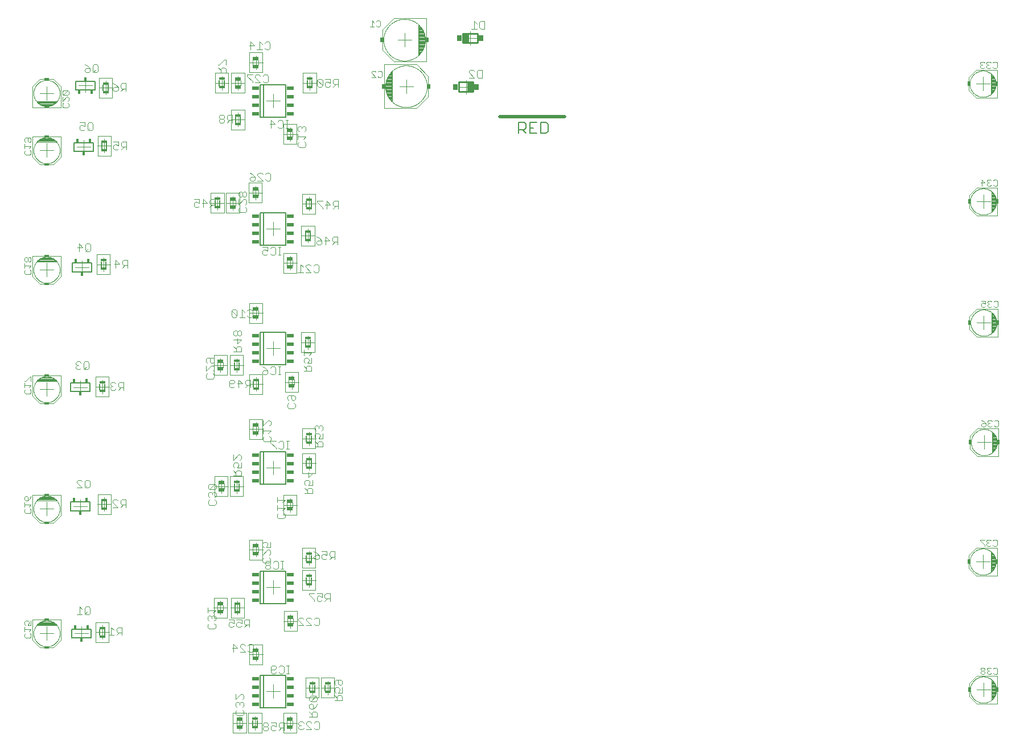
<source format=gbo>
G75*
%MOIN*%
%OFA0B0*%
%FSLAX25Y25*%
%IPPOS*%
%LPD*%
%AMOC8*
5,1,8,0,0,1.08239X$1,22.5*
%
%ADD10C,0.02000*%
%ADD11C,0.00600*%
%ADD12C,0.00200*%
%ADD13C,0.00400*%
%ADD14R,0.03740X0.01969*%
%ADD15C,0.00000*%
%ADD16R,0.02756X0.01772*%
%ADD17R,0.02756X0.01575*%
%ADD18C,0.00300*%
%ADD19C,0.00800*%
%ADD20R,0.04331X0.01929*%
%ADD21C,0.00500*%
%ADD22R,0.01800X0.02300*%
%ADD23R,0.03400X0.01600*%
%ADD24R,0.01772X0.02756*%
%ADD25R,0.01575X0.02756*%
%ADD26C,0.01000*%
%ADD27R,0.02953X0.03346*%
%ADD28R,0.03543X0.05315*%
%ADD29R,0.02362X0.02756*%
D10*
X0300000Y0376700D02*
X0338100Y0376700D01*
D11*
X0328361Y0372138D02*
X0327294Y0373205D01*
X0324091Y0373205D01*
X0324091Y0366800D01*
X0327294Y0366800D01*
X0328361Y0367868D01*
X0328361Y0372138D01*
X0321916Y0373205D02*
X0317645Y0373205D01*
X0317645Y0366800D01*
X0321916Y0366800D01*
X0319781Y0370003D02*
X0317645Y0370003D01*
X0315470Y0370003D02*
X0314403Y0368935D01*
X0311200Y0368935D01*
X0311200Y0366800D02*
X0311200Y0373205D01*
X0314403Y0373205D01*
X0315470Y0372138D01*
X0315470Y0370003D01*
X0313335Y0368935D02*
X0315470Y0366800D01*
X0190202Y0394599D02*
X0190202Y0398001D01*
X0187398Y0398001D02*
X0187398Y0394599D01*
X0148202Y0376501D02*
X0148202Y0373099D01*
X0145398Y0373099D02*
X0145398Y0376501D01*
X0138702Y0394599D02*
X0138702Y0398001D01*
X0135898Y0398001D02*
X0135898Y0394599D01*
X0070702Y0395251D02*
X0070702Y0391849D01*
X0067898Y0391849D02*
X0067898Y0395251D01*
X0067148Y0361251D02*
X0067148Y0357849D01*
X0069952Y0357849D02*
X0069952Y0361251D01*
X0133398Y0327751D02*
X0133398Y0324349D01*
X0136202Y0324349D02*
X0136202Y0327751D01*
X0186898Y0327251D02*
X0186898Y0323849D01*
X0189702Y0323849D02*
X0189702Y0327251D01*
X0189202Y0308501D02*
X0189202Y0305099D01*
X0186398Y0305099D02*
X0186398Y0308501D01*
X0186398Y0246001D02*
X0186398Y0242599D01*
X0189202Y0242599D02*
X0189202Y0246001D01*
X0158702Y0221501D02*
X0158702Y0218099D01*
X0155898Y0218099D02*
X0155898Y0221501D01*
X0147452Y0229349D02*
X0147452Y0232751D01*
X0144648Y0232751D02*
X0144648Y0229349D01*
X0186898Y0189751D02*
X0186898Y0186349D01*
X0189702Y0186349D02*
X0189702Y0189751D01*
X0189702Y0175251D02*
X0189702Y0171849D01*
X0186898Y0171849D02*
X0186898Y0175251D01*
X0147452Y0161751D02*
X0147452Y0158349D01*
X0144648Y0158349D02*
X0144648Y0161751D01*
X0186898Y0119751D02*
X0186898Y0116349D01*
X0189702Y0116349D02*
X0189702Y0119751D01*
X0189702Y0106751D02*
X0189702Y0103349D01*
X0186898Y0103349D02*
X0186898Y0106751D01*
X0147952Y0090501D02*
X0147952Y0087099D01*
X0145148Y0087099D02*
X0145148Y0090501D01*
X0188898Y0043751D02*
X0188898Y0040349D01*
X0191702Y0040349D02*
X0191702Y0043751D01*
X0197898Y0043751D02*
X0197898Y0040349D01*
X0200702Y0040349D02*
X0200702Y0043751D01*
X0158202Y0023001D02*
X0158202Y0019599D01*
X0155398Y0019599D02*
X0155398Y0023001D01*
X0068702Y0072849D02*
X0068702Y0076251D01*
X0065898Y0076251D02*
X0065898Y0072849D01*
X0067148Y0147849D02*
X0067148Y0151251D01*
X0069952Y0151251D02*
X0069952Y0147849D01*
X0068702Y0216599D02*
X0068702Y0220001D01*
X0065898Y0220001D02*
X0065898Y0216599D01*
X0066648Y0288349D02*
X0066648Y0291751D01*
X0069452Y0291751D02*
X0069452Y0288349D01*
D12*
X0071920Y0284251D02*
X0064180Y0284251D01*
X0064180Y0295849D01*
X0071920Y0295849D01*
X0071920Y0284251D01*
X0130930Y0320251D02*
X0130930Y0331849D01*
X0138670Y0331849D01*
X0138670Y0320251D01*
X0130930Y0320251D01*
X0139930Y0320251D02*
X0147670Y0320251D01*
X0147670Y0331849D01*
X0139930Y0331849D01*
X0139930Y0320251D01*
X0153180Y0326251D02*
X0160920Y0326251D01*
X0160920Y0337849D01*
X0153180Y0337849D01*
X0153180Y0326251D01*
X0184430Y0331349D02*
X0184430Y0319751D01*
X0192170Y0319751D01*
X0192170Y0331349D01*
X0184430Y0331349D01*
X0183930Y0312599D02*
X0191670Y0312599D01*
X0191670Y0301001D01*
X0183930Y0301001D01*
X0183930Y0312599D01*
X0181170Y0296599D02*
X0173430Y0296599D01*
X0173430Y0285001D01*
X0181170Y0285001D01*
X0181170Y0296599D01*
X0161170Y0267349D02*
X0153430Y0267349D01*
X0153430Y0255751D01*
X0161170Y0255751D01*
X0161170Y0267349D01*
X0183930Y0250099D02*
X0183930Y0238501D01*
X0191670Y0238501D01*
X0191670Y0250099D01*
X0183930Y0250099D01*
X0182170Y0226849D02*
X0174430Y0226849D01*
X0174430Y0215251D01*
X0182170Y0215251D01*
X0182170Y0226849D01*
X0161170Y0225599D02*
X0161170Y0214001D01*
X0153430Y0214001D01*
X0153430Y0225599D01*
X0161170Y0225599D01*
X0149920Y0225251D02*
X0149920Y0236849D01*
X0142180Y0236849D01*
X0142180Y0225251D01*
X0149920Y0225251D01*
X0140420Y0225251D02*
X0140420Y0236849D01*
X0132680Y0236849D01*
X0132680Y0225251D01*
X0140420Y0225251D01*
X0153430Y0199349D02*
X0161170Y0199349D01*
X0161170Y0187751D01*
X0153430Y0187751D01*
X0153430Y0199349D01*
X0184430Y0193849D02*
X0184430Y0182251D01*
X0192170Y0182251D01*
X0192170Y0193849D01*
X0184430Y0193849D01*
X0184430Y0179349D02*
X0184430Y0167751D01*
X0192170Y0167751D01*
X0192170Y0179349D01*
X0184430Y0179349D01*
X0181170Y0154849D02*
X0173430Y0154849D01*
X0173430Y0143251D01*
X0181170Y0143251D01*
X0181170Y0154849D01*
X0149920Y0154251D02*
X0142180Y0154251D01*
X0142180Y0165849D01*
X0149920Y0165849D01*
X0149920Y0154251D01*
X0140920Y0154251D02*
X0140920Y0165849D01*
X0133180Y0165849D01*
X0133180Y0154251D01*
X0140920Y0154251D01*
X0153430Y0128599D02*
X0161170Y0128599D01*
X0161170Y0117001D01*
X0153430Y0117001D01*
X0153430Y0128599D01*
X0184430Y0123849D02*
X0184430Y0112251D01*
X0192170Y0112251D01*
X0192170Y0123849D01*
X0184430Y0123849D01*
X0184430Y0110849D02*
X0184430Y0099251D01*
X0192170Y0099251D01*
X0192170Y0110849D01*
X0184430Y0110849D01*
X0181420Y0086849D02*
X0173680Y0086849D01*
X0173680Y0075251D01*
X0181420Y0075251D01*
X0181420Y0086849D01*
X0161170Y0067349D02*
X0153430Y0067349D01*
X0153430Y0055751D01*
X0161170Y0055751D01*
X0161170Y0067349D01*
X0150420Y0083001D02*
X0142680Y0083001D01*
X0142680Y0094599D01*
X0150420Y0094599D01*
X0150420Y0083001D01*
X0140420Y0083001D02*
X0140420Y0094599D01*
X0132680Y0094599D01*
X0132680Y0083001D01*
X0140420Y0083001D01*
X0186430Y0047849D02*
X0186430Y0036251D01*
X0194170Y0036251D01*
X0194170Y0047849D01*
X0186430Y0047849D01*
X0195430Y0047849D02*
X0203170Y0047849D01*
X0203170Y0036251D01*
X0195430Y0036251D01*
X0195430Y0047849D01*
X0181170Y0027099D02*
X0173430Y0027099D01*
X0173430Y0015501D01*
X0181170Y0015501D01*
X0181170Y0027099D01*
X0160670Y0027099D02*
X0160670Y0015501D01*
X0152930Y0015501D01*
X0152930Y0027099D01*
X0160670Y0027099D01*
X0151670Y0027099D02*
X0143930Y0027099D01*
X0143930Y0015501D01*
X0151670Y0015501D01*
X0151670Y0027099D01*
X0071170Y0068751D02*
X0071170Y0080349D01*
X0063430Y0080349D01*
X0063430Y0068751D01*
X0071170Y0068751D01*
X0072420Y0143751D02*
X0064680Y0143751D01*
X0064680Y0155349D01*
X0072420Y0155349D01*
X0072420Y0143751D01*
X0071170Y0212501D02*
X0063430Y0212501D01*
X0063430Y0224099D01*
X0071170Y0224099D01*
X0071170Y0212501D01*
X0072420Y0353751D02*
X0064680Y0353751D01*
X0064680Y0365349D01*
X0072420Y0365349D01*
X0072420Y0353751D01*
X0073170Y0387751D02*
X0065430Y0387751D01*
X0065430Y0399349D01*
X0073170Y0399349D01*
X0073170Y0387751D01*
X0133430Y0390501D02*
X0141170Y0390501D01*
X0141170Y0402099D01*
X0133430Y0402099D01*
X0133430Y0390501D01*
X0142930Y0390501D02*
X0142930Y0402099D01*
X0150670Y0402099D01*
X0150670Y0390501D01*
X0142930Y0390501D01*
X0153430Y0402501D02*
X0161170Y0402501D01*
X0161170Y0414099D01*
X0153430Y0414099D01*
X0153430Y0402501D01*
X0150670Y0380599D02*
X0142930Y0380599D01*
X0142930Y0369001D01*
X0150670Y0369001D01*
X0150670Y0380599D01*
X0173430Y0372099D02*
X0173430Y0360501D01*
X0181170Y0360501D01*
X0181170Y0372099D01*
X0173430Y0372099D01*
X0184930Y0390501D02*
X0192670Y0390501D01*
X0192670Y0402099D01*
X0184930Y0402099D01*
X0184930Y0390501D01*
D13*
X0026532Y0069863D02*
X0030863Y0065532D01*
X0038737Y0065532D01*
X0043068Y0069863D01*
X0043068Y0082068D01*
X0038146Y0082068D01*
X0037353Y0080757D02*
X0032335Y0080757D01*
X0031454Y0080493D02*
X0033422Y0081083D01*
X0036375Y0081083D01*
X0038146Y0080493D01*
X0040312Y0078721D01*
X0029288Y0078721D01*
X0029091Y0078721D01*
X0031454Y0080493D01*
X0031275Y0080359D02*
X0038310Y0080359D01*
X0038797Y0079960D02*
X0030743Y0079960D01*
X0030212Y0079562D02*
X0039284Y0079562D01*
X0039772Y0079163D02*
X0029681Y0079163D01*
X0029149Y0078765D02*
X0040259Y0078765D01*
X0040706Y0078524D02*
X0028894Y0078524D01*
X0026532Y0082068D02*
X0026532Y0069863D01*
X0030863Y0065532D01*
X0026532Y0069863D02*
X0026532Y0082068D01*
X0031454Y0082068D01*
X0026532Y0082068D02*
X0043068Y0082068D01*
X0043068Y0069863D01*
X0038737Y0065532D01*
X0027123Y0073800D02*
X0027125Y0073988D01*
X0027132Y0074177D01*
X0027144Y0074365D01*
X0027160Y0074552D01*
X0027181Y0074740D01*
X0027206Y0074926D01*
X0027236Y0075112D01*
X0027271Y0075298D01*
X0027310Y0075482D01*
X0027353Y0075665D01*
X0027401Y0075848D01*
X0027454Y0076029D01*
X0027510Y0076208D01*
X0027572Y0076386D01*
X0027637Y0076563D01*
X0027707Y0076738D01*
X0027782Y0076911D01*
X0027860Y0077082D01*
X0027943Y0077252D01*
X0028029Y0077419D01*
X0028120Y0077584D01*
X0028215Y0077747D01*
X0028314Y0077907D01*
X0028417Y0078065D01*
X0028523Y0078220D01*
X0028634Y0078373D01*
X0028748Y0078523D01*
X0028866Y0078670D01*
X0028987Y0078814D01*
X0029112Y0078956D01*
X0029240Y0079094D01*
X0029372Y0079228D01*
X0029506Y0079360D01*
X0029644Y0079488D01*
X0029786Y0079613D01*
X0029930Y0079734D01*
X0030077Y0079852D01*
X0030227Y0079966D01*
X0030380Y0080077D01*
X0030535Y0080183D01*
X0030693Y0080286D01*
X0030853Y0080385D01*
X0031016Y0080480D01*
X0031181Y0080571D01*
X0031348Y0080657D01*
X0031518Y0080740D01*
X0031689Y0080818D01*
X0031862Y0080893D01*
X0032037Y0080963D01*
X0032214Y0081028D01*
X0032392Y0081090D01*
X0032571Y0081146D01*
X0032752Y0081199D01*
X0032935Y0081247D01*
X0033118Y0081290D01*
X0033302Y0081329D01*
X0033488Y0081364D01*
X0033674Y0081394D01*
X0033860Y0081419D01*
X0034048Y0081440D01*
X0034235Y0081456D01*
X0034423Y0081468D01*
X0034612Y0081475D01*
X0034800Y0081477D01*
X0034988Y0081475D01*
X0035177Y0081468D01*
X0035365Y0081456D01*
X0035552Y0081440D01*
X0035740Y0081419D01*
X0035926Y0081394D01*
X0036112Y0081364D01*
X0036298Y0081329D01*
X0036482Y0081290D01*
X0036665Y0081247D01*
X0036848Y0081199D01*
X0037029Y0081146D01*
X0037208Y0081090D01*
X0037386Y0081028D01*
X0037563Y0080963D01*
X0037738Y0080893D01*
X0037911Y0080818D01*
X0038082Y0080740D01*
X0038252Y0080657D01*
X0038419Y0080571D01*
X0038584Y0080480D01*
X0038747Y0080385D01*
X0038907Y0080286D01*
X0039065Y0080183D01*
X0039220Y0080077D01*
X0039373Y0079966D01*
X0039523Y0079852D01*
X0039670Y0079734D01*
X0039814Y0079613D01*
X0039956Y0079488D01*
X0040094Y0079360D01*
X0040228Y0079228D01*
X0040360Y0079094D01*
X0040488Y0078956D01*
X0040613Y0078814D01*
X0040734Y0078670D01*
X0040852Y0078523D01*
X0040966Y0078373D01*
X0041077Y0078220D01*
X0041183Y0078065D01*
X0041286Y0077907D01*
X0041385Y0077747D01*
X0041480Y0077584D01*
X0041571Y0077419D01*
X0041657Y0077252D01*
X0041740Y0077082D01*
X0041818Y0076911D01*
X0041893Y0076738D01*
X0041963Y0076563D01*
X0042028Y0076386D01*
X0042090Y0076208D01*
X0042146Y0076029D01*
X0042199Y0075848D01*
X0042247Y0075665D01*
X0042290Y0075482D01*
X0042329Y0075298D01*
X0042364Y0075112D01*
X0042394Y0074926D01*
X0042419Y0074740D01*
X0042440Y0074552D01*
X0042456Y0074365D01*
X0042468Y0074177D01*
X0042475Y0073988D01*
X0042477Y0073800D01*
X0042475Y0073612D01*
X0042468Y0073423D01*
X0042456Y0073235D01*
X0042440Y0073048D01*
X0042419Y0072860D01*
X0042394Y0072674D01*
X0042364Y0072488D01*
X0042329Y0072302D01*
X0042290Y0072118D01*
X0042247Y0071935D01*
X0042199Y0071752D01*
X0042146Y0071571D01*
X0042090Y0071392D01*
X0042028Y0071214D01*
X0041963Y0071037D01*
X0041893Y0070862D01*
X0041818Y0070689D01*
X0041740Y0070518D01*
X0041657Y0070348D01*
X0041571Y0070181D01*
X0041480Y0070016D01*
X0041385Y0069853D01*
X0041286Y0069693D01*
X0041183Y0069535D01*
X0041077Y0069380D01*
X0040966Y0069227D01*
X0040852Y0069077D01*
X0040734Y0068930D01*
X0040613Y0068786D01*
X0040488Y0068644D01*
X0040360Y0068506D01*
X0040228Y0068372D01*
X0040094Y0068240D01*
X0039956Y0068112D01*
X0039814Y0067987D01*
X0039670Y0067866D01*
X0039523Y0067748D01*
X0039373Y0067634D01*
X0039220Y0067523D01*
X0039065Y0067417D01*
X0038907Y0067314D01*
X0038747Y0067215D01*
X0038584Y0067120D01*
X0038419Y0067029D01*
X0038252Y0066943D01*
X0038082Y0066860D01*
X0037911Y0066782D01*
X0037738Y0066707D01*
X0037563Y0066637D01*
X0037386Y0066572D01*
X0037208Y0066510D01*
X0037029Y0066454D01*
X0036848Y0066401D01*
X0036665Y0066353D01*
X0036482Y0066310D01*
X0036298Y0066271D01*
X0036112Y0066236D01*
X0035926Y0066206D01*
X0035740Y0066181D01*
X0035552Y0066160D01*
X0035365Y0066144D01*
X0035177Y0066132D01*
X0034988Y0066125D01*
X0034800Y0066123D01*
X0034612Y0066125D01*
X0034423Y0066132D01*
X0034235Y0066144D01*
X0034048Y0066160D01*
X0033860Y0066181D01*
X0033674Y0066206D01*
X0033488Y0066236D01*
X0033302Y0066271D01*
X0033118Y0066310D01*
X0032935Y0066353D01*
X0032752Y0066401D01*
X0032571Y0066454D01*
X0032392Y0066510D01*
X0032214Y0066572D01*
X0032037Y0066637D01*
X0031862Y0066707D01*
X0031689Y0066782D01*
X0031518Y0066860D01*
X0031348Y0066943D01*
X0031181Y0067029D01*
X0031016Y0067120D01*
X0030853Y0067215D01*
X0030693Y0067314D01*
X0030535Y0067417D01*
X0030380Y0067523D01*
X0030227Y0067634D01*
X0030077Y0067748D01*
X0029930Y0067866D01*
X0029786Y0067987D01*
X0029644Y0068112D01*
X0029506Y0068240D01*
X0029372Y0068372D01*
X0029240Y0068506D01*
X0029112Y0068644D01*
X0028987Y0068786D01*
X0028866Y0068930D01*
X0028748Y0069077D01*
X0028634Y0069227D01*
X0028523Y0069380D01*
X0028417Y0069535D01*
X0028314Y0069693D01*
X0028215Y0069853D01*
X0028120Y0070016D01*
X0028029Y0070181D01*
X0027943Y0070348D01*
X0027860Y0070518D01*
X0027782Y0070689D01*
X0027707Y0070862D01*
X0027637Y0071037D01*
X0027572Y0071214D01*
X0027510Y0071392D01*
X0027454Y0071571D01*
X0027401Y0071752D01*
X0027353Y0071935D01*
X0027310Y0072118D01*
X0027271Y0072302D01*
X0027236Y0072488D01*
X0027206Y0072674D01*
X0027181Y0072860D01*
X0027160Y0073048D01*
X0027144Y0073235D01*
X0027132Y0073423D01*
X0027125Y0073612D01*
X0027123Y0073800D01*
X0038146Y0066911D02*
X0038313Y0066994D01*
X0038477Y0067081D01*
X0038640Y0067173D01*
X0038800Y0067268D01*
X0038957Y0067367D01*
X0039112Y0067470D01*
X0039265Y0067577D01*
X0039415Y0067688D01*
X0039562Y0067802D01*
X0039707Y0067919D01*
X0039848Y0068040D01*
X0039987Y0068165D01*
X0040122Y0068292D01*
X0040255Y0068423D01*
X0040384Y0068558D01*
X0040510Y0068695D01*
X0040632Y0068835D01*
X0040751Y0068979D01*
X0040867Y0069125D01*
X0040978Y0069274D01*
X0041087Y0069425D01*
X0041191Y0069579D01*
X0041292Y0069736D01*
X0041389Y0069895D01*
X0041482Y0070056D01*
X0041571Y0070220D01*
X0041656Y0070386D01*
X0041737Y0070553D01*
X0041814Y0070723D01*
X0041887Y0070895D01*
X0041955Y0071068D01*
X0042019Y0071243D01*
X0042079Y0071419D01*
X0042135Y0071597D01*
X0042187Y0071776D01*
X0042234Y0071956D01*
X0042276Y0072137D01*
X0042315Y0072319D01*
X0042348Y0072503D01*
X0042378Y0072686D01*
X0042402Y0072871D01*
X0042423Y0073056D01*
X0042439Y0073242D01*
X0042450Y0073428D01*
X0042457Y0073614D01*
X0042459Y0073800D01*
X0042457Y0073986D01*
X0042450Y0074172D01*
X0042439Y0074358D01*
X0042423Y0074544D01*
X0042402Y0074729D01*
X0042378Y0074914D01*
X0042348Y0075097D01*
X0042315Y0075281D01*
X0042276Y0075463D01*
X0042234Y0075644D01*
X0042187Y0075824D01*
X0042135Y0076003D01*
X0042079Y0076181D01*
X0042019Y0076357D01*
X0041955Y0076532D01*
X0041887Y0076705D01*
X0041814Y0076877D01*
X0041737Y0077047D01*
X0041656Y0077214D01*
X0041571Y0077380D01*
X0041482Y0077544D01*
X0041389Y0077705D01*
X0041292Y0077864D01*
X0041191Y0078021D01*
X0041087Y0078175D01*
X0040978Y0078326D01*
X0040867Y0078475D01*
X0040751Y0078621D01*
X0040632Y0078765D01*
X0040510Y0078905D01*
X0040384Y0079042D01*
X0040255Y0079177D01*
X0040122Y0079308D01*
X0039987Y0079435D01*
X0039848Y0079560D01*
X0039707Y0079681D01*
X0039562Y0079798D01*
X0039415Y0079912D01*
X0039265Y0080023D01*
X0039112Y0080130D01*
X0038957Y0080233D01*
X0038800Y0080332D01*
X0038640Y0080427D01*
X0038477Y0080519D01*
X0038313Y0080606D01*
X0038146Y0080689D01*
X0031454Y0080689D02*
X0031287Y0080606D01*
X0031123Y0080519D01*
X0030960Y0080427D01*
X0030800Y0080332D01*
X0030643Y0080233D01*
X0030488Y0080130D01*
X0030335Y0080023D01*
X0030185Y0079912D01*
X0030038Y0079798D01*
X0029893Y0079681D01*
X0029752Y0079560D01*
X0029613Y0079435D01*
X0029478Y0079308D01*
X0029345Y0079177D01*
X0029216Y0079042D01*
X0029090Y0078905D01*
X0028968Y0078765D01*
X0028849Y0078621D01*
X0028733Y0078475D01*
X0028622Y0078326D01*
X0028513Y0078175D01*
X0028409Y0078021D01*
X0028308Y0077864D01*
X0028211Y0077705D01*
X0028118Y0077544D01*
X0028029Y0077380D01*
X0027944Y0077214D01*
X0027863Y0077047D01*
X0027786Y0076877D01*
X0027713Y0076705D01*
X0027645Y0076532D01*
X0027581Y0076357D01*
X0027521Y0076181D01*
X0027465Y0076003D01*
X0027413Y0075824D01*
X0027366Y0075644D01*
X0027324Y0075463D01*
X0027285Y0075281D01*
X0027252Y0075097D01*
X0027222Y0074914D01*
X0027198Y0074729D01*
X0027177Y0074544D01*
X0027161Y0074358D01*
X0027150Y0074172D01*
X0027143Y0073986D01*
X0027141Y0073800D01*
X0027143Y0073614D01*
X0027150Y0073428D01*
X0027161Y0073242D01*
X0027177Y0073056D01*
X0027198Y0072871D01*
X0027222Y0072686D01*
X0027252Y0072503D01*
X0027285Y0072319D01*
X0027324Y0072137D01*
X0027366Y0071956D01*
X0027413Y0071776D01*
X0027465Y0071597D01*
X0027521Y0071419D01*
X0027581Y0071243D01*
X0027645Y0071068D01*
X0027713Y0070895D01*
X0027786Y0070723D01*
X0027863Y0070553D01*
X0027944Y0070386D01*
X0028029Y0070220D01*
X0028118Y0070056D01*
X0028211Y0069895D01*
X0028308Y0069736D01*
X0028409Y0069579D01*
X0028513Y0069425D01*
X0028622Y0069274D01*
X0028733Y0069125D01*
X0028849Y0068979D01*
X0028968Y0068835D01*
X0029090Y0068695D01*
X0029216Y0068558D01*
X0029345Y0068423D01*
X0029478Y0068292D01*
X0029613Y0068165D01*
X0029752Y0068040D01*
X0029893Y0067919D01*
X0030038Y0067802D01*
X0030185Y0067688D01*
X0030335Y0067577D01*
X0030488Y0067470D01*
X0030643Y0067367D01*
X0030800Y0067268D01*
X0030960Y0067173D01*
X0031123Y0067081D01*
X0031287Y0066994D01*
X0031454Y0066911D01*
X0052485Y0084900D02*
X0055554Y0084900D01*
X0057089Y0084900D02*
X0058623Y0086435D01*
X0057089Y0085667D02*
X0057856Y0084900D01*
X0059391Y0084900D01*
X0060158Y0085667D01*
X0060158Y0088737D01*
X0059391Y0089504D01*
X0057856Y0089504D01*
X0057089Y0088737D01*
X0057089Y0085667D01*
X0055554Y0087969D02*
X0054019Y0089504D01*
X0054019Y0084900D01*
X0072619Y0077404D02*
X0072619Y0072800D01*
X0071085Y0072800D02*
X0074154Y0072800D01*
X0075689Y0072800D02*
X0077223Y0074335D01*
X0076456Y0074335D02*
X0078758Y0074335D01*
X0078758Y0072800D02*
X0078758Y0077404D01*
X0076456Y0077404D01*
X0075689Y0076637D01*
X0075689Y0075102D01*
X0076456Y0074335D01*
X0074154Y0075869D02*
X0072619Y0077404D01*
X0129050Y0077356D02*
X0129050Y0078890D01*
X0129817Y0079657D01*
X0129817Y0081192D02*
X0129050Y0081959D01*
X0129050Y0083494D01*
X0129817Y0084261D01*
X0130585Y0084261D01*
X0131352Y0083494D01*
X0131352Y0082727D01*
X0131352Y0083494D02*
X0132119Y0084261D01*
X0132887Y0084261D01*
X0133654Y0083494D01*
X0133654Y0081959D01*
X0132887Y0081192D01*
X0132887Y0079657D02*
X0133654Y0078890D01*
X0133654Y0077356D01*
X0132887Y0076588D01*
X0129817Y0076588D01*
X0129050Y0077356D01*
X0129050Y0085796D02*
X0129050Y0088865D01*
X0129050Y0087331D02*
X0133654Y0087331D01*
X0132119Y0085796D01*
X0134849Y0087398D02*
X0134849Y0090202D01*
X0138200Y0090202D02*
X0138200Y0087398D01*
X0141323Y0082054D02*
X0144392Y0082054D01*
X0144392Y0079752D01*
X0142858Y0080519D01*
X0142090Y0080519D01*
X0141323Y0079752D01*
X0141323Y0078217D01*
X0142090Y0077450D01*
X0143625Y0077450D01*
X0144392Y0078217D01*
X0145927Y0078217D02*
X0146694Y0077450D01*
X0148229Y0077450D01*
X0148996Y0078217D01*
X0148996Y0079752D02*
X0147461Y0080519D01*
X0146694Y0080519D01*
X0145927Y0079752D01*
X0145927Y0078217D01*
X0148996Y0079752D02*
X0148996Y0082054D01*
X0145927Y0082054D01*
X0150531Y0081287D02*
X0150531Y0079752D01*
X0151298Y0078985D01*
X0153600Y0078985D01*
X0152065Y0078985D02*
X0150531Y0077450D01*
X0153600Y0077450D02*
X0153600Y0082054D01*
X0151298Y0082054D01*
X0150531Y0081287D01*
X0150291Y0067504D02*
X0151058Y0066737D01*
X0150291Y0067504D02*
X0148756Y0067504D01*
X0147989Y0066737D01*
X0147989Y0065969D01*
X0151058Y0062900D01*
X0147989Y0062900D01*
X0146454Y0065202D02*
X0143385Y0065202D01*
X0144152Y0067504D02*
X0146454Y0065202D01*
X0144152Y0062900D02*
X0144152Y0067504D01*
X0152593Y0066737D02*
X0153360Y0067504D01*
X0154894Y0067504D01*
X0155662Y0066737D01*
X0155662Y0063667D01*
X0154894Y0062900D01*
X0153360Y0062900D01*
X0152593Y0063667D01*
X0155599Y0062952D02*
X0155599Y0060148D01*
X0158950Y0060148D02*
X0158950Y0062952D01*
X0166802Y0055004D02*
X0166035Y0054237D01*
X0166035Y0051167D01*
X0166802Y0050400D01*
X0168337Y0050400D01*
X0169104Y0051167D01*
X0170639Y0051167D02*
X0171406Y0050400D01*
X0172941Y0050400D01*
X0173708Y0051167D01*
X0173708Y0054237D01*
X0172941Y0055004D01*
X0171406Y0055004D01*
X0170639Y0054237D01*
X0169104Y0054237D02*
X0169104Y0053469D01*
X0168337Y0052702D01*
X0166035Y0052702D01*
X0166802Y0055004D02*
X0168337Y0055004D01*
X0169104Y0054237D01*
X0175243Y0055004D02*
X0176777Y0055004D01*
X0176010Y0055004D02*
X0176010Y0050400D01*
X0176777Y0050400D02*
X0175243Y0050400D01*
X0188600Y0036360D02*
X0188600Y0034825D01*
X0189367Y0034058D01*
X0192437Y0037127D01*
X0189367Y0037127D01*
X0188600Y0036360D01*
X0189367Y0034058D02*
X0192437Y0034058D01*
X0193204Y0034825D01*
X0193204Y0036360D01*
X0192437Y0037127D01*
X0193204Y0032523D02*
X0192437Y0030989D01*
X0190902Y0029454D01*
X0190902Y0031756D01*
X0190135Y0032523D01*
X0189367Y0032523D01*
X0188600Y0031756D01*
X0188600Y0030221D01*
X0189367Y0029454D01*
X0190902Y0029454D01*
X0190902Y0027919D02*
X0190135Y0027152D01*
X0190135Y0024850D01*
X0190135Y0026385D02*
X0188600Y0027919D01*
X0190902Y0027919D02*
X0192437Y0027919D01*
X0193204Y0027152D01*
X0193204Y0024850D01*
X0188600Y0024850D01*
X0189141Y0022104D02*
X0189908Y0021337D01*
X0189141Y0022104D02*
X0187606Y0022104D01*
X0186839Y0021337D01*
X0186839Y0020569D01*
X0189908Y0017500D01*
X0186839Y0017500D01*
X0185304Y0018267D02*
X0184537Y0017500D01*
X0183002Y0017500D01*
X0182235Y0018267D01*
X0182235Y0019035D01*
X0183002Y0019802D01*
X0183769Y0019802D01*
X0183002Y0019802D02*
X0182235Y0020569D01*
X0182235Y0021337D01*
X0183002Y0022104D01*
X0184537Y0022104D01*
X0185304Y0021337D01*
X0191443Y0021337D02*
X0192210Y0022104D01*
X0193744Y0022104D01*
X0194512Y0021337D01*
X0194512Y0018267D01*
X0193744Y0017500D01*
X0192210Y0017500D01*
X0191443Y0018267D01*
X0178950Y0019898D02*
X0178950Y0022702D01*
X0175599Y0022702D02*
X0175599Y0019898D01*
X0173712Y0018435D02*
X0171410Y0018435D01*
X0170643Y0019202D01*
X0170643Y0020737D01*
X0171410Y0021504D01*
X0173712Y0021504D01*
X0173712Y0016900D01*
X0172177Y0018435D02*
X0170643Y0016900D01*
X0169108Y0017667D02*
X0168341Y0016900D01*
X0166806Y0016900D01*
X0166039Y0017667D01*
X0166039Y0019202D01*
X0166806Y0019969D01*
X0167573Y0019969D01*
X0169108Y0019202D01*
X0169108Y0021504D01*
X0166039Y0021504D01*
X0164504Y0020737D02*
X0164504Y0019969D01*
X0163737Y0019202D01*
X0162202Y0019202D01*
X0161435Y0018435D01*
X0161435Y0017667D01*
X0162202Y0016900D01*
X0163737Y0016900D01*
X0164504Y0017667D01*
X0164504Y0018435D01*
X0163737Y0019202D01*
X0162202Y0019202D02*
X0161435Y0019969D01*
X0161435Y0020737D01*
X0162202Y0021504D01*
X0163737Y0021504D01*
X0164504Y0020737D01*
X0149450Y0019898D02*
X0149450Y0022702D01*
X0149337Y0025888D02*
X0146267Y0025888D01*
X0145500Y0026656D01*
X0145500Y0028190D01*
X0146267Y0028957D01*
X0146267Y0030492D02*
X0145500Y0031259D01*
X0145500Y0032794D01*
X0146267Y0033561D01*
X0147035Y0033561D01*
X0147802Y0032794D01*
X0147802Y0032027D01*
X0147802Y0032794D02*
X0148569Y0033561D01*
X0149337Y0033561D01*
X0150104Y0032794D01*
X0150104Y0031259D01*
X0149337Y0030492D01*
X0149337Y0028957D02*
X0150104Y0028190D01*
X0150104Y0026656D01*
X0149337Y0025888D01*
X0146099Y0022702D02*
X0146099Y0019898D01*
X0145500Y0035096D02*
X0148569Y0038165D01*
X0149337Y0038165D01*
X0150104Y0037398D01*
X0150104Y0035863D01*
X0149337Y0035096D01*
X0145500Y0035096D02*
X0145500Y0038165D01*
X0175849Y0079648D02*
X0175849Y0082452D01*
X0179200Y0082452D02*
X0179200Y0079648D01*
X0182185Y0078450D02*
X0185254Y0078450D01*
X0182185Y0081519D01*
X0182185Y0082287D01*
X0182952Y0083054D01*
X0184487Y0083054D01*
X0185254Y0082287D01*
X0186789Y0082287D02*
X0187556Y0083054D01*
X0189091Y0083054D01*
X0189858Y0082287D01*
X0191393Y0082287D02*
X0192160Y0083054D01*
X0193694Y0083054D01*
X0194462Y0082287D01*
X0194462Y0079217D01*
X0193694Y0078450D01*
X0192160Y0078450D01*
X0191393Y0079217D01*
X0189858Y0078450D02*
X0186789Y0081519D01*
X0186789Y0082287D01*
X0186789Y0078450D02*
X0189858Y0078450D01*
X0191454Y0092700D02*
X0191454Y0093467D01*
X0188385Y0096537D01*
X0188385Y0097304D01*
X0191454Y0097304D01*
X0192989Y0097304D02*
X0196058Y0097304D01*
X0196058Y0095002D01*
X0194523Y0095769D01*
X0193756Y0095769D01*
X0192989Y0095002D01*
X0192989Y0093467D01*
X0193756Y0092700D01*
X0195291Y0092700D01*
X0196058Y0093467D01*
X0197593Y0092700D02*
X0199127Y0094235D01*
X0198360Y0094235D02*
X0200662Y0094235D01*
X0200662Y0092700D02*
X0200662Y0097304D01*
X0198360Y0097304D01*
X0197593Y0096537D01*
X0197593Y0095002D01*
X0198360Y0094235D01*
X0173477Y0111500D02*
X0171943Y0111500D01*
X0172710Y0111500D02*
X0172710Y0116104D01*
X0173477Y0116104D02*
X0171943Y0116104D01*
X0170408Y0115337D02*
X0170408Y0112267D01*
X0169641Y0111500D01*
X0168106Y0111500D01*
X0167339Y0112267D01*
X0165804Y0112267D02*
X0165037Y0111500D01*
X0163502Y0111500D01*
X0162735Y0112267D01*
X0162735Y0113035D01*
X0163502Y0113802D01*
X0165037Y0113802D01*
X0165804Y0114569D01*
X0165804Y0115337D01*
X0165037Y0116104D01*
X0163502Y0116104D01*
X0162735Y0115337D01*
X0162735Y0114569D01*
X0163502Y0113802D01*
X0165037Y0113802D02*
X0165804Y0113035D01*
X0165804Y0112267D01*
X0165037Y0115088D02*
X0161967Y0115088D01*
X0161200Y0115856D01*
X0161200Y0117390D01*
X0161967Y0118157D01*
X0161200Y0119692D02*
X0164269Y0122761D01*
X0165037Y0122761D01*
X0165804Y0121994D01*
X0165804Y0120459D01*
X0165037Y0119692D01*
X0165037Y0118157D02*
X0165804Y0117390D01*
X0165804Y0115856D01*
X0165037Y0115088D01*
X0167339Y0115337D02*
X0168106Y0116104D01*
X0169641Y0116104D01*
X0170408Y0115337D01*
X0161200Y0119692D02*
X0161200Y0122761D01*
X0161967Y0124296D02*
X0161200Y0125063D01*
X0161200Y0126598D01*
X0161967Y0127365D01*
X0163502Y0127365D01*
X0164269Y0126598D01*
X0164269Y0125831D01*
X0163502Y0124296D01*
X0165804Y0124296D01*
X0165804Y0127365D01*
X0158950Y0124202D02*
X0158950Y0121398D01*
X0155599Y0121398D02*
X0155599Y0124202D01*
X0170467Y0141238D02*
X0169700Y0142006D01*
X0169700Y0143540D01*
X0170467Y0144307D01*
X0169700Y0145842D02*
X0169700Y0148911D01*
X0169700Y0147377D02*
X0174304Y0147377D01*
X0172769Y0145842D01*
X0173537Y0144307D02*
X0174304Y0143540D01*
X0174304Y0142006D01*
X0173537Y0141238D01*
X0170467Y0141238D01*
X0175599Y0147648D02*
X0175599Y0150452D01*
X0174304Y0151981D02*
X0169700Y0151981D01*
X0169700Y0153515D02*
X0169700Y0150446D01*
X0172769Y0150446D02*
X0174304Y0151981D01*
X0178950Y0150452D02*
X0178950Y0147648D01*
X0185800Y0155950D02*
X0190404Y0155950D01*
X0190404Y0158252D01*
X0189637Y0159019D01*
X0188102Y0159019D01*
X0187335Y0158252D01*
X0187335Y0155950D01*
X0187335Y0157485D02*
X0185800Y0159019D01*
X0186567Y0160554D02*
X0185800Y0161321D01*
X0185800Y0162856D01*
X0186567Y0163623D01*
X0188102Y0163623D01*
X0188869Y0162856D01*
X0188869Y0162089D01*
X0188102Y0160554D01*
X0190404Y0160554D01*
X0190404Y0163623D01*
X0188102Y0165158D02*
X0188102Y0168227D01*
X0190404Y0167460D02*
X0188102Y0165158D01*
X0185800Y0167460D02*
X0190404Y0167460D01*
X0191800Y0183250D02*
X0196404Y0183250D01*
X0196404Y0185552D01*
X0195637Y0186319D01*
X0194102Y0186319D01*
X0193335Y0185552D01*
X0193335Y0183250D01*
X0193335Y0184785D02*
X0191800Y0186319D01*
X0192567Y0187854D02*
X0191800Y0188621D01*
X0191800Y0190156D01*
X0192567Y0190923D01*
X0194102Y0190923D01*
X0194869Y0190156D01*
X0194869Y0189389D01*
X0194102Y0187854D01*
X0196404Y0187854D01*
X0196404Y0190923D01*
X0195637Y0192458D02*
X0196404Y0193225D01*
X0196404Y0194760D01*
X0195637Y0195527D01*
X0194869Y0195527D01*
X0194102Y0194760D01*
X0193335Y0195527D01*
X0192567Y0195527D01*
X0191800Y0194760D01*
X0191800Y0193225D01*
X0192567Y0192458D01*
X0194102Y0193992D02*
X0194102Y0194760D01*
X0180304Y0206509D02*
X0179537Y0205742D01*
X0176467Y0205742D01*
X0175700Y0206509D01*
X0175700Y0208044D01*
X0176467Y0208811D01*
X0176467Y0210346D02*
X0175700Y0211113D01*
X0175700Y0212648D01*
X0176467Y0213415D01*
X0179537Y0213415D01*
X0180304Y0212648D01*
X0180304Y0211113D01*
X0179537Y0210346D01*
X0178769Y0210346D01*
X0178002Y0211113D01*
X0178002Y0213415D01*
X0179537Y0208811D02*
X0180304Y0208044D01*
X0180304Y0206509D01*
X0179950Y0219648D02*
X0179950Y0222452D01*
X0176599Y0222452D02*
X0176599Y0219648D01*
X0171877Y0225500D02*
X0170343Y0225500D01*
X0171110Y0225500D02*
X0171110Y0230104D01*
X0171877Y0230104D02*
X0170343Y0230104D01*
X0168808Y0229337D02*
X0168808Y0226267D01*
X0168041Y0225500D01*
X0166506Y0225500D01*
X0165739Y0226267D01*
X0164204Y0226267D02*
X0163437Y0225500D01*
X0161902Y0225500D01*
X0161135Y0226267D01*
X0161135Y0227035D01*
X0161902Y0227802D01*
X0164204Y0227802D01*
X0164204Y0226267D01*
X0164204Y0227802D02*
X0162669Y0229337D01*
X0161135Y0230104D01*
X0165739Y0229337D02*
X0166506Y0230104D01*
X0168041Y0230104D01*
X0168808Y0229337D01*
X0154100Y0222404D02*
X0154100Y0217800D01*
X0154100Y0219335D02*
X0151798Y0219335D01*
X0151031Y0220102D01*
X0151031Y0221637D01*
X0151798Y0222404D01*
X0154100Y0222404D01*
X0152565Y0219335D02*
X0151031Y0217800D01*
X0149496Y0220102D02*
X0146427Y0220102D01*
X0144892Y0220869D02*
X0144125Y0220102D01*
X0141823Y0220102D01*
X0141823Y0221637D02*
X0142590Y0222404D01*
X0144125Y0222404D01*
X0144892Y0221637D01*
X0144892Y0220869D01*
X0144892Y0218567D02*
X0144125Y0217800D01*
X0142590Y0217800D01*
X0141823Y0218567D01*
X0141823Y0221637D01*
X0147194Y0222404D02*
X0147194Y0217800D01*
X0149496Y0220102D02*
X0147194Y0222404D01*
X0138200Y0229648D02*
X0138200Y0232452D01*
X0134849Y0232452D02*
X0134849Y0229648D01*
X0132754Y0229944D02*
X0132754Y0228409D01*
X0131987Y0227642D01*
X0131987Y0226107D02*
X0132754Y0225340D01*
X0132754Y0223806D01*
X0131987Y0223038D01*
X0128917Y0223038D01*
X0128150Y0223806D01*
X0128150Y0225340D01*
X0128917Y0226107D01*
X0128150Y0227642D02*
X0131219Y0230711D01*
X0131987Y0230711D01*
X0132754Y0229944D01*
X0131987Y0232246D02*
X0131219Y0232246D01*
X0130452Y0233013D01*
X0130452Y0235315D01*
X0131987Y0235315D02*
X0132754Y0234548D01*
X0132754Y0233013D01*
X0131987Y0232246D01*
X0131987Y0235315D02*
X0128917Y0235315D01*
X0128150Y0234548D01*
X0128150Y0233013D01*
X0128917Y0232246D01*
X0128150Y0230711D02*
X0128150Y0227642D01*
X0144250Y0238950D02*
X0148854Y0238950D01*
X0148854Y0241252D01*
X0148087Y0242019D01*
X0146552Y0242019D01*
X0145785Y0241252D01*
X0145785Y0238950D01*
X0145785Y0240485D02*
X0144250Y0242019D01*
X0146552Y0243554D02*
X0146552Y0246623D01*
X0147319Y0248158D02*
X0148087Y0248158D01*
X0148854Y0248925D01*
X0148854Y0250460D01*
X0148087Y0251227D01*
X0147319Y0251227D01*
X0146552Y0250460D01*
X0146552Y0248925D01*
X0147319Y0248158D01*
X0146552Y0248925D02*
X0145785Y0248158D01*
X0145017Y0248158D01*
X0144250Y0248925D01*
X0144250Y0250460D01*
X0145017Y0251227D01*
X0145785Y0251227D01*
X0146552Y0250460D01*
X0148854Y0245856D02*
X0146552Y0243554D01*
X0144250Y0245856D02*
X0148854Y0245856D01*
X0149223Y0259000D02*
X0149223Y0263604D01*
X0150758Y0262069D01*
X0152293Y0262837D02*
X0153060Y0263604D01*
X0154594Y0263604D01*
X0155362Y0262837D01*
X0155362Y0259767D01*
X0154594Y0259000D01*
X0153060Y0259000D01*
X0152293Y0259767D01*
X0150758Y0259000D02*
X0147689Y0259000D01*
X0146154Y0259767D02*
X0143085Y0262837D01*
X0143085Y0259767D01*
X0143852Y0259000D01*
X0145387Y0259000D01*
X0146154Y0259767D01*
X0146154Y0262837D01*
X0145387Y0263604D01*
X0143852Y0263604D01*
X0143085Y0262837D01*
X0155599Y0262952D02*
X0155599Y0260148D01*
X0158950Y0260148D02*
X0158950Y0262952D01*
X0181935Y0285400D02*
X0185004Y0285400D01*
X0186539Y0285400D02*
X0189608Y0285400D01*
X0186539Y0288469D01*
X0186539Y0289237D01*
X0187306Y0290004D01*
X0188841Y0290004D01*
X0189608Y0289237D01*
X0191143Y0289237D02*
X0191910Y0290004D01*
X0193444Y0290004D01*
X0194212Y0289237D01*
X0194212Y0286167D01*
X0193444Y0285400D01*
X0191910Y0285400D01*
X0191143Y0286167D01*
X0185004Y0288469D02*
X0183469Y0290004D01*
X0183469Y0285400D01*
X0178950Y0289398D02*
X0178950Y0292202D01*
X0175599Y0292202D02*
X0175599Y0289398D01*
X0171877Y0295500D02*
X0170343Y0295500D01*
X0171110Y0295500D02*
X0171110Y0300104D01*
X0171877Y0300104D02*
X0170343Y0300104D01*
X0168808Y0299337D02*
X0168808Y0296267D01*
X0168041Y0295500D01*
X0166506Y0295500D01*
X0165739Y0296267D01*
X0164204Y0296267D02*
X0163437Y0295500D01*
X0161902Y0295500D01*
X0161135Y0296267D01*
X0161135Y0297802D01*
X0161902Y0298569D01*
X0162669Y0298569D01*
X0164204Y0297802D01*
X0164204Y0300104D01*
X0161135Y0300104D01*
X0165739Y0299337D02*
X0166506Y0300104D01*
X0168041Y0300104D01*
X0168808Y0299337D01*
X0192835Y0302367D02*
X0192835Y0303135D01*
X0193602Y0303902D01*
X0195904Y0303902D01*
X0195904Y0302367D01*
X0195137Y0301600D01*
X0193602Y0301600D01*
X0192835Y0302367D01*
X0194369Y0305437D02*
X0195904Y0303902D01*
X0197439Y0303902D02*
X0200508Y0303902D01*
X0198206Y0306204D01*
X0198206Y0301600D01*
X0202043Y0301600D02*
X0203577Y0303135D01*
X0202810Y0303135D02*
X0205112Y0303135D01*
X0205112Y0301600D02*
X0205112Y0306204D01*
X0202810Y0306204D01*
X0202043Y0305437D01*
X0202043Y0303902D01*
X0202810Y0303135D01*
X0194369Y0305437D02*
X0192835Y0306204D01*
X0196354Y0322600D02*
X0196354Y0323367D01*
X0193285Y0326437D01*
X0193285Y0327204D01*
X0196354Y0327204D01*
X0198656Y0327204D02*
X0198656Y0322600D01*
X0197889Y0324902D02*
X0200958Y0324902D01*
X0198656Y0327204D01*
X0202493Y0326437D02*
X0202493Y0324902D01*
X0203260Y0324135D01*
X0205562Y0324135D01*
X0204027Y0324135D02*
X0202493Y0322600D01*
X0205562Y0322600D02*
X0205562Y0327204D01*
X0203260Y0327204D01*
X0202493Y0326437D01*
X0165962Y0339817D02*
X0165194Y0339050D01*
X0163660Y0339050D01*
X0162893Y0339817D01*
X0161358Y0339050D02*
X0158289Y0342119D01*
X0158289Y0342887D01*
X0159056Y0343654D01*
X0160591Y0343654D01*
X0161358Y0342887D01*
X0162893Y0342887D02*
X0163660Y0343654D01*
X0165194Y0343654D01*
X0165962Y0342887D01*
X0165962Y0339817D01*
X0161358Y0339050D02*
X0158289Y0339050D01*
X0156754Y0339817D02*
X0155987Y0339050D01*
X0154452Y0339050D01*
X0153685Y0339817D01*
X0153685Y0340585D01*
X0154452Y0341352D01*
X0156754Y0341352D01*
X0156754Y0339817D01*
X0156754Y0341352D02*
X0155219Y0342887D01*
X0153685Y0343654D01*
X0155349Y0333452D02*
X0155349Y0330648D01*
X0158700Y0330648D02*
X0158700Y0333452D01*
X0151804Y0331960D02*
X0151037Y0332727D01*
X0150269Y0332727D01*
X0149502Y0331960D01*
X0149502Y0330425D01*
X0150269Y0329658D01*
X0151037Y0329658D01*
X0151804Y0330425D01*
X0151804Y0331960D01*
X0149502Y0331960D02*
X0148735Y0332727D01*
X0147967Y0332727D01*
X0147200Y0331960D01*
X0147200Y0330425D01*
X0147967Y0329658D01*
X0148735Y0329658D01*
X0149502Y0330425D01*
X0150269Y0328123D02*
X0151037Y0328123D01*
X0151804Y0327356D01*
X0151804Y0325821D01*
X0151037Y0325054D01*
X0151037Y0323519D02*
X0151804Y0322752D01*
X0151804Y0321217D01*
X0151037Y0320450D01*
X0147967Y0320450D01*
X0147200Y0321217D01*
X0147200Y0322752D01*
X0147967Y0323519D01*
X0147200Y0325054D02*
X0150269Y0328123D01*
X0147200Y0328123D02*
X0147200Y0325054D01*
X0145501Y0324648D02*
X0145501Y0327452D01*
X0142150Y0327452D02*
X0142150Y0324648D01*
X0133362Y0325035D02*
X0131060Y0325035D01*
X0130293Y0325802D01*
X0130293Y0327337D01*
X0131060Y0328104D01*
X0133362Y0328104D01*
X0133362Y0323500D01*
X0131827Y0325035D02*
X0130293Y0323500D01*
X0128758Y0325802D02*
X0126456Y0328104D01*
X0126456Y0323500D01*
X0125689Y0325802D02*
X0128758Y0325802D01*
X0124154Y0325802D02*
X0122619Y0326569D01*
X0121852Y0326569D01*
X0121085Y0325802D01*
X0121085Y0324267D01*
X0121852Y0323500D01*
X0123387Y0323500D01*
X0124154Y0324267D01*
X0124154Y0325802D02*
X0124154Y0328104D01*
X0121085Y0328104D01*
X0081558Y0357250D02*
X0081558Y0361854D01*
X0079256Y0361854D01*
X0078489Y0361087D01*
X0078489Y0359552D01*
X0079256Y0358785D01*
X0081558Y0358785D01*
X0080023Y0358785D02*
X0078489Y0357250D01*
X0076954Y0358017D02*
X0076187Y0357250D01*
X0074652Y0357250D01*
X0073885Y0358017D01*
X0073885Y0359552D01*
X0074652Y0360319D01*
X0075419Y0360319D01*
X0076954Y0359552D01*
X0076954Y0361854D01*
X0073885Y0361854D01*
X0061758Y0369267D02*
X0060991Y0368500D01*
X0059456Y0368500D01*
X0058689Y0369267D01*
X0058689Y0372337D01*
X0059456Y0373104D01*
X0060991Y0373104D01*
X0061758Y0372337D01*
X0061758Y0369267D01*
X0060223Y0370035D02*
X0058689Y0368500D01*
X0057154Y0369267D02*
X0056387Y0368500D01*
X0054852Y0368500D01*
X0054085Y0369267D01*
X0054085Y0370802D01*
X0054852Y0371569D01*
X0055619Y0371569D01*
X0057154Y0370802D01*
X0057154Y0373104D01*
X0054085Y0373104D01*
X0043068Y0365068D02*
X0038146Y0365068D01*
X0037524Y0363700D02*
X0032145Y0363700D01*
X0031454Y0363493D02*
X0033422Y0364083D01*
X0036375Y0364083D01*
X0038146Y0363493D01*
X0040312Y0361721D01*
X0029288Y0361721D01*
X0029091Y0361721D01*
X0031454Y0363493D01*
X0031199Y0363302D02*
X0038380Y0363302D01*
X0038867Y0362903D02*
X0030667Y0362903D01*
X0030136Y0362505D02*
X0039354Y0362505D01*
X0039841Y0362106D02*
X0029605Y0362106D01*
X0028894Y0361524D02*
X0040706Y0361524D01*
X0043068Y0365068D02*
X0043068Y0352863D01*
X0038737Y0348532D01*
X0043068Y0352863D01*
X0043068Y0365068D01*
X0026532Y0365068D01*
X0026532Y0352863D01*
X0030863Y0348532D01*
X0038737Y0348532D01*
X0030863Y0348532D02*
X0026532Y0352863D01*
X0026532Y0365068D01*
X0031454Y0365068D01*
X0038146Y0363689D02*
X0038313Y0363606D01*
X0038477Y0363519D01*
X0038640Y0363427D01*
X0038800Y0363332D01*
X0038957Y0363233D01*
X0039112Y0363130D01*
X0039265Y0363023D01*
X0039415Y0362912D01*
X0039562Y0362798D01*
X0039707Y0362681D01*
X0039848Y0362560D01*
X0039987Y0362435D01*
X0040122Y0362308D01*
X0040255Y0362177D01*
X0040384Y0362042D01*
X0040510Y0361905D01*
X0040632Y0361765D01*
X0040751Y0361621D01*
X0040867Y0361475D01*
X0040978Y0361326D01*
X0041087Y0361175D01*
X0041191Y0361021D01*
X0041292Y0360864D01*
X0041389Y0360705D01*
X0041482Y0360544D01*
X0041571Y0360380D01*
X0041656Y0360214D01*
X0041737Y0360047D01*
X0041814Y0359877D01*
X0041887Y0359705D01*
X0041955Y0359532D01*
X0042019Y0359357D01*
X0042079Y0359181D01*
X0042135Y0359003D01*
X0042187Y0358824D01*
X0042234Y0358644D01*
X0042276Y0358463D01*
X0042315Y0358281D01*
X0042348Y0358097D01*
X0042378Y0357914D01*
X0042402Y0357729D01*
X0042423Y0357544D01*
X0042439Y0357358D01*
X0042450Y0357172D01*
X0042457Y0356986D01*
X0042459Y0356800D01*
X0042457Y0356614D01*
X0042450Y0356428D01*
X0042439Y0356242D01*
X0042423Y0356056D01*
X0042402Y0355871D01*
X0042378Y0355686D01*
X0042348Y0355503D01*
X0042315Y0355319D01*
X0042276Y0355137D01*
X0042234Y0354956D01*
X0042187Y0354776D01*
X0042135Y0354597D01*
X0042079Y0354419D01*
X0042019Y0354243D01*
X0041955Y0354068D01*
X0041887Y0353895D01*
X0041814Y0353723D01*
X0041737Y0353553D01*
X0041656Y0353386D01*
X0041571Y0353220D01*
X0041482Y0353056D01*
X0041389Y0352895D01*
X0041292Y0352736D01*
X0041191Y0352579D01*
X0041087Y0352425D01*
X0040978Y0352274D01*
X0040867Y0352125D01*
X0040751Y0351979D01*
X0040632Y0351835D01*
X0040510Y0351695D01*
X0040384Y0351558D01*
X0040255Y0351423D01*
X0040122Y0351292D01*
X0039987Y0351165D01*
X0039848Y0351040D01*
X0039707Y0350919D01*
X0039562Y0350802D01*
X0039415Y0350688D01*
X0039265Y0350577D01*
X0039112Y0350470D01*
X0038957Y0350367D01*
X0038800Y0350268D01*
X0038640Y0350173D01*
X0038477Y0350081D01*
X0038313Y0349994D01*
X0038146Y0349911D01*
X0027123Y0356800D02*
X0027125Y0356988D01*
X0027132Y0357177D01*
X0027144Y0357365D01*
X0027160Y0357552D01*
X0027181Y0357740D01*
X0027206Y0357926D01*
X0027236Y0358112D01*
X0027271Y0358298D01*
X0027310Y0358482D01*
X0027353Y0358665D01*
X0027401Y0358848D01*
X0027454Y0359029D01*
X0027510Y0359208D01*
X0027572Y0359386D01*
X0027637Y0359563D01*
X0027707Y0359738D01*
X0027782Y0359911D01*
X0027860Y0360082D01*
X0027943Y0360252D01*
X0028029Y0360419D01*
X0028120Y0360584D01*
X0028215Y0360747D01*
X0028314Y0360907D01*
X0028417Y0361065D01*
X0028523Y0361220D01*
X0028634Y0361373D01*
X0028748Y0361523D01*
X0028866Y0361670D01*
X0028987Y0361814D01*
X0029112Y0361956D01*
X0029240Y0362094D01*
X0029372Y0362228D01*
X0029506Y0362360D01*
X0029644Y0362488D01*
X0029786Y0362613D01*
X0029930Y0362734D01*
X0030077Y0362852D01*
X0030227Y0362966D01*
X0030380Y0363077D01*
X0030535Y0363183D01*
X0030693Y0363286D01*
X0030853Y0363385D01*
X0031016Y0363480D01*
X0031181Y0363571D01*
X0031348Y0363657D01*
X0031518Y0363740D01*
X0031689Y0363818D01*
X0031862Y0363893D01*
X0032037Y0363963D01*
X0032214Y0364028D01*
X0032392Y0364090D01*
X0032571Y0364146D01*
X0032752Y0364199D01*
X0032935Y0364247D01*
X0033118Y0364290D01*
X0033302Y0364329D01*
X0033488Y0364364D01*
X0033674Y0364394D01*
X0033860Y0364419D01*
X0034048Y0364440D01*
X0034235Y0364456D01*
X0034423Y0364468D01*
X0034612Y0364475D01*
X0034800Y0364477D01*
X0034988Y0364475D01*
X0035177Y0364468D01*
X0035365Y0364456D01*
X0035552Y0364440D01*
X0035740Y0364419D01*
X0035926Y0364394D01*
X0036112Y0364364D01*
X0036298Y0364329D01*
X0036482Y0364290D01*
X0036665Y0364247D01*
X0036848Y0364199D01*
X0037029Y0364146D01*
X0037208Y0364090D01*
X0037386Y0364028D01*
X0037563Y0363963D01*
X0037738Y0363893D01*
X0037911Y0363818D01*
X0038082Y0363740D01*
X0038252Y0363657D01*
X0038419Y0363571D01*
X0038584Y0363480D01*
X0038747Y0363385D01*
X0038907Y0363286D01*
X0039065Y0363183D01*
X0039220Y0363077D01*
X0039373Y0362966D01*
X0039523Y0362852D01*
X0039670Y0362734D01*
X0039814Y0362613D01*
X0039956Y0362488D01*
X0040094Y0362360D01*
X0040228Y0362228D01*
X0040360Y0362094D01*
X0040488Y0361956D01*
X0040613Y0361814D01*
X0040734Y0361670D01*
X0040852Y0361523D01*
X0040966Y0361373D01*
X0041077Y0361220D01*
X0041183Y0361065D01*
X0041286Y0360907D01*
X0041385Y0360747D01*
X0041480Y0360584D01*
X0041571Y0360419D01*
X0041657Y0360252D01*
X0041740Y0360082D01*
X0041818Y0359911D01*
X0041893Y0359738D01*
X0041963Y0359563D01*
X0042028Y0359386D01*
X0042090Y0359208D01*
X0042146Y0359029D01*
X0042199Y0358848D01*
X0042247Y0358665D01*
X0042290Y0358482D01*
X0042329Y0358298D01*
X0042364Y0358112D01*
X0042394Y0357926D01*
X0042419Y0357740D01*
X0042440Y0357552D01*
X0042456Y0357365D01*
X0042468Y0357177D01*
X0042475Y0356988D01*
X0042477Y0356800D01*
X0042475Y0356612D01*
X0042468Y0356423D01*
X0042456Y0356235D01*
X0042440Y0356048D01*
X0042419Y0355860D01*
X0042394Y0355674D01*
X0042364Y0355488D01*
X0042329Y0355302D01*
X0042290Y0355118D01*
X0042247Y0354935D01*
X0042199Y0354752D01*
X0042146Y0354571D01*
X0042090Y0354392D01*
X0042028Y0354214D01*
X0041963Y0354037D01*
X0041893Y0353862D01*
X0041818Y0353689D01*
X0041740Y0353518D01*
X0041657Y0353348D01*
X0041571Y0353181D01*
X0041480Y0353016D01*
X0041385Y0352853D01*
X0041286Y0352693D01*
X0041183Y0352535D01*
X0041077Y0352380D01*
X0040966Y0352227D01*
X0040852Y0352077D01*
X0040734Y0351930D01*
X0040613Y0351786D01*
X0040488Y0351644D01*
X0040360Y0351506D01*
X0040228Y0351372D01*
X0040094Y0351240D01*
X0039956Y0351112D01*
X0039814Y0350987D01*
X0039670Y0350866D01*
X0039523Y0350748D01*
X0039373Y0350634D01*
X0039220Y0350523D01*
X0039065Y0350417D01*
X0038907Y0350314D01*
X0038747Y0350215D01*
X0038584Y0350120D01*
X0038419Y0350029D01*
X0038252Y0349943D01*
X0038082Y0349860D01*
X0037911Y0349782D01*
X0037738Y0349707D01*
X0037563Y0349637D01*
X0037386Y0349572D01*
X0037208Y0349510D01*
X0037029Y0349454D01*
X0036848Y0349401D01*
X0036665Y0349353D01*
X0036482Y0349310D01*
X0036298Y0349271D01*
X0036112Y0349236D01*
X0035926Y0349206D01*
X0035740Y0349181D01*
X0035552Y0349160D01*
X0035365Y0349144D01*
X0035177Y0349132D01*
X0034988Y0349125D01*
X0034800Y0349123D01*
X0034612Y0349125D01*
X0034423Y0349132D01*
X0034235Y0349144D01*
X0034048Y0349160D01*
X0033860Y0349181D01*
X0033674Y0349206D01*
X0033488Y0349236D01*
X0033302Y0349271D01*
X0033118Y0349310D01*
X0032935Y0349353D01*
X0032752Y0349401D01*
X0032571Y0349454D01*
X0032392Y0349510D01*
X0032214Y0349572D01*
X0032037Y0349637D01*
X0031862Y0349707D01*
X0031689Y0349782D01*
X0031518Y0349860D01*
X0031348Y0349943D01*
X0031181Y0350029D01*
X0031016Y0350120D01*
X0030853Y0350215D01*
X0030693Y0350314D01*
X0030535Y0350417D01*
X0030380Y0350523D01*
X0030227Y0350634D01*
X0030077Y0350748D01*
X0029930Y0350866D01*
X0029786Y0350987D01*
X0029644Y0351112D01*
X0029506Y0351240D01*
X0029372Y0351372D01*
X0029240Y0351506D01*
X0029112Y0351644D01*
X0028987Y0351786D01*
X0028866Y0351930D01*
X0028748Y0352077D01*
X0028634Y0352227D01*
X0028523Y0352380D01*
X0028417Y0352535D01*
X0028314Y0352693D01*
X0028215Y0352853D01*
X0028120Y0353016D01*
X0028029Y0353181D01*
X0027943Y0353348D01*
X0027860Y0353518D01*
X0027782Y0353689D01*
X0027707Y0353862D01*
X0027637Y0354037D01*
X0027572Y0354214D01*
X0027510Y0354392D01*
X0027454Y0354571D01*
X0027401Y0354752D01*
X0027353Y0354935D01*
X0027310Y0355118D01*
X0027271Y0355302D01*
X0027236Y0355488D01*
X0027206Y0355674D01*
X0027181Y0355860D01*
X0027160Y0356048D01*
X0027144Y0356235D01*
X0027132Y0356423D01*
X0027125Y0356612D01*
X0027123Y0356800D01*
X0031454Y0363689D02*
X0031287Y0363606D01*
X0031123Y0363519D01*
X0030960Y0363427D01*
X0030800Y0363332D01*
X0030643Y0363233D01*
X0030488Y0363130D01*
X0030335Y0363023D01*
X0030185Y0362912D01*
X0030038Y0362798D01*
X0029893Y0362681D01*
X0029752Y0362560D01*
X0029613Y0362435D01*
X0029478Y0362308D01*
X0029345Y0362177D01*
X0029216Y0362042D01*
X0029090Y0361905D01*
X0028968Y0361765D01*
X0028849Y0361621D01*
X0028733Y0361475D01*
X0028622Y0361326D01*
X0028513Y0361175D01*
X0028409Y0361021D01*
X0028308Y0360864D01*
X0028211Y0360705D01*
X0028118Y0360544D01*
X0028029Y0360380D01*
X0027944Y0360214D01*
X0027863Y0360047D01*
X0027786Y0359877D01*
X0027713Y0359705D01*
X0027645Y0359532D01*
X0027581Y0359357D01*
X0027521Y0359181D01*
X0027465Y0359003D01*
X0027413Y0358824D01*
X0027366Y0358644D01*
X0027324Y0358463D01*
X0027285Y0358281D01*
X0027252Y0358097D01*
X0027222Y0357914D01*
X0027198Y0357729D01*
X0027177Y0357544D01*
X0027161Y0357358D01*
X0027150Y0357172D01*
X0027143Y0356986D01*
X0027141Y0356800D01*
X0027143Y0356614D01*
X0027150Y0356428D01*
X0027161Y0356242D01*
X0027177Y0356056D01*
X0027198Y0355871D01*
X0027222Y0355686D01*
X0027252Y0355503D01*
X0027285Y0355319D01*
X0027324Y0355137D01*
X0027366Y0354956D01*
X0027413Y0354776D01*
X0027465Y0354597D01*
X0027521Y0354419D01*
X0027581Y0354243D01*
X0027645Y0354068D01*
X0027713Y0353895D01*
X0027786Y0353723D01*
X0027863Y0353553D01*
X0027944Y0353386D01*
X0028029Y0353220D01*
X0028118Y0353056D01*
X0028211Y0352895D01*
X0028308Y0352736D01*
X0028409Y0352579D01*
X0028513Y0352425D01*
X0028622Y0352274D01*
X0028733Y0352125D01*
X0028849Y0351979D01*
X0028968Y0351835D01*
X0029090Y0351695D01*
X0029216Y0351558D01*
X0029345Y0351423D01*
X0029478Y0351292D01*
X0029613Y0351165D01*
X0029752Y0351040D01*
X0029893Y0350919D01*
X0030038Y0350802D01*
X0030185Y0350688D01*
X0030335Y0350577D01*
X0030488Y0350470D01*
X0030643Y0350367D01*
X0030800Y0350268D01*
X0030960Y0350173D01*
X0031123Y0350081D01*
X0031287Y0349994D01*
X0031454Y0349911D01*
X0031454Y0382032D02*
X0026532Y0382032D01*
X0026532Y0394237D01*
X0030863Y0398568D01*
X0026532Y0394237D01*
X0026532Y0382032D01*
X0043068Y0382032D01*
X0043068Y0394237D01*
X0038737Y0398568D01*
X0030863Y0398568D01*
X0038146Y0397189D02*
X0038313Y0397106D01*
X0038477Y0397019D01*
X0038640Y0396927D01*
X0038800Y0396832D01*
X0038957Y0396733D01*
X0039112Y0396630D01*
X0039265Y0396523D01*
X0039415Y0396412D01*
X0039562Y0396298D01*
X0039707Y0396181D01*
X0039848Y0396060D01*
X0039987Y0395935D01*
X0040122Y0395808D01*
X0040255Y0395677D01*
X0040384Y0395542D01*
X0040510Y0395405D01*
X0040632Y0395265D01*
X0040751Y0395121D01*
X0040867Y0394975D01*
X0040978Y0394826D01*
X0041087Y0394675D01*
X0041191Y0394521D01*
X0041292Y0394364D01*
X0041389Y0394205D01*
X0041482Y0394044D01*
X0041571Y0393880D01*
X0041656Y0393714D01*
X0041737Y0393547D01*
X0041814Y0393377D01*
X0041887Y0393205D01*
X0041955Y0393032D01*
X0042019Y0392857D01*
X0042079Y0392681D01*
X0042135Y0392503D01*
X0042187Y0392324D01*
X0042234Y0392144D01*
X0042276Y0391963D01*
X0042315Y0391781D01*
X0042348Y0391597D01*
X0042378Y0391414D01*
X0042402Y0391229D01*
X0042423Y0391044D01*
X0042439Y0390858D01*
X0042450Y0390672D01*
X0042457Y0390486D01*
X0042459Y0390300D01*
X0042457Y0390114D01*
X0042450Y0389928D01*
X0042439Y0389742D01*
X0042423Y0389556D01*
X0042402Y0389371D01*
X0042378Y0389186D01*
X0042348Y0389003D01*
X0042315Y0388819D01*
X0042276Y0388637D01*
X0042234Y0388456D01*
X0042187Y0388276D01*
X0042135Y0388097D01*
X0042079Y0387919D01*
X0042019Y0387743D01*
X0041955Y0387568D01*
X0041887Y0387395D01*
X0041814Y0387223D01*
X0041737Y0387053D01*
X0041656Y0386886D01*
X0041571Y0386720D01*
X0041482Y0386556D01*
X0041389Y0386395D01*
X0041292Y0386236D01*
X0041191Y0386079D01*
X0041087Y0385925D01*
X0040978Y0385774D01*
X0040867Y0385625D01*
X0040751Y0385479D01*
X0040632Y0385335D01*
X0040510Y0385195D01*
X0040384Y0385058D01*
X0040255Y0384923D01*
X0040122Y0384792D01*
X0039987Y0384665D01*
X0039848Y0384540D01*
X0039707Y0384419D01*
X0039562Y0384302D01*
X0039415Y0384188D01*
X0039265Y0384077D01*
X0039112Y0383970D01*
X0038957Y0383867D01*
X0038800Y0383768D01*
X0038640Y0383673D01*
X0038477Y0383581D01*
X0038313Y0383494D01*
X0038146Y0383411D01*
X0038146Y0383607D02*
X0036178Y0383017D01*
X0033225Y0383017D01*
X0031454Y0383607D01*
X0029288Y0385379D01*
X0040312Y0385379D01*
X0040509Y0385379D01*
X0038146Y0383607D01*
X0038172Y0383626D02*
X0031430Y0383626D01*
X0030943Y0384024D02*
X0038703Y0384024D01*
X0039234Y0384423D02*
X0030456Y0384423D01*
X0029969Y0384821D02*
X0039766Y0384821D01*
X0040297Y0385220D02*
X0029482Y0385220D01*
X0028894Y0385576D02*
X0040706Y0385576D01*
X0043068Y0382032D02*
X0038146Y0382032D01*
X0036881Y0383227D02*
X0032592Y0383227D01*
X0043068Y0382032D02*
X0043068Y0394237D01*
X0038737Y0398568D01*
X0027123Y0390300D02*
X0027125Y0390488D01*
X0027132Y0390677D01*
X0027144Y0390865D01*
X0027160Y0391052D01*
X0027181Y0391240D01*
X0027206Y0391426D01*
X0027236Y0391612D01*
X0027271Y0391798D01*
X0027310Y0391982D01*
X0027353Y0392165D01*
X0027401Y0392348D01*
X0027454Y0392529D01*
X0027510Y0392708D01*
X0027572Y0392886D01*
X0027637Y0393063D01*
X0027707Y0393238D01*
X0027782Y0393411D01*
X0027860Y0393582D01*
X0027943Y0393752D01*
X0028029Y0393919D01*
X0028120Y0394084D01*
X0028215Y0394247D01*
X0028314Y0394407D01*
X0028417Y0394565D01*
X0028523Y0394720D01*
X0028634Y0394873D01*
X0028748Y0395023D01*
X0028866Y0395170D01*
X0028987Y0395314D01*
X0029112Y0395456D01*
X0029240Y0395594D01*
X0029372Y0395728D01*
X0029506Y0395860D01*
X0029644Y0395988D01*
X0029786Y0396113D01*
X0029930Y0396234D01*
X0030077Y0396352D01*
X0030227Y0396466D01*
X0030380Y0396577D01*
X0030535Y0396683D01*
X0030693Y0396786D01*
X0030853Y0396885D01*
X0031016Y0396980D01*
X0031181Y0397071D01*
X0031348Y0397157D01*
X0031518Y0397240D01*
X0031689Y0397318D01*
X0031862Y0397393D01*
X0032037Y0397463D01*
X0032214Y0397528D01*
X0032392Y0397590D01*
X0032571Y0397646D01*
X0032752Y0397699D01*
X0032935Y0397747D01*
X0033118Y0397790D01*
X0033302Y0397829D01*
X0033488Y0397864D01*
X0033674Y0397894D01*
X0033860Y0397919D01*
X0034048Y0397940D01*
X0034235Y0397956D01*
X0034423Y0397968D01*
X0034612Y0397975D01*
X0034800Y0397977D01*
X0034988Y0397975D01*
X0035177Y0397968D01*
X0035365Y0397956D01*
X0035552Y0397940D01*
X0035740Y0397919D01*
X0035926Y0397894D01*
X0036112Y0397864D01*
X0036298Y0397829D01*
X0036482Y0397790D01*
X0036665Y0397747D01*
X0036848Y0397699D01*
X0037029Y0397646D01*
X0037208Y0397590D01*
X0037386Y0397528D01*
X0037563Y0397463D01*
X0037738Y0397393D01*
X0037911Y0397318D01*
X0038082Y0397240D01*
X0038252Y0397157D01*
X0038419Y0397071D01*
X0038584Y0396980D01*
X0038747Y0396885D01*
X0038907Y0396786D01*
X0039065Y0396683D01*
X0039220Y0396577D01*
X0039373Y0396466D01*
X0039523Y0396352D01*
X0039670Y0396234D01*
X0039814Y0396113D01*
X0039956Y0395988D01*
X0040094Y0395860D01*
X0040228Y0395728D01*
X0040360Y0395594D01*
X0040488Y0395456D01*
X0040613Y0395314D01*
X0040734Y0395170D01*
X0040852Y0395023D01*
X0040966Y0394873D01*
X0041077Y0394720D01*
X0041183Y0394565D01*
X0041286Y0394407D01*
X0041385Y0394247D01*
X0041480Y0394084D01*
X0041571Y0393919D01*
X0041657Y0393752D01*
X0041740Y0393582D01*
X0041818Y0393411D01*
X0041893Y0393238D01*
X0041963Y0393063D01*
X0042028Y0392886D01*
X0042090Y0392708D01*
X0042146Y0392529D01*
X0042199Y0392348D01*
X0042247Y0392165D01*
X0042290Y0391982D01*
X0042329Y0391798D01*
X0042364Y0391612D01*
X0042394Y0391426D01*
X0042419Y0391240D01*
X0042440Y0391052D01*
X0042456Y0390865D01*
X0042468Y0390677D01*
X0042475Y0390488D01*
X0042477Y0390300D01*
X0042475Y0390112D01*
X0042468Y0389923D01*
X0042456Y0389735D01*
X0042440Y0389548D01*
X0042419Y0389360D01*
X0042394Y0389174D01*
X0042364Y0388988D01*
X0042329Y0388802D01*
X0042290Y0388618D01*
X0042247Y0388435D01*
X0042199Y0388252D01*
X0042146Y0388071D01*
X0042090Y0387892D01*
X0042028Y0387714D01*
X0041963Y0387537D01*
X0041893Y0387362D01*
X0041818Y0387189D01*
X0041740Y0387018D01*
X0041657Y0386848D01*
X0041571Y0386681D01*
X0041480Y0386516D01*
X0041385Y0386353D01*
X0041286Y0386193D01*
X0041183Y0386035D01*
X0041077Y0385880D01*
X0040966Y0385727D01*
X0040852Y0385577D01*
X0040734Y0385430D01*
X0040613Y0385286D01*
X0040488Y0385144D01*
X0040360Y0385006D01*
X0040228Y0384872D01*
X0040094Y0384740D01*
X0039956Y0384612D01*
X0039814Y0384487D01*
X0039670Y0384366D01*
X0039523Y0384248D01*
X0039373Y0384134D01*
X0039220Y0384023D01*
X0039065Y0383917D01*
X0038907Y0383814D01*
X0038747Y0383715D01*
X0038584Y0383620D01*
X0038419Y0383529D01*
X0038252Y0383443D01*
X0038082Y0383360D01*
X0037911Y0383282D01*
X0037738Y0383207D01*
X0037563Y0383137D01*
X0037386Y0383072D01*
X0037208Y0383010D01*
X0037029Y0382954D01*
X0036848Y0382901D01*
X0036665Y0382853D01*
X0036482Y0382810D01*
X0036298Y0382771D01*
X0036112Y0382736D01*
X0035926Y0382706D01*
X0035740Y0382681D01*
X0035552Y0382660D01*
X0035365Y0382644D01*
X0035177Y0382632D01*
X0034988Y0382625D01*
X0034800Y0382623D01*
X0034612Y0382625D01*
X0034423Y0382632D01*
X0034235Y0382644D01*
X0034048Y0382660D01*
X0033860Y0382681D01*
X0033674Y0382706D01*
X0033488Y0382736D01*
X0033302Y0382771D01*
X0033118Y0382810D01*
X0032935Y0382853D01*
X0032752Y0382901D01*
X0032571Y0382954D01*
X0032392Y0383010D01*
X0032214Y0383072D01*
X0032037Y0383137D01*
X0031862Y0383207D01*
X0031689Y0383282D01*
X0031518Y0383360D01*
X0031348Y0383443D01*
X0031181Y0383529D01*
X0031016Y0383620D01*
X0030853Y0383715D01*
X0030693Y0383814D01*
X0030535Y0383917D01*
X0030380Y0384023D01*
X0030227Y0384134D01*
X0030077Y0384248D01*
X0029930Y0384366D01*
X0029786Y0384487D01*
X0029644Y0384612D01*
X0029506Y0384740D01*
X0029372Y0384872D01*
X0029240Y0385006D01*
X0029112Y0385144D01*
X0028987Y0385286D01*
X0028866Y0385430D01*
X0028748Y0385577D01*
X0028634Y0385727D01*
X0028523Y0385880D01*
X0028417Y0386035D01*
X0028314Y0386193D01*
X0028215Y0386353D01*
X0028120Y0386516D01*
X0028029Y0386681D01*
X0027943Y0386848D01*
X0027860Y0387018D01*
X0027782Y0387189D01*
X0027707Y0387362D01*
X0027637Y0387537D01*
X0027572Y0387714D01*
X0027510Y0387892D01*
X0027454Y0388071D01*
X0027401Y0388252D01*
X0027353Y0388435D01*
X0027310Y0388618D01*
X0027271Y0388802D01*
X0027236Y0388988D01*
X0027206Y0389174D01*
X0027181Y0389360D01*
X0027160Y0389548D01*
X0027144Y0389735D01*
X0027132Y0389923D01*
X0027125Y0390112D01*
X0027123Y0390300D01*
X0031454Y0397189D02*
X0031287Y0397106D01*
X0031123Y0397019D01*
X0030960Y0396927D01*
X0030800Y0396832D01*
X0030643Y0396733D01*
X0030488Y0396630D01*
X0030335Y0396523D01*
X0030185Y0396412D01*
X0030038Y0396298D01*
X0029893Y0396181D01*
X0029752Y0396060D01*
X0029613Y0395935D01*
X0029478Y0395808D01*
X0029345Y0395677D01*
X0029216Y0395542D01*
X0029090Y0395405D01*
X0028968Y0395265D01*
X0028849Y0395121D01*
X0028733Y0394975D01*
X0028622Y0394826D01*
X0028513Y0394675D01*
X0028409Y0394521D01*
X0028308Y0394364D01*
X0028211Y0394205D01*
X0028118Y0394044D01*
X0028029Y0393880D01*
X0027944Y0393714D01*
X0027863Y0393547D01*
X0027786Y0393377D01*
X0027713Y0393205D01*
X0027645Y0393032D01*
X0027581Y0392857D01*
X0027521Y0392681D01*
X0027465Y0392503D01*
X0027413Y0392324D01*
X0027366Y0392144D01*
X0027324Y0391963D01*
X0027285Y0391781D01*
X0027252Y0391597D01*
X0027222Y0391414D01*
X0027198Y0391229D01*
X0027177Y0391044D01*
X0027161Y0390858D01*
X0027150Y0390672D01*
X0027143Y0390486D01*
X0027141Y0390300D01*
X0027143Y0390114D01*
X0027150Y0389928D01*
X0027161Y0389742D01*
X0027177Y0389556D01*
X0027198Y0389371D01*
X0027222Y0389186D01*
X0027252Y0389003D01*
X0027285Y0388819D01*
X0027324Y0388637D01*
X0027366Y0388456D01*
X0027413Y0388276D01*
X0027465Y0388097D01*
X0027521Y0387919D01*
X0027581Y0387743D01*
X0027645Y0387568D01*
X0027713Y0387395D01*
X0027786Y0387223D01*
X0027863Y0387053D01*
X0027944Y0386886D01*
X0028029Y0386720D01*
X0028118Y0386556D01*
X0028211Y0386395D01*
X0028308Y0386236D01*
X0028409Y0386079D01*
X0028513Y0385925D01*
X0028622Y0385774D01*
X0028733Y0385625D01*
X0028849Y0385479D01*
X0028968Y0385335D01*
X0029090Y0385195D01*
X0029216Y0385058D01*
X0029345Y0384923D01*
X0029478Y0384792D01*
X0029613Y0384665D01*
X0029752Y0384540D01*
X0029893Y0384419D01*
X0030038Y0384302D01*
X0030185Y0384188D01*
X0030335Y0384077D01*
X0030488Y0383970D01*
X0030643Y0383867D01*
X0030800Y0383768D01*
X0030960Y0383673D01*
X0031123Y0383581D01*
X0031287Y0383494D01*
X0031454Y0383411D01*
X0057177Y0403267D02*
X0057177Y0404035D01*
X0057944Y0404802D01*
X0060246Y0404802D01*
X0060246Y0403267D01*
X0059479Y0402500D01*
X0057944Y0402500D01*
X0057177Y0403267D01*
X0058711Y0406337D02*
X0060246Y0404802D01*
X0058711Y0406337D02*
X0057177Y0407104D01*
X0061781Y0406337D02*
X0061781Y0403267D01*
X0062548Y0402500D01*
X0064083Y0402500D01*
X0064850Y0403267D01*
X0064850Y0406337D01*
X0064083Y0407104D01*
X0062548Y0407104D01*
X0061781Y0406337D01*
X0063315Y0404035D02*
X0061781Y0402500D01*
X0073577Y0396104D02*
X0075111Y0395337D01*
X0076646Y0393802D01*
X0074344Y0393802D01*
X0073577Y0393035D01*
X0073577Y0392267D01*
X0074344Y0391500D01*
X0075879Y0391500D01*
X0076646Y0392267D01*
X0076646Y0393802D01*
X0078181Y0393802D02*
X0078948Y0393035D01*
X0081250Y0393035D01*
X0079715Y0393035D02*
X0078181Y0391500D01*
X0078181Y0393802D02*
X0078181Y0395337D01*
X0078948Y0396104D01*
X0081250Y0396104D01*
X0081250Y0391500D01*
X0135100Y0402300D02*
X0139704Y0402300D01*
X0139704Y0404602D01*
X0138937Y0405369D01*
X0137402Y0405369D01*
X0136635Y0404602D01*
X0136635Y0402300D01*
X0136635Y0403835D02*
X0135100Y0405369D01*
X0135100Y0406904D02*
X0135867Y0406904D01*
X0138937Y0409973D01*
X0139704Y0409973D01*
X0139704Y0406904D01*
X0145099Y0397702D02*
X0145099Y0394898D01*
X0148450Y0394898D02*
X0148450Y0397702D01*
X0152235Y0400337D02*
X0155304Y0397267D01*
X0155304Y0396500D01*
X0156839Y0396500D02*
X0159908Y0396500D01*
X0156839Y0399569D01*
X0156839Y0400337D01*
X0157606Y0401104D01*
X0159141Y0401104D01*
X0159908Y0400337D01*
X0161443Y0400337D02*
X0162210Y0401104D01*
X0163744Y0401104D01*
X0164512Y0400337D01*
X0164512Y0397267D01*
X0163744Y0396500D01*
X0162210Y0396500D01*
X0161443Y0397267D01*
X0155304Y0401104D02*
X0152235Y0401104D01*
X0152235Y0400337D01*
X0155599Y0406898D02*
X0155599Y0409702D01*
X0158950Y0409702D02*
X0158950Y0406898D01*
X0159473Y0415900D02*
X0159473Y0420504D01*
X0161008Y0418969D01*
X0162543Y0419737D02*
X0163310Y0420504D01*
X0164844Y0420504D01*
X0165612Y0419737D01*
X0165612Y0416667D01*
X0164844Y0415900D01*
X0163310Y0415900D01*
X0162543Y0416667D01*
X0161008Y0415900D02*
X0157939Y0415900D01*
X0156404Y0418202D02*
X0153335Y0418202D01*
X0154102Y0420504D02*
X0156404Y0418202D01*
X0154102Y0415900D02*
X0154102Y0420504D01*
X0193235Y0397837D02*
X0196304Y0394767D01*
X0195537Y0394000D01*
X0194002Y0394000D01*
X0193235Y0394767D01*
X0193235Y0397837D01*
X0194002Y0398604D01*
X0195537Y0398604D01*
X0196304Y0397837D01*
X0196304Y0394767D01*
X0197839Y0394767D02*
X0197839Y0396302D01*
X0198606Y0397069D01*
X0199373Y0397069D01*
X0200908Y0396302D01*
X0200908Y0398604D01*
X0197839Y0398604D01*
X0197839Y0394767D02*
X0198606Y0394000D01*
X0200141Y0394000D01*
X0200908Y0394767D01*
X0202443Y0394000D02*
X0203977Y0395535D01*
X0203210Y0395535D02*
X0205512Y0395535D01*
X0205512Y0394000D02*
X0205512Y0398604D01*
X0203210Y0398604D01*
X0202443Y0397837D01*
X0202443Y0396302D01*
X0203210Y0395535D01*
X0232505Y0398040D02*
X0232505Y0407095D01*
X0251402Y0407095D01*
X0258095Y0400402D01*
X0258095Y0398040D01*
X0258095Y0400402D02*
X0251402Y0407095D01*
X0232505Y0407095D01*
X0232505Y0381505D01*
X0251402Y0381505D01*
X0258095Y0388198D01*
X0258095Y0390560D01*
X0258095Y0388198D02*
X0258095Y0400402D01*
X0257095Y0408755D02*
X0257095Y0417810D01*
X0255731Y0417898D02*
X0252765Y0417898D01*
X0252765Y0418296D02*
X0255794Y0418296D01*
X0255857Y0418695D02*
X0252765Y0418695D01*
X0252765Y0419093D02*
X0255920Y0419093D01*
X0255983Y0419492D02*
X0252765Y0419492D01*
X0252765Y0419890D02*
X0256046Y0419890D01*
X0256109Y0420289D02*
X0252765Y0420289D01*
X0252765Y0420687D02*
X0256172Y0420687D01*
X0256235Y0421086D02*
X0252765Y0421086D01*
X0252765Y0421485D02*
X0256298Y0421485D01*
X0256308Y0421550D02*
X0255717Y0417810D01*
X0254339Y0415054D01*
X0252765Y0413085D01*
X0252765Y0429818D01*
X0252765Y0430015D01*
X0254536Y0427849D01*
X0255717Y0425093D01*
X0256308Y0421550D01*
X0256252Y0421883D02*
X0252765Y0421883D01*
X0252765Y0422282D02*
X0256186Y0422282D01*
X0256120Y0422680D02*
X0252765Y0422680D01*
X0252765Y0423079D02*
X0256053Y0423079D01*
X0255987Y0423477D02*
X0252765Y0423477D01*
X0252765Y0423876D02*
X0255920Y0423876D01*
X0255854Y0424274D02*
X0252765Y0424274D01*
X0252765Y0424673D02*
X0255787Y0424673D01*
X0255721Y0425071D02*
X0252765Y0425071D01*
X0252765Y0425470D02*
X0255556Y0425470D01*
X0255385Y0425868D02*
X0252765Y0425868D01*
X0252765Y0426267D02*
X0255214Y0426267D01*
X0255044Y0426665D02*
X0252765Y0426665D01*
X0252765Y0427064D02*
X0254873Y0427064D01*
X0254702Y0427462D02*
X0252765Y0427462D01*
X0252765Y0427861D02*
X0254527Y0427861D01*
X0254201Y0428259D02*
X0252765Y0428259D01*
X0252765Y0428658D02*
X0253875Y0428658D01*
X0253549Y0429056D02*
X0252765Y0429056D01*
X0252765Y0429455D02*
X0253223Y0429455D01*
X0252897Y0429853D02*
X0252765Y0429853D01*
X0252568Y0430408D02*
X0252568Y0412889D01*
X0252765Y0413116D02*
X0252789Y0413116D01*
X0252765Y0413514D02*
X0253108Y0413514D01*
X0253426Y0413913D02*
X0252765Y0413913D01*
X0252765Y0414311D02*
X0253745Y0414311D01*
X0254064Y0414710D02*
X0252765Y0414710D01*
X0252765Y0415108D02*
X0254367Y0415108D01*
X0254566Y0415507D02*
X0252765Y0415507D01*
X0252765Y0415905D02*
X0254765Y0415905D01*
X0254964Y0416304D02*
X0252765Y0416304D01*
X0252765Y0416702D02*
X0255164Y0416702D01*
X0255363Y0417101D02*
X0252765Y0417101D01*
X0252765Y0417499D02*
X0255562Y0417499D01*
X0257095Y0425290D02*
X0257095Y0434345D01*
X0238198Y0434345D01*
X0231505Y0427652D01*
X0231505Y0425290D01*
X0231505Y0427652D02*
X0231505Y0415448D01*
X0238198Y0408755D01*
X0257095Y0408755D01*
X0257095Y0434345D01*
X0238198Y0434345D01*
X0231505Y0427652D01*
X0231505Y0417810D02*
X0231505Y0415448D01*
X0238198Y0408755D01*
X0257095Y0408755D01*
X0232095Y0421550D02*
X0232099Y0421850D01*
X0232110Y0422149D01*
X0232128Y0422448D01*
X0232154Y0422746D01*
X0232187Y0423044D01*
X0232227Y0423341D01*
X0232275Y0423637D01*
X0232330Y0423931D01*
X0232392Y0424224D01*
X0232461Y0424516D01*
X0232537Y0424805D01*
X0232621Y0425093D01*
X0232711Y0425378D01*
X0232808Y0425662D01*
X0232913Y0425943D01*
X0233024Y0426221D01*
X0233142Y0426496D01*
X0233267Y0426768D01*
X0233398Y0427038D01*
X0233536Y0427303D01*
X0233681Y0427566D01*
X0233831Y0427825D01*
X0233989Y0428080D01*
X0234152Y0428331D01*
X0234321Y0428578D01*
X0234497Y0428821D01*
X0234678Y0429059D01*
X0234865Y0429293D01*
X0235058Y0429522D01*
X0235257Y0429746D01*
X0235461Y0429966D01*
X0235670Y0430180D01*
X0235884Y0430389D01*
X0236104Y0430593D01*
X0236328Y0430792D01*
X0236557Y0430985D01*
X0236791Y0431172D01*
X0237029Y0431353D01*
X0237272Y0431529D01*
X0237519Y0431698D01*
X0237770Y0431861D01*
X0238025Y0432019D01*
X0238284Y0432169D01*
X0238547Y0432314D01*
X0238812Y0432452D01*
X0239082Y0432583D01*
X0239354Y0432708D01*
X0239629Y0432826D01*
X0239907Y0432937D01*
X0240188Y0433042D01*
X0240472Y0433139D01*
X0240757Y0433229D01*
X0241045Y0433313D01*
X0241334Y0433389D01*
X0241626Y0433458D01*
X0241919Y0433520D01*
X0242213Y0433575D01*
X0242509Y0433623D01*
X0242806Y0433663D01*
X0243104Y0433696D01*
X0243402Y0433722D01*
X0243701Y0433740D01*
X0244000Y0433751D01*
X0244300Y0433755D01*
X0244600Y0433751D01*
X0244899Y0433740D01*
X0245198Y0433722D01*
X0245496Y0433696D01*
X0245794Y0433663D01*
X0246091Y0433623D01*
X0246387Y0433575D01*
X0246681Y0433520D01*
X0246974Y0433458D01*
X0247266Y0433389D01*
X0247555Y0433313D01*
X0247843Y0433229D01*
X0248128Y0433139D01*
X0248412Y0433042D01*
X0248693Y0432937D01*
X0248971Y0432826D01*
X0249246Y0432708D01*
X0249518Y0432583D01*
X0249788Y0432452D01*
X0250053Y0432314D01*
X0250316Y0432169D01*
X0250575Y0432019D01*
X0250830Y0431861D01*
X0251081Y0431698D01*
X0251328Y0431529D01*
X0251571Y0431353D01*
X0251809Y0431172D01*
X0252043Y0430985D01*
X0252272Y0430792D01*
X0252496Y0430593D01*
X0252716Y0430389D01*
X0252930Y0430180D01*
X0253139Y0429966D01*
X0253343Y0429746D01*
X0253542Y0429522D01*
X0253735Y0429293D01*
X0253922Y0429059D01*
X0254103Y0428821D01*
X0254279Y0428578D01*
X0254448Y0428331D01*
X0254611Y0428080D01*
X0254769Y0427825D01*
X0254919Y0427566D01*
X0255064Y0427303D01*
X0255202Y0427038D01*
X0255333Y0426768D01*
X0255458Y0426496D01*
X0255576Y0426221D01*
X0255687Y0425943D01*
X0255792Y0425662D01*
X0255889Y0425378D01*
X0255979Y0425093D01*
X0256063Y0424805D01*
X0256139Y0424516D01*
X0256208Y0424224D01*
X0256270Y0423931D01*
X0256325Y0423637D01*
X0256373Y0423341D01*
X0256413Y0423044D01*
X0256446Y0422746D01*
X0256472Y0422448D01*
X0256490Y0422149D01*
X0256501Y0421850D01*
X0256505Y0421550D01*
X0256501Y0421250D01*
X0256490Y0420951D01*
X0256472Y0420652D01*
X0256446Y0420354D01*
X0256413Y0420056D01*
X0256373Y0419759D01*
X0256325Y0419463D01*
X0256270Y0419169D01*
X0256208Y0418876D01*
X0256139Y0418584D01*
X0256063Y0418295D01*
X0255979Y0418007D01*
X0255889Y0417722D01*
X0255792Y0417438D01*
X0255687Y0417157D01*
X0255576Y0416879D01*
X0255458Y0416604D01*
X0255333Y0416332D01*
X0255202Y0416062D01*
X0255064Y0415797D01*
X0254919Y0415534D01*
X0254769Y0415275D01*
X0254611Y0415020D01*
X0254448Y0414769D01*
X0254279Y0414522D01*
X0254103Y0414279D01*
X0253922Y0414041D01*
X0253735Y0413807D01*
X0253542Y0413578D01*
X0253343Y0413354D01*
X0253139Y0413134D01*
X0252930Y0412920D01*
X0252716Y0412711D01*
X0252496Y0412507D01*
X0252272Y0412308D01*
X0252043Y0412115D01*
X0251809Y0411928D01*
X0251571Y0411747D01*
X0251328Y0411571D01*
X0251081Y0411402D01*
X0250830Y0411239D01*
X0250575Y0411081D01*
X0250316Y0410931D01*
X0250053Y0410786D01*
X0249788Y0410648D01*
X0249518Y0410517D01*
X0249246Y0410392D01*
X0248971Y0410274D01*
X0248693Y0410163D01*
X0248412Y0410058D01*
X0248128Y0409961D01*
X0247843Y0409871D01*
X0247555Y0409787D01*
X0247266Y0409711D01*
X0246974Y0409642D01*
X0246681Y0409580D01*
X0246387Y0409525D01*
X0246091Y0409477D01*
X0245794Y0409437D01*
X0245496Y0409404D01*
X0245198Y0409378D01*
X0244899Y0409360D01*
X0244600Y0409349D01*
X0244300Y0409345D01*
X0244000Y0409349D01*
X0243701Y0409360D01*
X0243402Y0409378D01*
X0243104Y0409404D01*
X0242806Y0409437D01*
X0242509Y0409477D01*
X0242213Y0409525D01*
X0241919Y0409580D01*
X0241626Y0409642D01*
X0241334Y0409711D01*
X0241045Y0409787D01*
X0240757Y0409871D01*
X0240472Y0409961D01*
X0240188Y0410058D01*
X0239907Y0410163D01*
X0239629Y0410274D01*
X0239354Y0410392D01*
X0239082Y0410517D01*
X0238812Y0410648D01*
X0238547Y0410786D01*
X0238284Y0410931D01*
X0238025Y0411081D01*
X0237770Y0411239D01*
X0237519Y0411402D01*
X0237272Y0411571D01*
X0237029Y0411747D01*
X0236791Y0411928D01*
X0236557Y0412115D01*
X0236328Y0412308D01*
X0236104Y0412507D01*
X0235884Y0412711D01*
X0235670Y0412920D01*
X0235461Y0413134D01*
X0235257Y0413354D01*
X0235058Y0413578D01*
X0234865Y0413807D01*
X0234678Y0414041D01*
X0234497Y0414279D01*
X0234321Y0414522D01*
X0234152Y0414769D01*
X0233989Y0415020D01*
X0233831Y0415275D01*
X0233681Y0415534D01*
X0233536Y0415797D01*
X0233398Y0416062D01*
X0233267Y0416332D01*
X0233142Y0416604D01*
X0233024Y0416879D01*
X0232913Y0417157D01*
X0232808Y0417438D01*
X0232711Y0417722D01*
X0232621Y0418007D01*
X0232537Y0418295D01*
X0232461Y0418584D01*
X0232392Y0418876D01*
X0232330Y0419169D01*
X0232275Y0419463D01*
X0232227Y0419759D01*
X0232187Y0420056D01*
X0232154Y0420354D01*
X0232128Y0420652D01*
X0232110Y0420951D01*
X0232099Y0421250D01*
X0232095Y0421550D01*
X0232685Y0417810D02*
X0232780Y0417527D01*
X0232882Y0417246D01*
X0232991Y0416969D01*
X0233106Y0416693D01*
X0233228Y0416421D01*
X0233357Y0416152D01*
X0233492Y0415886D01*
X0233634Y0415624D01*
X0233782Y0415365D01*
X0233936Y0415109D01*
X0234097Y0414858D01*
X0234264Y0414610D01*
X0234436Y0414367D01*
X0234615Y0414128D01*
X0234799Y0413893D01*
X0234989Y0413663D01*
X0235185Y0413438D01*
X0235386Y0413218D01*
X0235592Y0413002D01*
X0235804Y0412792D01*
X0236020Y0412587D01*
X0236242Y0412387D01*
X0236469Y0412193D01*
X0236700Y0412004D01*
X0236935Y0411821D01*
X0237175Y0411644D01*
X0237420Y0411473D01*
X0237668Y0411308D01*
X0237921Y0411149D01*
X0238177Y0410996D01*
X0238437Y0410849D01*
X0238700Y0410709D01*
X0238967Y0410575D01*
X0239237Y0410448D01*
X0239510Y0410328D01*
X0239785Y0410214D01*
X0240064Y0410107D01*
X0240345Y0410007D01*
X0240628Y0409914D01*
X0240914Y0409827D01*
X0241202Y0409748D01*
X0241491Y0409676D01*
X0241782Y0409611D01*
X0242075Y0409553D01*
X0242369Y0409502D01*
X0242664Y0409458D01*
X0242960Y0409422D01*
X0243257Y0409393D01*
X0243555Y0409371D01*
X0243853Y0409356D01*
X0244151Y0409349D01*
X0244449Y0409349D01*
X0244747Y0409356D01*
X0245045Y0409371D01*
X0245343Y0409393D01*
X0245640Y0409422D01*
X0245936Y0409458D01*
X0246231Y0409502D01*
X0246525Y0409553D01*
X0246818Y0409611D01*
X0247109Y0409676D01*
X0247398Y0409748D01*
X0247686Y0409827D01*
X0247972Y0409914D01*
X0248255Y0410007D01*
X0248536Y0410107D01*
X0248815Y0410214D01*
X0249090Y0410328D01*
X0249363Y0410448D01*
X0249633Y0410575D01*
X0249900Y0410709D01*
X0250163Y0410849D01*
X0250423Y0410996D01*
X0250679Y0411149D01*
X0250932Y0411308D01*
X0251180Y0411473D01*
X0251425Y0411644D01*
X0251665Y0411821D01*
X0251900Y0412004D01*
X0252131Y0412193D01*
X0252358Y0412387D01*
X0252580Y0412587D01*
X0252796Y0412792D01*
X0253008Y0413002D01*
X0253214Y0413218D01*
X0253415Y0413438D01*
X0253611Y0413663D01*
X0253801Y0413893D01*
X0253985Y0414128D01*
X0254164Y0414367D01*
X0254336Y0414610D01*
X0254503Y0414858D01*
X0254664Y0415109D01*
X0254818Y0415365D01*
X0254966Y0415624D01*
X0255108Y0415886D01*
X0255243Y0416152D01*
X0255372Y0416421D01*
X0255494Y0416693D01*
X0255609Y0416969D01*
X0255718Y0417246D01*
X0255820Y0417527D01*
X0255915Y0417810D01*
X0255915Y0425290D02*
X0255820Y0425573D01*
X0255718Y0425854D01*
X0255609Y0426131D01*
X0255494Y0426407D01*
X0255372Y0426679D01*
X0255243Y0426948D01*
X0255108Y0427214D01*
X0254966Y0427476D01*
X0254818Y0427735D01*
X0254664Y0427991D01*
X0254503Y0428242D01*
X0254336Y0428490D01*
X0254164Y0428733D01*
X0253985Y0428972D01*
X0253801Y0429207D01*
X0253611Y0429437D01*
X0253415Y0429662D01*
X0253214Y0429882D01*
X0253008Y0430098D01*
X0252796Y0430308D01*
X0252580Y0430513D01*
X0252358Y0430713D01*
X0252131Y0430907D01*
X0251900Y0431096D01*
X0251665Y0431279D01*
X0251425Y0431456D01*
X0251180Y0431627D01*
X0250932Y0431792D01*
X0250679Y0431951D01*
X0250423Y0432104D01*
X0250163Y0432251D01*
X0249900Y0432391D01*
X0249633Y0432525D01*
X0249363Y0432652D01*
X0249090Y0432772D01*
X0248815Y0432886D01*
X0248536Y0432993D01*
X0248255Y0433093D01*
X0247972Y0433186D01*
X0247686Y0433273D01*
X0247398Y0433352D01*
X0247109Y0433424D01*
X0246818Y0433489D01*
X0246525Y0433547D01*
X0246231Y0433598D01*
X0245936Y0433642D01*
X0245640Y0433678D01*
X0245343Y0433707D01*
X0245045Y0433729D01*
X0244747Y0433744D01*
X0244449Y0433751D01*
X0244151Y0433751D01*
X0243853Y0433744D01*
X0243555Y0433729D01*
X0243257Y0433707D01*
X0242960Y0433678D01*
X0242664Y0433642D01*
X0242369Y0433598D01*
X0242075Y0433547D01*
X0241782Y0433489D01*
X0241491Y0433424D01*
X0241202Y0433352D01*
X0240914Y0433273D01*
X0240628Y0433186D01*
X0240345Y0433093D01*
X0240064Y0432993D01*
X0239785Y0432886D01*
X0239510Y0432772D01*
X0239237Y0432652D01*
X0238967Y0432525D01*
X0238700Y0432391D01*
X0238437Y0432251D01*
X0238177Y0432104D01*
X0237921Y0431951D01*
X0237668Y0431792D01*
X0237420Y0431627D01*
X0237175Y0431456D01*
X0236935Y0431279D01*
X0236700Y0431096D01*
X0236469Y0430907D01*
X0236242Y0430713D01*
X0236020Y0430513D01*
X0235804Y0430308D01*
X0235592Y0430098D01*
X0235386Y0429882D01*
X0235185Y0429662D01*
X0234989Y0429437D01*
X0234799Y0429207D01*
X0234615Y0428972D01*
X0234436Y0428733D01*
X0234264Y0428490D01*
X0234097Y0428242D01*
X0233936Y0427991D01*
X0233782Y0427735D01*
X0233634Y0427476D01*
X0233492Y0427214D01*
X0233357Y0426948D01*
X0233228Y0426679D01*
X0233106Y0426407D01*
X0232991Y0426131D01*
X0232882Y0425854D01*
X0232780Y0425573D01*
X0232685Y0425290D01*
X0237032Y0402961D02*
X0237032Y0385442D01*
X0236835Y0385835D02*
X0236835Y0386032D01*
X0236835Y0402765D01*
X0235261Y0400796D01*
X0233883Y0398040D01*
X0233292Y0394300D01*
X0233883Y0390757D01*
X0235064Y0388001D01*
X0236835Y0385835D01*
X0236835Y0386017D02*
X0236687Y0386017D01*
X0236835Y0386416D02*
X0236361Y0386416D01*
X0236035Y0386814D02*
X0236835Y0386814D01*
X0236835Y0387213D02*
X0235709Y0387213D01*
X0235383Y0387611D02*
X0236835Y0387611D01*
X0236835Y0388010D02*
X0235060Y0388010D01*
X0234889Y0388408D02*
X0236835Y0388408D01*
X0236835Y0388807D02*
X0234718Y0388807D01*
X0234548Y0389205D02*
X0236835Y0389205D01*
X0236835Y0389604D02*
X0234377Y0389604D01*
X0234206Y0390002D02*
X0236835Y0390002D01*
X0236835Y0390401D02*
X0234035Y0390401D01*
X0233876Y0390799D02*
X0236835Y0390799D01*
X0236835Y0391198D02*
X0233809Y0391198D01*
X0233743Y0391596D02*
X0236835Y0391596D01*
X0236835Y0391995D02*
X0233676Y0391995D01*
X0233610Y0392393D02*
X0236835Y0392393D01*
X0236835Y0392792D02*
X0233544Y0392792D01*
X0233477Y0393190D02*
X0236835Y0393190D01*
X0236835Y0393589D02*
X0233411Y0393589D01*
X0233344Y0393987D02*
X0236835Y0393987D01*
X0236835Y0394386D02*
X0233306Y0394386D01*
X0233369Y0394784D02*
X0236835Y0394784D01*
X0236835Y0395183D02*
X0233432Y0395183D01*
X0233494Y0395581D02*
X0236835Y0395581D01*
X0236835Y0395980D02*
X0233557Y0395980D01*
X0233620Y0396378D02*
X0236835Y0396378D01*
X0236835Y0396777D02*
X0233683Y0396777D01*
X0233746Y0397175D02*
X0236835Y0397175D01*
X0236835Y0397574D02*
X0233809Y0397574D01*
X0233872Y0397972D02*
X0236835Y0397972D01*
X0236835Y0398371D02*
X0234048Y0398371D01*
X0234247Y0398769D02*
X0236835Y0398769D01*
X0236835Y0399168D02*
X0234447Y0399168D01*
X0234646Y0399566D02*
X0236835Y0399566D01*
X0236835Y0399965D02*
X0234845Y0399965D01*
X0235044Y0400363D02*
X0236835Y0400363D01*
X0236835Y0400762D02*
X0235244Y0400762D01*
X0235552Y0401160D02*
X0236835Y0401160D01*
X0236835Y0401559D02*
X0235871Y0401559D01*
X0236190Y0401957D02*
X0236835Y0401957D01*
X0236835Y0402356D02*
X0236509Y0402356D01*
X0236827Y0402754D02*
X0236835Y0402754D01*
X0233095Y0394300D02*
X0233099Y0394600D01*
X0233110Y0394899D01*
X0233128Y0395198D01*
X0233154Y0395496D01*
X0233187Y0395794D01*
X0233227Y0396091D01*
X0233275Y0396387D01*
X0233330Y0396681D01*
X0233392Y0396974D01*
X0233461Y0397266D01*
X0233537Y0397555D01*
X0233621Y0397843D01*
X0233711Y0398128D01*
X0233808Y0398412D01*
X0233913Y0398693D01*
X0234024Y0398971D01*
X0234142Y0399246D01*
X0234267Y0399518D01*
X0234398Y0399788D01*
X0234536Y0400053D01*
X0234681Y0400316D01*
X0234831Y0400575D01*
X0234989Y0400830D01*
X0235152Y0401081D01*
X0235321Y0401328D01*
X0235497Y0401571D01*
X0235678Y0401809D01*
X0235865Y0402043D01*
X0236058Y0402272D01*
X0236257Y0402496D01*
X0236461Y0402716D01*
X0236670Y0402930D01*
X0236884Y0403139D01*
X0237104Y0403343D01*
X0237328Y0403542D01*
X0237557Y0403735D01*
X0237791Y0403922D01*
X0238029Y0404103D01*
X0238272Y0404279D01*
X0238519Y0404448D01*
X0238770Y0404611D01*
X0239025Y0404769D01*
X0239284Y0404919D01*
X0239547Y0405064D01*
X0239812Y0405202D01*
X0240082Y0405333D01*
X0240354Y0405458D01*
X0240629Y0405576D01*
X0240907Y0405687D01*
X0241188Y0405792D01*
X0241472Y0405889D01*
X0241757Y0405979D01*
X0242045Y0406063D01*
X0242334Y0406139D01*
X0242626Y0406208D01*
X0242919Y0406270D01*
X0243213Y0406325D01*
X0243509Y0406373D01*
X0243806Y0406413D01*
X0244104Y0406446D01*
X0244402Y0406472D01*
X0244701Y0406490D01*
X0245000Y0406501D01*
X0245300Y0406505D01*
X0245600Y0406501D01*
X0245899Y0406490D01*
X0246198Y0406472D01*
X0246496Y0406446D01*
X0246794Y0406413D01*
X0247091Y0406373D01*
X0247387Y0406325D01*
X0247681Y0406270D01*
X0247974Y0406208D01*
X0248266Y0406139D01*
X0248555Y0406063D01*
X0248843Y0405979D01*
X0249128Y0405889D01*
X0249412Y0405792D01*
X0249693Y0405687D01*
X0249971Y0405576D01*
X0250246Y0405458D01*
X0250518Y0405333D01*
X0250788Y0405202D01*
X0251053Y0405064D01*
X0251316Y0404919D01*
X0251575Y0404769D01*
X0251830Y0404611D01*
X0252081Y0404448D01*
X0252328Y0404279D01*
X0252571Y0404103D01*
X0252809Y0403922D01*
X0253043Y0403735D01*
X0253272Y0403542D01*
X0253496Y0403343D01*
X0253716Y0403139D01*
X0253930Y0402930D01*
X0254139Y0402716D01*
X0254343Y0402496D01*
X0254542Y0402272D01*
X0254735Y0402043D01*
X0254922Y0401809D01*
X0255103Y0401571D01*
X0255279Y0401328D01*
X0255448Y0401081D01*
X0255611Y0400830D01*
X0255769Y0400575D01*
X0255919Y0400316D01*
X0256064Y0400053D01*
X0256202Y0399788D01*
X0256333Y0399518D01*
X0256458Y0399246D01*
X0256576Y0398971D01*
X0256687Y0398693D01*
X0256792Y0398412D01*
X0256889Y0398128D01*
X0256979Y0397843D01*
X0257063Y0397555D01*
X0257139Y0397266D01*
X0257208Y0396974D01*
X0257270Y0396681D01*
X0257325Y0396387D01*
X0257373Y0396091D01*
X0257413Y0395794D01*
X0257446Y0395496D01*
X0257472Y0395198D01*
X0257490Y0394899D01*
X0257501Y0394600D01*
X0257505Y0394300D01*
X0257501Y0394000D01*
X0257490Y0393701D01*
X0257472Y0393402D01*
X0257446Y0393104D01*
X0257413Y0392806D01*
X0257373Y0392509D01*
X0257325Y0392213D01*
X0257270Y0391919D01*
X0257208Y0391626D01*
X0257139Y0391334D01*
X0257063Y0391045D01*
X0256979Y0390757D01*
X0256889Y0390472D01*
X0256792Y0390188D01*
X0256687Y0389907D01*
X0256576Y0389629D01*
X0256458Y0389354D01*
X0256333Y0389082D01*
X0256202Y0388812D01*
X0256064Y0388547D01*
X0255919Y0388284D01*
X0255769Y0388025D01*
X0255611Y0387770D01*
X0255448Y0387519D01*
X0255279Y0387272D01*
X0255103Y0387029D01*
X0254922Y0386791D01*
X0254735Y0386557D01*
X0254542Y0386328D01*
X0254343Y0386104D01*
X0254139Y0385884D01*
X0253930Y0385670D01*
X0253716Y0385461D01*
X0253496Y0385257D01*
X0253272Y0385058D01*
X0253043Y0384865D01*
X0252809Y0384678D01*
X0252571Y0384497D01*
X0252328Y0384321D01*
X0252081Y0384152D01*
X0251830Y0383989D01*
X0251575Y0383831D01*
X0251316Y0383681D01*
X0251053Y0383536D01*
X0250788Y0383398D01*
X0250518Y0383267D01*
X0250246Y0383142D01*
X0249971Y0383024D01*
X0249693Y0382913D01*
X0249412Y0382808D01*
X0249128Y0382711D01*
X0248843Y0382621D01*
X0248555Y0382537D01*
X0248266Y0382461D01*
X0247974Y0382392D01*
X0247681Y0382330D01*
X0247387Y0382275D01*
X0247091Y0382227D01*
X0246794Y0382187D01*
X0246496Y0382154D01*
X0246198Y0382128D01*
X0245899Y0382110D01*
X0245600Y0382099D01*
X0245300Y0382095D01*
X0245000Y0382099D01*
X0244701Y0382110D01*
X0244402Y0382128D01*
X0244104Y0382154D01*
X0243806Y0382187D01*
X0243509Y0382227D01*
X0243213Y0382275D01*
X0242919Y0382330D01*
X0242626Y0382392D01*
X0242334Y0382461D01*
X0242045Y0382537D01*
X0241757Y0382621D01*
X0241472Y0382711D01*
X0241188Y0382808D01*
X0240907Y0382913D01*
X0240629Y0383024D01*
X0240354Y0383142D01*
X0240082Y0383267D01*
X0239812Y0383398D01*
X0239547Y0383536D01*
X0239284Y0383681D01*
X0239025Y0383831D01*
X0238770Y0383989D01*
X0238519Y0384152D01*
X0238272Y0384321D01*
X0238029Y0384497D01*
X0237791Y0384678D01*
X0237557Y0384865D01*
X0237328Y0385058D01*
X0237104Y0385257D01*
X0236884Y0385461D01*
X0236670Y0385670D01*
X0236461Y0385884D01*
X0236257Y0386104D01*
X0236058Y0386328D01*
X0235865Y0386557D01*
X0235678Y0386791D01*
X0235497Y0387029D01*
X0235321Y0387272D01*
X0235152Y0387519D01*
X0234989Y0387770D01*
X0234831Y0388025D01*
X0234681Y0388284D01*
X0234536Y0388547D01*
X0234398Y0388812D01*
X0234267Y0389082D01*
X0234142Y0389354D01*
X0234024Y0389629D01*
X0233913Y0389907D01*
X0233808Y0390188D01*
X0233711Y0390472D01*
X0233621Y0390757D01*
X0233537Y0391045D01*
X0233461Y0391334D01*
X0233392Y0391626D01*
X0233330Y0391919D01*
X0233275Y0392213D01*
X0233227Y0392509D01*
X0233187Y0392806D01*
X0233154Y0393104D01*
X0233128Y0393402D01*
X0233110Y0393701D01*
X0233099Y0394000D01*
X0233095Y0394300D01*
X0232505Y0390560D02*
X0232505Y0381505D01*
X0251402Y0381505D01*
X0258095Y0388198D01*
X0256915Y0398040D02*
X0256820Y0398323D01*
X0256718Y0398604D01*
X0256609Y0398881D01*
X0256494Y0399157D01*
X0256372Y0399429D01*
X0256243Y0399698D01*
X0256108Y0399964D01*
X0255966Y0400226D01*
X0255818Y0400485D01*
X0255664Y0400741D01*
X0255503Y0400992D01*
X0255336Y0401240D01*
X0255164Y0401483D01*
X0254985Y0401722D01*
X0254801Y0401957D01*
X0254611Y0402187D01*
X0254415Y0402412D01*
X0254214Y0402632D01*
X0254008Y0402848D01*
X0253796Y0403058D01*
X0253580Y0403263D01*
X0253358Y0403463D01*
X0253131Y0403657D01*
X0252900Y0403846D01*
X0252665Y0404029D01*
X0252425Y0404206D01*
X0252180Y0404377D01*
X0251932Y0404542D01*
X0251679Y0404701D01*
X0251423Y0404854D01*
X0251163Y0405001D01*
X0250900Y0405141D01*
X0250633Y0405275D01*
X0250363Y0405402D01*
X0250090Y0405522D01*
X0249815Y0405636D01*
X0249536Y0405743D01*
X0249255Y0405843D01*
X0248972Y0405936D01*
X0248686Y0406023D01*
X0248398Y0406102D01*
X0248109Y0406174D01*
X0247818Y0406239D01*
X0247525Y0406297D01*
X0247231Y0406348D01*
X0246936Y0406392D01*
X0246640Y0406428D01*
X0246343Y0406457D01*
X0246045Y0406479D01*
X0245747Y0406494D01*
X0245449Y0406501D01*
X0245151Y0406501D01*
X0244853Y0406494D01*
X0244555Y0406479D01*
X0244257Y0406457D01*
X0243960Y0406428D01*
X0243664Y0406392D01*
X0243369Y0406348D01*
X0243075Y0406297D01*
X0242782Y0406239D01*
X0242491Y0406174D01*
X0242202Y0406102D01*
X0241914Y0406023D01*
X0241628Y0405936D01*
X0241345Y0405843D01*
X0241064Y0405743D01*
X0240785Y0405636D01*
X0240510Y0405522D01*
X0240237Y0405402D01*
X0239967Y0405275D01*
X0239700Y0405141D01*
X0239437Y0405001D01*
X0239177Y0404854D01*
X0238921Y0404701D01*
X0238668Y0404542D01*
X0238420Y0404377D01*
X0238175Y0404206D01*
X0237935Y0404029D01*
X0237700Y0403846D01*
X0237469Y0403657D01*
X0237242Y0403463D01*
X0237020Y0403263D01*
X0236804Y0403058D01*
X0236592Y0402848D01*
X0236386Y0402632D01*
X0236185Y0402412D01*
X0235989Y0402187D01*
X0235799Y0401957D01*
X0235615Y0401722D01*
X0235436Y0401483D01*
X0235264Y0401240D01*
X0235097Y0400992D01*
X0234936Y0400741D01*
X0234782Y0400485D01*
X0234634Y0400226D01*
X0234492Y0399964D01*
X0234357Y0399698D01*
X0234228Y0399429D01*
X0234106Y0399157D01*
X0233991Y0398881D01*
X0233882Y0398604D01*
X0233780Y0398323D01*
X0233685Y0398040D01*
X0233685Y0390560D02*
X0233780Y0390277D01*
X0233882Y0389996D01*
X0233991Y0389719D01*
X0234106Y0389443D01*
X0234228Y0389171D01*
X0234357Y0388902D01*
X0234492Y0388636D01*
X0234634Y0388374D01*
X0234782Y0388115D01*
X0234936Y0387859D01*
X0235097Y0387608D01*
X0235264Y0387360D01*
X0235436Y0387117D01*
X0235615Y0386878D01*
X0235799Y0386643D01*
X0235989Y0386413D01*
X0236185Y0386188D01*
X0236386Y0385968D01*
X0236592Y0385752D01*
X0236804Y0385542D01*
X0237020Y0385337D01*
X0237242Y0385137D01*
X0237469Y0384943D01*
X0237700Y0384754D01*
X0237935Y0384571D01*
X0238175Y0384394D01*
X0238420Y0384223D01*
X0238668Y0384058D01*
X0238921Y0383899D01*
X0239177Y0383746D01*
X0239437Y0383599D01*
X0239700Y0383459D01*
X0239967Y0383325D01*
X0240237Y0383198D01*
X0240510Y0383078D01*
X0240785Y0382964D01*
X0241064Y0382857D01*
X0241345Y0382757D01*
X0241628Y0382664D01*
X0241914Y0382577D01*
X0242202Y0382498D01*
X0242491Y0382426D01*
X0242782Y0382361D01*
X0243075Y0382303D01*
X0243369Y0382252D01*
X0243664Y0382208D01*
X0243960Y0382172D01*
X0244257Y0382143D01*
X0244555Y0382121D01*
X0244853Y0382106D01*
X0245151Y0382099D01*
X0245449Y0382099D01*
X0245747Y0382106D01*
X0246045Y0382121D01*
X0246343Y0382143D01*
X0246640Y0382172D01*
X0246936Y0382208D01*
X0247231Y0382252D01*
X0247525Y0382303D01*
X0247818Y0382361D01*
X0248109Y0382426D01*
X0248398Y0382498D01*
X0248686Y0382577D01*
X0248972Y0382664D01*
X0249255Y0382757D01*
X0249536Y0382857D01*
X0249815Y0382964D01*
X0250090Y0383078D01*
X0250363Y0383198D01*
X0250633Y0383325D01*
X0250900Y0383459D01*
X0251163Y0383599D01*
X0251423Y0383746D01*
X0251679Y0383899D01*
X0251932Y0384058D01*
X0252180Y0384223D01*
X0252425Y0384394D01*
X0252665Y0384571D01*
X0252900Y0384754D01*
X0253131Y0384943D01*
X0253358Y0385137D01*
X0253580Y0385337D01*
X0253796Y0385542D01*
X0254008Y0385752D01*
X0254214Y0385968D01*
X0254415Y0386188D01*
X0254611Y0386413D01*
X0254801Y0386643D01*
X0254985Y0386878D01*
X0255164Y0387117D01*
X0255336Y0387360D01*
X0255503Y0387608D01*
X0255664Y0387859D01*
X0255818Y0388115D01*
X0255966Y0388374D01*
X0256108Y0388636D01*
X0256243Y0388902D01*
X0256372Y0389171D01*
X0256494Y0389443D01*
X0256609Y0389719D01*
X0256718Y0389996D01*
X0256820Y0390277D01*
X0256915Y0390560D01*
X0282058Y0399387D02*
X0285127Y0399387D01*
X0282058Y0402456D01*
X0282058Y0403224D01*
X0282825Y0403991D01*
X0284359Y0403991D01*
X0285127Y0403224D01*
X0286661Y0403224D02*
X0287429Y0403991D01*
X0289731Y0403991D01*
X0289731Y0399387D01*
X0287429Y0399387D01*
X0286661Y0400154D01*
X0286661Y0403224D01*
X0286673Y0428013D02*
X0283604Y0428013D01*
X0285139Y0428013D02*
X0285139Y0432617D01*
X0286673Y0431082D01*
X0288208Y0431850D02*
X0288975Y0432617D01*
X0291277Y0432617D01*
X0291277Y0428013D01*
X0288975Y0428013D01*
X0288208Y0428780D01*
X0288208Y0431850D01*
X0186504Y0370198D02*
X0185737Y0370965D01*
X0184969Y0370965D01*
X0184202Y0370198D01*
X0183435Y0370965D01*
X0182667Y0370965D01*
X0181900Y0370198D01*
X0181900Y0368663D01*
X0182667Y0367896D01*
X0181900Y0366361D02*
X0181900Y0363292D01*
X0181900Y0364827D02*
X0186504Y0364827D01*
X0184969Y0363292D01*
X0185737Y0361757D02*
X0186504Y0360990D01*
X0186504Y0359456D01*
X0185737Y0358688D01*
X0182667Y0358688D01*
X0181900Y0359456D01*
X0181900Y0360990D01*
X0182667Y0361757D01*
X0178950Y0364898D02*
X0178950Y0367702D01*
X0175599Y0367702D02*
X0175599Y0364898D01*
X0175410Y0369900D02*
X0175410Y0374504D01*
X0176177Y0374504D02*
X0174643Y0374504D01*
X0173108Y0373737D02*
X0173108Y0370667D01*
X0172341Y0369900D01*
X0170806Y0369900D01*
X0170039Y0370667D01*
X0168504Y0372202D02*
X0165435Y0372202D01*
X0166202Y0369900D02*
X0166202Y0374504D01*
X0168504Y0372202D01*
X0170039Y0373737D02*
X0170806Y0374504D01*
X0172341Y0374504D01*
X0173108Y0373737D01*
X0174643Y0369900D02*
X0176177Y0369900D01*
X0184202Y0370198D02*
X0184202Y0369431D01*
X0185737Y0367896D02*
X0186504Y0368663D01*
X0186504Y0370198D01*
X0143400Y0373000D02*
X0143400Y0377604D01*
X0141098Y0377604D01*
X0140331Y0376837D01*
X0140331Y0375302D01*
X0141098Y0374535D01*
X0143400Y0374535D01*
X0141865Y0374535D02*
X0140331Y0373000D01*
X0138796Y0373767D02*
X0138796Y0374535D01*
X0138029Y0375302D01*
X0136494Y0375302D01*
X0135727Y0374535D01*
X0135727Y0373767D01*
X0136494Y0373000D01*
X0138029Y0373000D01*
X0138796Y0373767D01*
X0138029Y0375302D02*
X0138796Y0376069D01*
X0138796Y0376837D01*
X0138029Y0377604D01*
X0136494Y0377604D01*
X0135727Y0376837D01*
X0135727Y0376069D01*
X0136494Y0375302D01*
X0060558Y0301537D02*
X0059791Y0302304D01*
X0058256Y0302304D01*
X0057489Y0301537D01*
X0057489Y0298467D01*
X0058256Y0297700D01*
X0059791Y0297700D01*
X0060558Y0298467D01*
X0060558Y0301537D01*
X0059023Y0299235D02*
X0057489Y0297700D01*
X0055954Y0300002D02*
X0052885Y0300002D01*
X0053652Y0297700D02*
X0053652Y0302304D01*
X0055954Y0300002D01*
X0043068Y0295068D02*
X0043068Y0282863D01*
X0038737Y0278532D01*
X0043068Y0282863D01*
X0043068Y0295068D01*
X0038146Y0295068D01*
X0037938Y0293562D02*
X0031685Y0293562D01*
X0031454Y0293493D02*
X0033422Y0294083D01*
X0036375Y0294083D01*
X0038146Y0293493D01*
X0040312Y0291721D01*
X0029288Y0291721D01*
X0029091Y0291721D01*
X0031454Y0293493D01*
X0031015Y0293164D02*
X0038549Y0293164D01*
X0039036Y0292765D02*
X0030483Y0292765D01*
X0029952Y0292367D02*
X0039523Y0292367D01*
X0040010Y0291968D02*
X0029421Y0291968D01*
X0028894Y0291524D02*
X0040706Y0291524D01*
X0043068Y0295068D02*
X0026532Y0295068D01*
X0026532Y0282863D01*
X0030863Y0278532D01*
X0038737Y0278532D01*
X0027123Y0286800D02*
X0027125Y0286988D01*
X0027132Y0287177D01*
X0027144Y0287365D01*
X0027160Y0287552D01*
X0027181Y0287740D01*
X0027206Y0287926D01*
X0027236Y0288112D01*
X0027271Y0288298D01*
X0027310Y0288482D01*
X0027353Y0288665D01*
X0027401Y0288848D01*
X0027454Y0289029D01*
X0027510Y0289208D01*
X0027572Y0289386D01*
X0027637Y0289563D01*
X0027707Y0289738D01*
X0027782Y0289911D01*
X0027860Y0290082D01*
X0027943Y0290252D01*
X0028029Y0290419D01*
X0028120Y0290584D01*
X0028215Y0290747D01*
X0028314Y0290907D01*
X0028417Y0291065D01*
X0028523Y0291220D01*
X0028634Y0291373D01*
X0028748Y0291523D01*
X0028866Y0291670D01*
X0028987Y0291814D01*
X0029112Y0291956D01*
X0029240Y0292094D01*
X0029372Y0292228D01*
X0029506Y0292360D01*
X0029644Y0292488D01*
X0029786Y0292613D01*
X0029930Y0292734D01*
X0030077Y0292852D01*
X0030227Y0292966D01*
X0030380Y0293077D01*
X0030535Y0293183D01*
X0030693Y0293286D01*
X0030853Y0293385D01*
X0031016Y0293480D01*
X0031181Y0293571D01*
X0031348Y0293657D01*
X0031518Y0293740D01*
X0031689Y0293818D01*
X0031862Y0293893D01*
X0032037Y0293963D01*
X0032214Y0294028D01*
X0032392Y0294090D01*
X0032571Y0294146D01*
X0032752Y0294199D01*
X0032935Y0294247D01*
X0033118Y0294290D01*
X0033302Y0294329D01*
X0033488Y0294364D01*
X0033674Y0294394D01*
X0033860Y0294419D01*
X0034048Y0294440D01*
X0034235Y0294456D01*
X0034423Y0294468D01*
X0034612Y0294475D01*
X0034800Y0294477D01*
X0034988Y0294475D01*
X0035177Y0294468D01*
X0035365Y0294456D01*
X0035552Y0294440D01*
X0035740Y0294419D01*
X0035926Y0294394D01*
X0036112Y0294364D01*
X0036298Y0294329D01*
X0036482Y0294290D01*
X0036665Y0294247D01*
X0036848Y0294199D01*
X0037029Y0294146D01*
X0037208Y0294090D01*
X0037386Y0294028D01*
X0037563Y0293963D01*
X0037738Y0293893D01*
X0037911Y0293818D01*
X0038082Y0293740D01*
X0038252Y0293657D01*
X0038419Y0293571D01*
X0038584Y0293480D01*
X0038747Y0293385D01*
X0038907Y0293286D01*
X0039065Y0293183D01*
X0039220Y0293077D01*
X0039373Y0292966D01*
X0039523Y0292852D01*
X0039670Y0292734D01*
X0039814Y0292613D01*
X0039956Y0292488D01*
X0040094Y0292360D01*
X0040228Y0292228D01*
X0040360Y0292094D01*
X0040488Y0291956D01*
X0040613Y0291814D01*
X0040734Y0291670D01*
X0040852Y0291523D01*
X0040966Y0291373D01*
X0041077Y0291220D01*
X0041183Y0291065D01*
X0041286Y0290907D01*
X0041385Y0290747D01*
X0041480Y0290584D01*
X0041571Y0290419D01*
X0041657Y0290252D01*
X0041740Y0290082D01*
X0041818Y0289911D01*
X0041893Y0289738D01*
X0041963Y0289563D01*
X0042028Y0289386D01*
X0042090Y0289208D01*
X0042146Y0289029D01*
X0042199Y0288848D01*
X0042247Y0288665D01*
X0042290Y0288482D01*
X0042329Y0288298D01*
X0042364Y0288112D01*
X0042394Y0287926D01*
X0042419Y0287740D01*
X0042440Y0287552D01*
X0042456Y0287365D01*
X0042468Y0287177D01*
X0042475Y0286988D01*
X0042477Y0286800D01*
X0042475Y0286612D01*
X0042468Y0286423D01*
X0042456Y0286235D01*
X0042440Y0286048D01*
X0042419Y0285860D01*
X0042394Y0285674D01*
X0042364Y0285488D01*
X0042329Y0285302D01*
X0042290Y0285118D01*
X0042247Y0284935D01*
X0042199Y0284752D01*
X0042146Y0284571D01*
X0042090Y0284392D01*
X0042028Y0284214D01*
X0041963Y0284037D01*
X0041893Y0283862D01*
X0041818Y0283689D01*
X0041740Y0283518D01*
X0041657Y0283348D01*
X0041571Y0283181D01*
X0041480Y0283016D01*
X0041385Y0282853D01*
X0041286Y0282693D01*
X0041183Y0282535D01*
X0041077Y0282380D01*
X0040966Y0282227D01*
X0040852Y0282077D01*
X0040734Y0281930D01*
X0040613Y0281786D01*
X0040488Y0281644D01*
X0040360Y0281506D01*
X0040228Y0281372D01*
X0040094Y0281240D01*
X0039956Y0281112D01*
X0039814Y0280987D01*
X0039670Y0280866D01*
X0039523Y0280748D01*
X0039373Y0280634D01*
X0039220Y0280523D01*
X0039065Y0280417D01*
X0038907Y0280314D01*
X0038747Y0280215D01*
X0038584Y0280120D01*
X0038419Y0280029D01*
X0038252Y0279943D01*
X0038082Y0279860D01*
X0037911Y0279782D01*
X0037738Y0279707D01*
X0037563Y0279637D01*
X0037386Y0279572D01*
X0037208Y0279510D01*
X0037029Y0279454D01*
X0036848Y0279401D01*
X0036665Y0279353D01*
X0036482Y0279310D01*
X0036298Y0279271D01*
X0036112Y0279236D01*
X0035926Y0279206D01*
X0035740Y0279181D01*
X0035552Y0279160D01*
X0035365Y0279144D01*
X0035177Y0279132D01*
X0034988Y0279125D01*
X0034800Y0279123D01*
X0034612Y0279125D01*
X0034423Y0279132D01*
X0034235Y0279144D01*
X0034048Y0279160D01*
X0033860Y0279181D01*
X0033674Y0279206D01*
X0033488Y0279236D01*
X0033302Y0279271D01*
X0033118Y0279310D01*
X0032935Y0279353D01*
X0032752Y0279401D01*
X0032571Y0279454D01*
X0032392Y0279510D01*
X0032214Y0279572D01*
X0032037Y0279637D01*
X0031862Y0279707D01*
X0031689Y0279782D01*
X0031518Y0279860D01*
X0031348Y0279943D01*
X0031181Y0280029D01*
X0031016Y0280120D01*
X0030853Y0280215D01*
X0030693Y0280314D01*
X0030535Y0280417D01*
X0030380Y0280523D01*
X0030227Y0280634D01*
X0030077Y0280748D01*
X0029930Y0280866D01*
X0029786Y0280987D01*
X0029644Y0281112D01*
X0029506Y0281240D01*
X0029372Y0281372D01*
X0029240Y0281506D01*
X0029112Y0281644D01*
X0028987Y0281786D01*
X0028866Y0281930D01*
X0028748Y0282077D01*
X0028634Y0282227D01*
X0028523Y0282380D01*
X0028417Y0282535D01*
X0028314Y0282693D01*
X0028215Y0282853D01*
X0028120Y0283016D01*
X0028029Y0283181D01*
X0027943Y0283348D01*
X0027860Y0283518D01*
X0027782Y0283689D01*
X0027707Y0283862D01*
X0027637Y0284037D01*
X0027572Y0284214D01*
X0027510Y0284392D01*
X0027454Y0284571D01*
X0027401Y0284752D01*
X0027353Y0284935D01*
X0027310Y0285118D01*
X0027271Y0285302D01*
X0027236Y0285488D01*
X0027206Y0285674D01*
X0027181Y0285860D01*
X0027160Y0286048D01*
X0027144Y0286235D01*
X0027132Y0286423D01*
X0027125Y0286612D01*
X0027123Y0286800D01*
X0026532Y0282863D02*
X0030863Y0278532D01*
X0026532Y0282863D02*
X0026532Y0295068D01*
X0031454Y0295068D01*
X0033013Y0293961D02*
X0036742Y0293961D01*
X0038146Y0293689D02*
X0038313Y0293606D01*
X0038477Y0293519D01*
X0038640Y0293427D01*
X0038800Y0293332D01*
X0038957Y0293233D01*
X0039112Y0293130D01*
X0039265Y0293023D01*
X0039415Y0292912D01*
X0039562Y0292798D01*
X0039707Y0292681D01*
X0039848Y0292560D01*
X0039987Y0292435D01*
X0040122Y0292308D01*
X0040255Y0292177D01*
X0040384Y0292042D01*
X0040510Y0291905D01*
X0040632Y0291765D01*
X0040751Y0291621D01*
X0040867Y0291475D01*
X0040978Y0291326D01*
X0041087Y0291175D01*
X0041191Y0291021D01*
X0041292Y0290864D01*
X0041389Y0290705D01*
X0041482Y0290544D01*
X0041571Y0290380D01*
X0041656Y0290214D01*
X0041737Y0290047D01*
X0041814Y0289877D01*
X0041887Y0289705D01*
X0041955Y0289532D01*
X0042019Y0289357D01*
X0042079Y0289181D01*
X0042135Y0289003D01*
X0042187Y0288824D01*
X0042234Y0288644D01*
X0042276Y0288463D01*
X0042315Y0288281D01*
X0042348Y0288097D01*
X0042378Y0287914D01*
X0042402Y0287729D01*
X0042423Y0287544D01*
X0042439Y0287358D01*
X0042450Y0287172D01*
X0042457Y0286986D01*
X0042459Y0286800D01*
X0042457Y0286614D01*
X0042450Y0286428D01*
X0042439Y0286242D01*
X0042423Y0286056D01*
X0042402Y0285871D01*
X0042378Y0285686D01*
X0042348Y0285503D01*
X0042315Y0285319D01*
X0042276Y0285137D01*
X0042234Y0284956D01*
X0042187Y0284776D01*
X0042135Y0284597D01*
X0042079Y0284419D01*
X0042019Y0284243D01*
X0041955Y0284068D01*
X0041887Y0283895D01*
X0041814Y0283723D01*
X0041737Y0283553D01*
X0041656Y0283386D01*
X0041571Y0283220D01*
X0041482Y0283056D01*
X0041389Y0282895D01*
X0041292Y0282736D01*
X0041191Y0282579D01*
X0041087Y0282425D01*
X0040978Y0282274D01*
X0040867Y0282125D01*
X0040751Y0281979D01*
X0040632Y0281835D01*
X0040510Y0281695D01*
X0040384Y0281558D01*
X0040255Y0281423D01*
X0040122Y0281292D01*
X0039987Y0281165D01*
X0039848Y0281040D01*
X0039707Y0280919D01*
X0039562Y0280802D01*
X0039415Y0280688D01*
X0039265Y0280577D01*
X0039112Y0280470D01*
X0038957Y0280367D01*
X0038800Y0280268D01*
X0038640Y0280173D01*
X0038477Y0280081D01*
X0038313Y0279994D01*
X0038146Y0279911D01*
X0031454Y0279911D02*
X0031287Y0279994D01*
X0031123Y0280081D01*
X0030960Y0280173D01*
X0030800Y0280268D01*
X0030643Y0280367D01*
X0030488Y0280470D01*
X0030335Y0280577D01*
X0030185Y0280688D01*
X0030038Y0280802D01*
X0029893Y0280919D01*
X0029752Y0281040D01*
X0029613Y0281165D01*
X0029478Y0281292D01*
X0029345Y0281423D01*
X0029216Y0281558D01*
X0029090Y0281695D01*
X0028968Y0281835D01*
X0028849Y0281979D01*
X0028733Y0282125D01*
X0028622Y0282274D01*
X0028513Y0282425D01*
X0028409Y0282579D01*
X0028308Y0282736D01*
X0028211Y0282895D01*
X0028118Y0283056D01*
X0028029Y0283220D01*
X0027944Y0283386D01*
X0027863Y0283553D01*
X0027786Y0283723D01*
X0027713Y0283895D01*
X0027645Y0284068D01*
X0027581Y0284243D01*
X0027521Y0284419D01*
X0027465Y0284597D01*
X0027413Y0284776D01*
X0027366Y0284956D01*
X0027324Y0285137D01*
X0027285Y0285319D01*
X0027252Y0285503D01*
X0027222Y0285686D01*
X0027198Y0285871D01*
X0027177Y0286056D01*
X0027161Y0286242D01*
X0027150Y0286428D01*
X0027143Y0286614D01*
X0027141Y0286800D01*
X0027143Y0286986D01*
X0027150Y0287172D01*
X0027161Y0287358D01*
X0027177Y0287544D01*
X0027198Y0287729D01*
X0027222Y0287914D01*
X0027252Y0288097D01*
X0027285Y0288281D01*
X0027324Y0288463D01*
X0027366Y0288644D01*
X0027413Y0288824D01*
X0027465Y0289003D01*
X0027521Y0289181D01*
X0027581Y0289357D01*
X0027645Y0289532D01*
X0027713Y0289705D01*
X0027786Y0289877D01*
X0027863Y0290047D01*
X0027944Y0290214D01*
X0028029Y0290380D01*
X0028118Y0290544D01*
X0028211Y0290705D01*
X0028308Y0290864D01*
X0028409Y0291021D01*
X0028513Y0291175D01*
X0028622Y0291326D01*
X0028733Y0291475D01*
X0028849Y0291621D01*
X0028968Y0291765D01*
X0029090Y0291905D01*
X0029216Y0292042D01*
X0029345Y0292177D01*
X0029478Y0292308D01*
X0029613Y0292435D01*
X0029752Y0292560D01*
X0029893Y0292681D01*
X0030038Y0292798D01*
X0030185Y0292912D01*
X0030335Y0293023D01*
X0030488Y0293130D01*
X0030643Y0293233D01*
X0030800Y0293332D01*
X0030960Y0293427D01*
X0031123Y0293519D01*
X0031287Y0293606D01*
X0031454Y0293689D01*
X0074485Y0290252D02*
X0077554Y0290252D01*
X0075252Y0292554D01*
X0075252Y0287950D01*
X0079089Y0287950D02*
X0080623Y0289485D01*
X0079856Y0289485D02*
X0082158Y0289485D01*
X0082158Y0287950D02*
X0082158Y0292554D01*
X0079856Y0292554D01*
X0079089Y0291787D01*
X0079089Y0290252D01*
X0079856Y0289485D01*
X0058791Y0233154D02*
X0057256Y0233154D01*
X0056489Y0232387D01*
X0056489Y0229317D01*
X0057256Y0228550D01*
X0058791Y0228550D01*
X0059558Y0229317D01*
X0059558Y0232387D01*
X0058791Y0233154D01*
X0058023Y0230085D02*
X0056489Y0228550D01*
X0054954Y0229317D02*
X0054187Y0228550D01*
X0052652Y0228550D01*
X0051885Y0229317D01*
X0051885Y0230085D01*
X0052652Y0230852D01*
X0053419Y0230852D01*
X0052652Y0230852D02*
X0051885Y0231619D01*
X0051885Y0232387D01*
X0052652Y0233154D01*
X0054187Y0233154D01*
X0054954Y0232387D01*
X0043068Y0225068D02*
X0038146Y0225068D01*
X0038146Y0223493D02*
X0036375Y0224083D01*
X0033422Y0224083D01*
X0031454Y0223493D01*
X0029091Y0221721D01*
X0029288Y0221721D01*
X0040312Y0221721D01*
X0038146Y0223493D01*
X0038230Y0223424D02*
X0031362Y0223424D01*
X0030831Y0223026D02*
X0038717Y0223026D01*
X0039204Y0222627D02*
X0030299Y0222627D01*
X0029768Y0222229D02*
X0039691Y0222229D01*
X0040178Y0221830D02*
X0029237Y0221830D01*
X0028894Y0221524D02*
X0040706Y0221524D01*
X0037156Y0223823D02*
X0032554Y0223823D01*
X0031454Y0225068D02*
X0026532Y0225068D01*
X0026532Y0212863D01*
X0030863Y0208532D01*
X0038737Y0208532D01*
X0043068Y0212863D01*
X0043068Y0225068D01*
X0026532Y0225068D01*
X0026532Y0212863D01*
X0030863Y0208532D01*
X0038737Y0208532D02*
X0043068Y0212863D01*
X0043068Y0225068D01*
X0027123Y0216800D02*
X0027125Y0216988D01*
X0027132Y0217177D01*
X0027144Y0217365D01*
X0027160Y0217552D01*
X0027181Y0217740D01*
X0027206Y0217926D01*
X0027236Y0218112D01*
X0027271Y0218298D01*
X0027310Y0218482D01*
X0027353Y0218665D01*
X0027401Y0218848D01*
X0027454Y0219029D01*
X0027510Y0219208D01*
X0027572Y0219386D01*
X0027637Y0219563D01*
X0027707Y0219738D01*
X0027782Y0219911D01*
X0027860Y0220082D01*
X0027943Y0220252D01*
X0028029Y0220419D01*
X0028120Y0220584D01*
X0028215Y0220747D01*
X0028314Y0220907D01*
X0028417Y0221065D01*
X0028523Y0221220D01*
X0028634Y0221373D01*
X0028748Y0221523D01*
X0028866Y0221670D01*
X0028987Y0221814D01*
X0029112Y0221956D01*
X0029240Y0222094D01*
X0029372Y0222228D01*
X0029506Y0222360D01*
X0029644Y0222488D01*
X0029786Y0222613D01*
X0029930Y0222734D01*
X0030077Y0222852D01*
X0030227Y0222966D01*
X0030380Y0223077D01*
X0030535Y0223183D01*
X0030693Y0223286D01*
X0030853Y0223385D01*
X0031016Y0223480D01*
X0031181Y0223571D01*
X0031348Y0223657D01*
X0031518Y0223740D01*
X0031689Y0223818D01*
X0031862Y0223893D01*
X0032037Y0223963D01*
X0032214Y0224028D01*
X0032392Y0224090D01*
X0032571Y0224146D01*
X0032752Y0224199D01*
X0032935Y0224247D01*
X0033118Y0224290D01*
X0033302Y0224329D01*
X0033488Y0224364D01*
X0033674Y0224394D01*
X0033860Y0224419D01*
X0034048Y0224440D01*
X0034235Y0224456D01*
X0034423Y0224468D01*
X0034612Y0224475D01*
X0034800Y0224477D01*
X0034988Y0224475D01*
X0035177Y0224468D01*
X0035365Y0224456D01*
X0035552Y0224440D01*
X0035740Y0224419D01*
X0035926Y0224394D01*
X0036112Y0224364D01*
X0036298Y0224329D01*
X0036482Y0224290D01*
X0036665Y0224247D01*
X0036848Y0224199D01*
X0037029Y0224146D01*
X0037208Y0224090D01*
X0037386Y0224028D01*
X0037563Y0223963D01*
X0037738Y0223893D01*
X0037911Y0223818D01*
X0038082Y0223740D01*
X0038252Y0223657D01*
X0038419Y0223571D01*
X0038584Y0223480D01*
X0038747Y0223385D01*
X0038907Y0223286D01*
X0039065Y0223183D01*
X0039220Y0223077D01*
X0039373Y0222966D01*
X0039523Y0222852D01*
X0039670Y0222734D01*
X0039814Y0222613D01*
X0039956Y0222488D01*
X0040094Y0222360D01*
X0040228Y0222228D01*
X0040360Y0222094D01*
X0040488Y0221956D01*
X0040613Y0221814D01*
X0040734Y0221670D01*
X0040852Y0221523D01*
X0040966Y0221373D01*
X0041077Y0221220D01*
X0041183Y0221065D01*
X0041286Y0220907D01*
X0041385Y0220747D01*
X0041480Y0220584D01*
X0041571Y0220419D01*
X0041657Y0220252D01*
X0041740Y0220082D01*
X0041818Y0219911D01*
X0041893Y0219738D01*
X0041963Y0219563D01*
X0042028Y0219386D01*
X0042090Y0219208D01*
X0042146Y0219029D01*
X0042199Y0218848D01*
X0042247Y0218665D01*
X0042290Y0218482D01*
X0042329Y0218298D01*
X0042364Y0218112D01*
X0042394Y0217926D01*
X0042419Y0217740D01*
X0042440Y0217552D01*
X0042456Y0217365D01*
X0042468Y0217177D01*
X0042475Y0216988D01*
X0042477Y0216800D01*
X0042475Y0216612D01*
X0042468Y0216423D01*
X0042456Y0216235D01*
X0042440Y0216048D01*
X0042419Y0215860D01*
X0042394Y0215674D01*
X0042364Y0215488D01*
X0042329Y0215302D01*
X0042290Y0215118D01*
X0042247Y0214935D01*
X0042199Y0214752D01*
X0042146Y0214571D01*
X0042090Y0214392D01*
X0042028Y0214214D01*
X0041963Y0214037D01*
X0041893Y0213862D01*
X0041818Y0213689D01*
X0041740Y0213518D01*
X0041657Y0213348D01*
X0041571Y0213181D01*
X0041480Y0213016D01*
X0041385Y0212853D01*
X0041286Y0212693D01*
X0041183Y0212535D01*
X0041077Y0212380D01*
X0040966Y0212227D01*
X0040852Y0212077D01*
X0040734Y0211930D01*
X0040613Y0211786D01*
X0040488Y0211644D01*
X0040360Y0211506D01*
X0040228Y0211372D01*
X0040094Y0211240D01*
X0039956Y0211112D01*
X0039814Y0210987D01*
X0039670Y0210866D01*
X0039523Y0210748D01*
X0039373Y0210634D01*
X0039220Y0210523D01*
X0039065Y0210417D01*
X0038907Y0210314D01*
X0038747Y0210215D01*
X0038584Y0210120D01*
X0038419Y0210029D01*
X0038252Y0209943D01*
X0038082Y0209860D01*
X0037911Y0209782D01*
X0037738Y0209707D01*
X0037563Y0209637D01*
X0037386Y0209572D01*
X0037208Y0209510D01*
X0037029Y0209454D01*
X0036848Y0209401D01*
X0036665Y0209353D01*
X0036482Y0209310D01*
X0036298Y0209271D01*
X0036112Y0209236D01*
X0035926Y0209206D01*
X0035740Y0209181D01*
X0035552Y0209160D01*
X0035365Y0209144D01*
X0035177Y0209132D01*
X0034988Y0209125D01*
X0034800Y0209123D01*
X0034612Y0209125D01*
X0034423Y0209132D01*
X0034235Y0209144D01*
X0034048Y0209160D01*
X0033860Y0209181D01*
X0033674Y0209206D01*
X0033488Y0209236D01*
X0033302Y0209271D01*
X0033118Y0209310D01*
X0032935Y0209353D01*
X0032752Y0209401D01*
X0032571Y0209454D01*
X0032392Y0209510D01*
X0032214Y0209572D01*
X0032037Y0209637D01*
X0031862Y0209707D01*
X0031689Y0209782D01*
X0031518Y0209860D01*
X0031348Y0209943D01*
X0031181Y0210029D01*
X0031016Y0210120D01*
X0030853Y0210215D01*
X0030693Y0210314D01*
X0030535Y0210417D01*
X0030380Y0210523D01*
X0030227Y0210634D01*
X0030077Y0210748D01*
X0029930Y0210866D01*
X0029786Y0210987D01*
X0029644Y0211112D01*
X0029506Y0211240D01*
X0029372Y0211372D01*
X0029240Y0211506D01*
X0029112Y0211644D01*
X0028987Y0211786D01*
X0028866Y0211930D01*
X0028748Y0212077D01*
X0028634Y0212227D01*
X0028523Y0212380D01*
X0028417Y0212535D01*
X0028314Y0212693D01*
X0028215Y0212853D01*
X0028120Y0213016D01*
X0028029Y0213181D01*
X0027943Y0213348D01*
X0027860Y0213518D01*
X0027782Y0213689D01*
X0027707Y0213862D01*
X0027637Y0214037D01*
X0027572Y0214214D01*
X0027510Y0214392D01*
X0027454Y0214571D01*
X0027401Y0214752D01*
X0027353Y0214935D01*
X0027310Y0215118D01*
X0027271Y0215302D01*
X0027236Y0215488D01*
X0027206Y0215674D01*
X0027181Y0215860D01*
X0027160Y0216048D01*
X0027144Y0216235D01*
X0027132Y0216423D01*
X0027125Y0216612D01*
X0027123Y0216800D01*
X0038146Y0209911D02*
X0038313Y0209994D01*
X0038477Y0210081D01*
X0038640Y0210173D01*
X0038800Y0210268D01*
X0038957Y0210367D01*
X0039112Y0210470D01*
X0039265Y0210577D01*
X0039415Y0210688D01*
X0039562Y0210802D01*
X0039707Y0210919D01*
X0039848Y0211040D01*
X0039987Y0211165D01*
X0040122Y0211292D01*
X0040255Y0211423D01*
X0040384Y0211558D01*
X0040510Y0211695D01*
X0040632Y0211835D01*
X0040751Y0211979D01*
X0040867Y0212125D01*
X0040978Y0212274D01*
X0041087Y0212425D01*
X0041191Y0212579D01*
X0041292Y0212736D01*
X0041389Y0212895D01*
X0041482Y0213056D01*
X0041571Y0213220D01*
X0041656Y0213386D01*
X0041737Y0213553D01*
X0041814Y0213723D01*
X0041887Y0213895D01*
X0041955Y0214068D01*
X0042019Y0214243D01*
X0042079Y0214419D01*
X0042135Y0214597D01*
X0042187Y0214776D01*
X0042234Y0214956D01*
X0042276Y0215137D01*
X0042315Y0215319D01*
X0042348Y0215503D01*
X0042378Y0215686D01*
X0042402Y0215871D01*
X0042423Y0216056D01*
X0042439Y0216242D01*
X0042450Y0216428D01*
X0042457Y0216614D01*
X0042459Y0216800D01*
X0042457Y0216986D01*
X0042450Y0217172D01*
X0042439Y0217358D01*
X0042423Y0217544D01*
X0042402Y0217729D01*
X0042378Y0217914D01*
X0042348Y0218097D01*
X0042315Y0218281D01*
X0042276Y0218463D01*
X0042234Y0218644D01*
X0042187Y0218824D01*
X0042135Y0219003D01*
X0042079Y0219181D01*
X0042019Y0219357D01*
X0041955Y0219532D01*
X0041887Y0219705D01*
X0041814Y0219877D01*
X0041737Y0220047D01*
X0041656Y0220214D01*
X0041571Y0220380D01*
X0041482Y0220544D01*
X0041389Y0220705D01*
X0041292Y0220864D01*
X0041191Y0221021D01*
X0041087Y0221175D01*
X0040978Y0221326D01*
X0040867Y0221475D01*
X0040751Y0221621D01*
X0040632Y0221765D01*
X0040510Y0221905D01*
X0040384Y0222042D01*
X0040255Y0222177D01*
X0040122Y0222308D01*
X0039987Y0222435D01*
X0039848Y0222560D01*
X0039707Y0222681D01*
X0039562Y0222798D01*
X0039415Y0222912D01*
X0039265Y0223023D01*
X0039112Y0223130D01*
X0038957Y0223233D01*
X0038800Y0223332D01*
X0038640Y0223427D01*
X0038477Y0223519D01*
X0038313Y0223606D01*
X0038146Y0223689D01*
X0031454Y0223689D02*
X0031287Y0223606D01*
X0031123Y0223519D01*
X0030960Y0223427D01*
X0030800Y0223332D01*
X0030643Y0223233D01*
X0030488Y0223130D01*
X0030335Y0223023D01*
X0030185Y0222912D01*
X0030038Y0222798D01*
X0029893Y0222681D01*
X0029752Y0222560D01*
X0029613Y0222435D01*
X0029478Y0222308D01*
X0029345Y0222177D01*
X0029216Y0222042D01*
X0029090Y0221905D01*
X0028968Y0221765D01*
X0028849Y0221621D01*
X0028733Y0221475D01*
X0028622Y0221326D01*
X0028513Y0221175D01*
X0028409Y0221021D01*
X0028308Y0220864D01*
X0028211Y0220705D01*
X0028118Y0220544D01*
X0028029Y0220380D01*
X0027944Y0220214D01*
X0027863Y0220047D01*
X0027786Y0219877D01*
X0027713Y0219705D01*
X0027645Y0219532D01*
X0027581Y0219357D01*
X0027521Y0219181D01*
X0027465Y0219003D01*
X0027413Y0218824D01*
X0027366Y0218644D01*
X0027324Y0218463D01*
X0027285Y0218281D01*
X0027252Y0218097D01*
X0027222Y0217914D01*
X0027198Y0217729D01*
X0027177Y0217544D01*
X0027161Y0217358D01*
X0027150Y0217172D01*
X0027143Y0216986D01*
X0027141Y0216800D01*
X0027143Y0216614D01*
X0027150Y0216428D01*
X0027161Y0216242D01*
X0027177Y0216056D01*
X0027198Y0215871D01*
X0027222Y0215686D01*
X0027252Y0215503D01*
X0027285Y0215319D01*
X0027324Y0215137D01*
X0027366Y0214956D01*
X0027413Y0214776D01*
X0027465Y0214597D01*
X0027521Y0214419D01*
X0027581Y0214243D01*
X0027645Y0214068D01*
X0027713Y0213895D01*
X0027786Y0213723D01*
X0027863Y0213553D01*
X0027944Y0213386D01*
X0028029Y0213220D01*
X0028118Y0213056D01*
X0028211Y0212895D01*
X0028308Y0212736D01*
X0028409Y0212579D01*
X0028513Y0212425D01*
X0028622Y0212274D01*
X0028733Y0212125D01*
X0028849Y0211979D01*
X0028968Y0211835D01*
X0029090Y0211695D01*
X0029216Y0211558D01*
X0029345Y0211423D01*
X0029478Y0211292D01*
X0029613Y0211165D01*
X0029752Y0211040D01*
X0029893Y0210919D01*
X0030038Y0210802D01*
X0030185Y0210688D01*
X0030335Y0210577D01*
X0030488Y0210470D01*
X0030643Y0210367D01*
X0030800Y0210268D01*
X0030960Y0210173D01*
X0031123Y0210081D01*
X0031287Y0209994D01*
X0031454Y0209911D01*
X0072035Y0217167D02*
X0072802Y0216400D01*
X0074337Y0216400D01*
X0075104Y0217167D01*
X0076639Y0216400D02*
X0078173Y0217935D01*
X0077406Y0217935D02*
X0079708Y0217935D01*
X0079708Y0216400D02*
X0079708Y0221004D01*
X0077406Y0221004D01*
X0076639Y0220237D01*
X0076639Y0218702D01*
X0077406Y0217935D01*
X0075104Y0220237D02*
X0074337Y0221004D01*
X0072802Y0221004D01*
X0072035Y0220237D01*
X0072035Y0219469D01*
X0072802Y0218702D01*
X0072035Y0217935D01*
X0072035Y0217167D01*
X0072802Y0218702D02*
X0073569Y0218702D01*
X0059291Y0163704D02*
X0057756Y0163704D01*
X0056989Y0162937D01*
X0056989Y0159867D01*
X0057756Y0159100D01*
X0059291Y0159100D01*
X0060058Y0159867D01*
X0060058Y0162937D01*
X0059291Y0163704D01*
X0058523Y0160635D02*
X0056989Y0159100D01*
X0055454Y0159100D02*
X0052385Y0162169D01*
X0052385Y0162937D01*
X0053152Y0163704D01*
X0054687Y0163704D01*
X0055454Y0162937D01*
X0055454Y0159100D02*
X0052385Y0159100D01*
X0043068Y0155068D02*
X0038146Y0155068D01*
X0037570Y0153685D02*
X0032094Y0153685D01*
X0031454Y0153493D02*
X0033422Y0154083D01*
X0036375Y0154083D01*
X0038146Y0153493D01*
X0040312Y0151721D01*
X0029288Y0151721D01*
X0029091Y0151721D01*
X0031454Y0153493D01*
X0031178Y0153286D02*
X0038399Y0153286D01*
X0038886Y0152888D02*
X0030647Y0152888D01*
X0030116Y0152489D02*
X0039373Y0152489D01*
X0039860Y0152091D02*
X0029584Y0152091D01*
X0028894Y0151524D02*
X0040706Y0151524D01*
X0043068Y0155068D02*
X0043068Y0142863D01*
X0038737Y0138532D01*
X0043068Y0142863D01*
X0043068Y0155068D01*
X0026532Y0155068D01*
X0026532Y0142863D01*
X0030863Y0138532D01*
X0038737Y0138532D01*
X0030863Y0138532D02*
X0026532Y0142863D01*
X0026532Y0155068D01*
X0031454Y0155068D01*
X0033422Y0154083D02*
X0036375Y0154083D01*
X0027123Y0146800D02*
X0027125Y0146988D01*
X0027132Y0147177D01*
X0027144Y0147365D01*
X0027160Y0147552D01*
X0027181Y0147740D01*
X0027206Y0147926D01*
X0027236Y0148112D01*
X0027271Y0148298D01*
X0027310Y0148482D01*
X0027353Y0148665D01*
X0027401Y0148848D01*
X0027454Y0149029D01*
X0027510Y0149208D01*
X0027572Y0149386D01*
X0027637Y0149563D01*
X0027707Y0149738D01*
X0027782Y0149911D01*
X0027860Y0150082D01*
X0027943Y0150252D01*
X0028029Y0150419D01*
X0028120Y0150584D01*
X0028215Y0150747D01*
X0028314Y0150907D01*
X0028417Y0151065D01*
X0028523Y0151220D01*
X0028634Y0151373D01*
X0028748Y0151523D01*
X0028866Y0151670D01*
X0028987Y0151814D01*
X0029112Y0151956D01*
X0029240Y0152094D01*
X0029372Y0152228D01*
X0029506Y0152360D01*
X0029644Y0152488D01*
X0029786Y0152613D01*
X0029930Y0152734D01*
X0030077Y0152852D01*
X0030227Y0152966D01*
X0030380Y0153077D01*
X0030535Y0153183D01*
X0030693Y0153286D01*
X0030853Y0153385D01*
X0031016Y0153480D01*
X0031181Y0153571D01*
X0031348Y0153657D01*
X0031518Y0153740D01*
X0031689Y0153818D01*
X0031862Y0153893D01*
X0032037Y0153963D01*
X0032214Y0154028D01*
X0032392Y0154090D01*
X0032571Y0154146D01*
X0032752Y0154199D01*
X0032935Y0154247D01*
X0033118Y0154290D01*
X0033302Y0154329D01*
X0033488Y0154364D01*
X0033674Y0154394D01*
X0033860Y0154419D01*
X0034048Y0154440D01*
X0034235Y0154456D01*
X0034423Y0154468D01*
X0034612Y0154475D01*
X0034800Y0154477D01*
X0034988Y0154475D01*
X0035177Y0154468D01*
X0035365Y0154456D01*
X0035552Y0154440D01*
X0035740Y0154419D01*
X0035926Y0154394D01*
X0036112Y0154364D01*
X0036298Y0154329D01*
X0036482Y0154290D01*
X0036665Y0154247D01*
X0036848Y0154199D01*
X0037029Y0154146D01*
X0037208Y0154090D01*
X0037386Y0154028D01*
X0037563Y0153963D01*
X0037738Y0153893D01*
X0037911Y0153818D01*
X0038082Y0153740D01*
X0038252Y0153657D01*
X0038419Y0153571D01*
X0038584Y0153480D01*
X0038747Y0153385D01*
X0038907Y0153286D01*
X0039065Y0153183D01*
X0039220Y0153077D01*
X0039373Y0152966D01*
X0039523Y0152852D01*
X0039670Y0152734D01*
X0039814Y0152613D01*
X0039956Y0152488D01*
X0040094Y0152360D01*
X0040228Y0152228D01*
X0040360Y0152094D01*
X0040488Y0151956D01*
X0040613Y0151814D01*
X0040734Y0151670D01*
X0040852Y0151523D01*
X0040966Y0151373D01*
X0041077Y0151220D01*
X0041183Y0151065D01*
X0041286Y0150907D01*
X0041385Y0150747D01*
X0041480Y0150584D01*
X0041571Y0150419D01*
X0041657Y0150252D01*
X0041740Y0150082D01*
X0041818Y0149911D01*
X0041893Y0149738D01*
X0041963Y0149563D01*
X0042028Y0149386D01*
X0042090Y0149208D01*
X0042146Y0149029D01*
X0042199Y0148848D01*
X0042247Y0148665D01*
X0042290Y0148482D01*
X0042329Y0148298D01*
X0042364Y0148112D01*
X0042394Y0147926D01*
X0042419Y0147740D01*
X0042440Y0147552D01*
X0042456Y0147365D01*
X0042468Y0147177D01*
X0042475Y0146988D01*
X0042477Y0146800D01*
X0042475Y0146612D01*
X0042468Y0146423D01*
X0042456Y0146235D01*
X0042440Y0146048D01*
X0042419Y0145860D01*
X0042394Y0145674D01*
X0042364Y0145488D01*
X0042329Y0145302D01*
X0042290Y0145118D01*
X0042247Y0144935D01*
X0042199Y0144752D01*
X0042146Y0144571D01*
X0042090Y0144392D01*
X0042028Y0144214D01*
X0041963Y0144037D01*
X0041893Y0143862D01*
X0041818Y0143689D01*
X0041740Y0143518D01*
X0041657Y0143348D01*
X0041571Y0143181D01*
X0041480Y0143016D01*
X0041385Y0142853D01*
X0041286Y0142693D01*
X0041183Y0142535D01*
X0041077Y0142380D01*
X0040966Y0142227D01*
X0040852Y0142077D01*
X0040734Y0141930D01*
X0040613Y0141786D01*
X0040488Y0141644D01*
X0040360Y0141506D01*
X0040228Y0141372D01*
X0040094Y0141240D01*
X0039956Y0141112D01*
X0039814Y0140987D01*
X0039670Y0140866D01*
X0039523Y0140748D01*
X0039373Y0140634D01*
X0039220Y0140523D01*
X0039065Y0140417D01*
X0038907Y0140314D01*
X0038747Y0140215D01*
X0038584Y0140120D01*
X0038419Y0140029D01*
X0038252Y0139943D01*
X0038082Y0139860D01*
X0037911Y0139782D01*
X0037738Y0139707D01*
X0037563Y0139637D01*
X0037386Y0139572D01*
X0037208Y0139510D01*
X0037029Y0139454D01*
X0036848Y0139401D01*
X0036665Y0139353D01*
X0036482Y0139310D01*
X0036298Y0139271D01*
X0036112Y0139236D01*
X0035926Y0139206D01*
X0035740Y0139181D01*
X0035552Y0139160D01*
X0035365Y0139144D01*
X0035177Y0139132D01*
X0034988Y0139125D01*
X0034800Y0139123D01*
X0034612Y0139125D01*
X0034423Y0139132D01*
X0034235Y0139144D01*
X0034048Y0139160D01*
X0033860Y0139181D01*
X0033674Y0139206D01*
X0033488Y0139236D01*
X0033302Y0139271D01*
X0033118Y0139310D01*
X0032935Y0139353D01*
X0032752Y0139401D01*
X0032571Y0139454D01*
X0032392Y0139510D01*
X0032214Y0139572D01*
X0032037Y0139637D01*
X0031862Y0139707D01*
X0031689Y0139782D01*
X0031518Y0139860D01*
X0031348Y0139943D01*
X0031181Y0140029D01*
X0031016Y0140120D01*
X0030853Y0140215D01*
X0030693Y0140314D01*
X0030535Y0140417D01*
X0030380Y0140523D01*
X0030227Y0140634D01*
X0030077Y0140748D01*
X0029930Y0140866D01*
X0029786Y0140987D01*
X0029644Y0141112D01*
X0029506Y0141240D01*
X0029372Y0141372D01*
X0029240Y0141506D01*
X0029112Y0141644D01*
X0028987Y0141786D01*
X0028866Y0141930D01*
X0028748Y0142077D01*
X0028634Y0142227D01*
X0028523Y0142380D01*
X0028417Y0142535D01*
X0028314Y0142693D01*
X0028215Y0142853D01*
X0028120Y0143016D01*
X0028029Y0143181D01*
X0027943Y0143348D01*
X0027860Y0143518D01*
X0027782Y0143689D01*
X0027707Y0143862D01*
X0027637Y0144037D01*
X0027572Y0144214D01*
X0027510Y0144392D01*
X0027454Y0144571D01*
X0027401Y0144752D01*
X0027353Y0144935D01*
X0027310Y0145118D01*
X0027271Y0145302D01*
X0027236Y0145488D01*
X0027206Y0145674D01*
X0027181Y0145860D01*
X0027160Y0146048D01*
X0027144Y0146235D01*
X0027132Y0146423D01*
X0027125Y0146612D01*
X0027123Y0146800D01*
X0038146Y0139911D02*
X0038313Y0139994D01*
X0038477Y0140081D01*
X0038640Y0140173D01*
X0038800Y0140268D01*
X0038957Y0140367D01*
X0039112Y0140470D01*
X0039265Y0140577D01*
X0039415Y0140688D01*
X0039562Y0140802D01*
X0039707Y0140919D01*
X0039848Y0141040D01*
X0039987Y0141165D01*
X0040122Y0141292D01*
X0040255Y0141423D01*
X0040384Y0141558D01*
X0040510Y0141695D01*
X0040632Y0141835D01*
X0040751Y0141979D01*
X0040867Y0142125D01*
X0040978Y0142274D01*
X0041087Y0142425D01*
X0041191Y0142579D01*
X0041292Y0142736D01*
X0041389Y0142895D01*
X0041482Y0143056D01*
X0041571Y0143220D01*
X0041656Y0143386D01*
X0041737Y0143553D01*
X0041814Y0143723D01*
X0041887Y0143895D01*
X0041955Y0144068D01*
X0042019Y0144243D01*
X0042079Y0144419D01*
X0042135Y0144597D01*
X0042187Y0144776D01*
X0042234Y0144956D01*
X0042276Y0145137D01*
X0042315Y0145319D01*
X0042348Y0145503D01*
X0042378Y0145686D01*
X0042402Y0145871D01*
X0042423Y0146056D01*
X0042439Y0146242D01*
X0042450Y0146428D01*
X0042457Y0146614D01*
X0042459Y0146800D01*
X0042457Y0146986D01*
X0042450Y0147172D01*
X0042439Y0147358D01*
X0042423Y0147544D01*
X0042402Y0147729D01*
X0042378Y0147914D01*
X0042348Y0148097D01*
X0042315Y0148281D01*
X0042276Y0148463D01*
X0042234Y0148644D01*
X0042187Y0148824D01*
X0042135Y0149003D01*
X0042079Y0149181D01*
X0042019Y0149357D01*
X0041955Y0149532D01*
X0041887Y0149705D01*
X0041814Y0149877D01*
X0041737Y0150047D01*
X0041656Y0150214D01*
X0041571Y0150380D01*
X0041482Y0150544D01*
X0041389Y0150705D01*
X0041292Y0150864D01*
X0041191Y0151021D01*
X0041087Y0151175D01*
X0040978Y0151326D01*
X0040867Y0151475D01*
X0040751Y0151621D01*
X0040632Y0151765D01*
X0040510Y0151905D01*
X0040384Y0152042D01*
X0040255Y0152177D01*
X0040122Y0152308D01*
X0039987Y0152435D01*
X0039848Y0152560D01*
X0039707Y0152681D01*
X0039562Y0152798D01*
X0039415Y0152912D01*
X0039265Y0153023D01*
X0039112Y0153130D01*
X0038957Y0153233D01*
X0038800Y0153332D01*
X0038640Y0153427D01*
X0038477Y0153519D01*
X0038313Y0153606D01*
X0038146Y0153689D01*
X0031454Y0153689D02*
X0031287Y0153606D01*
X0031123Y0153519D01*
X0030960Y0153427D01*
X0030800Y0153332D01*
X0030643Y0153233D01*
X0030488Y0153130D01*
X0030335Y0153023D01*
X0030185Y0152912D01*
X0030038Y0152798D01*
X0029893Y0152681D01*
X0029752Y0152560D01*
X0029613Y0152435D01*
X0029478Y0152308D01*
X0029345Y0152177D01*
X0029216Y0152042D01*
X0029090Y0151905D01*
X0028968Y0151765D01*
X0028849Y0151621D01*
X0028733Y0151475D01*
X0028622Y0151326D01*
X0028513Y0151175D01*
X0028409Y0151021D01*
X0028308Y0150864D01*
X0028211Y0150705D01*
X0028118Y0150544D01*
X0028029Y0150380D01*
X0027944Y0150214D01*
X0027863Y0150047D01*
X0027786Y0149877D01*
X0027713Y0149705D01*
X0027645Y0149532D01*
X0027581Y0149357D01*
X0027521Y0149181D01*
X0027465Y0149003D01*
X0027413Y0148824D01*
X0027366Y0148644D01*
X0027324Y0148463D01*
X0027285Y0148281D01*
X0027252Y0148097D01*
X0027222Y0147914D01*
X0027198Y0147729D01*
X0027177Y0147544D01*
X0027161Y0147358D01*
X0027150Y0147172D01*
X0027143Y0146986D01*
X0027141Y0146800D01*
X0027143Y0146614D01*
X0027150Y0146428D01*
X0027161Y0146242D01*
X0027177Y0146056D01*
X0027198Y0145871D01*
X0027222Y0145686D01*
X0027252Y0145503D01*
X0027285Y0145319D01*
X0027324Y0145137D01*
X0027366Y0144956D01*
X0027413Y0144776D01*
X0027465Y0144597D01*
X0027521Y0144419D01*
X0027581Y0144243D01*
X0027645Y0144068D01*
X0027713Y0143895D01*
X0027786Y0143723D01*
X0027863Y0143553D01*
X0027944Y0143386D01*
X0028029Y0143220D01*
X0028118Y0143056D01*
X0028211Y0142895D01*
X0028308Y0142736D01*
X0028409Y0142579D01*
X0028513Y0142425D01*
X0028622Y0142274D01*
X0028733Y0142125D01*
X0028849Y0141979D01*
X0028968Y0141835D01*
X0029090Y0141695D01*
X0029216Y0141558D01*
X0029345Y0141423D01*
X0029478Y0141292D01*
X0029613Y0141165D01*
X0029752Y0141040D01*
X0029893Y0140919D01*
X0030038Y0140802D01*
X0030185Y0140688D01*
X0030335Y0140577D01*
X0030488Y0140470D01*
X0030643Y0140367D01*
X0030800Y0140268D01*
X0030960Y0140173D01*
X0031123Y0140081D01*
X0031287Y0139994D01*
X0031454Y0139911D01*
X0073485Y0147650D02*
X0076554Y0147650D01*
X0073485Y0150719D01*
X0073485Y0151487D01*
X0074252Y0152254D01*
X0075787Y0152254D01*
X0076554Y0151487D01*
X0078089Y0151487D02*
X0078089Y0149952D01*
X0078856Y0149185D01*
X0081158Y0149185D01*
X0079623Y0149185D02*
X0078089Y0147650D01*
X0081158Y0147650D02*
X0081158Y0152254D01*
X0078856Y0152254D01*
X0078089Y0151487D01*
X0129450Y0151340D02*
X0130217Y0152107D01*
X0129450Y0151340D02*
X0129450Y0149806D01*
X0130217Y0149038D01*
X0133287Y0149038D01*
X0134054Y0149806D01*
X0134054Y0151340D01*
X0133287Y0152107D01*
X0133287Y0153642D02*
X0134054Y0154409D01*
X0134054Y0155944D01*
X0133287Y0156711D01*
X0132519Y0156711D01*
X0131752Y0155944D01*
X0130985Y0156711D01*
X0130217Y0156711D01*
X0129450Y0155944D01*
X0129450Y0154409D01*
X0130217Y0153642D01*
X0131752Y0155177D02*
X0131752Y0155944D01*
X0133287Y0158246D02*
X0134054Y0159013D01*
X0134054Y0160548D01*
X0133287Y0161315D01*
X0130217Y0158246D01*
X0129450Y0159013D01*
X0129450Y0160548D01*
X0130217Y0161315D01*
X0133287Y0161315D01*
X0135349Y0161452D02*
X0135349Y0158648D01*
X0133287Y0158246D02*
X0130217Y0158246D01*
X0138700Y0158648D02*
X0138700Y0161452D01*
X0144050Y0166150D02*
X0148654Y0166150D01*
X0148654Y0168452D01*
X0147887Y0169219D01*
X0146352Y0169219D01*
X0145585Y0168452D01*
X0145585Y0166150D01*
X0145585Y0167685D02*
X0144050Y0169219D01*
X0144817Y0170754D02*
X0144050Y0171521D01*
X0144050Y0173056D01*
X0144817Y0173823D01*
X0146352Y0173823D01*
X0147119Y0173056D01*
X0147119Y0172289D01*
X0146352Y0170754D01*
X0148654Y0170754D01*
X0148654Y0173823D01*
X0147887Y0175358D02*
X0148654Y0176125D01*
X0148654Y0177660D01*
X0147887Y0178427D01*
X0147119Y0178427D01*
X0144050Y0175358D01*
X0144050Y0178427D01*
X0155599Y0192148D02*
X0155599Y0194952D01*
X0158950Y0194952D02*
X0158950Y0192148D01*
X0161400Y0192477D02*
X0166004Y0192477D01*
X0164469Y0190942D01*
X0165237Y0189407D02*
X0166004Y0188640D01*
X0166004Y0187106D01*
X0165237Y0186338D01*
X0162167Y0186338D01*
X0161400Y0187106D01*
X0161400Y0188640D01*
X0162167Y0189407D01*
X0161400Y0190942D02*
X0161400Y0194011D01*
X0161400Y0195546D02*
X0164469Y0198615D01*
X0165237Y0198615D01*
X0166004Y0197848D01*
X0166004Y0196313D01*
X0165237Y0195546D01*
X0161400Y0195546D02*
X0161400Y0198615D01*
X0165935Y0186504D02*
X0165935Y0185737D01*
X0169004Y0182667D01*
X0169004Y0181900D01*
X0170539Y0182667D02*
X0171306Y0181900D01*
X0172841Y0181900D01*
X0173608Y0182667D01*
X0173608Y0185737D01*
X0172841Y0186504D01*
X0171306Y0186504D01*
X0170539Y0185737D01*
X0169004Y0186504D02*
X0165935Y0186504D01*
X0175143Y0186504D02*
X0176677Y0186504D01*
X0175910Y0186504D02*
X0175910Y0181900D01*
X0176677Y0181900D02*
X0175143Y0181900D01*
X0185300Y0227500D02*
X0189904Y0227500D01*
X0189904Y0229802D01*
X0189137Y0230569D01*
X0187602Y0230569D01*
X0186835Y0229802D01*
X0186835Y0227500D01*
X0186835Y0229035D02*
X0185300Y0230569D01*
X0186067Y0232104D02*
X0185300Y0232871D01*
X0185300Y0234406D01*
X0186067Y0235173D01*
X0187602Y0235173D01*
X0188369Y0234406D01*
X0188369Y0233639D01*
X0187602Y0232104D01*
X0189904Y0232104D01*
X0189904Y0235173D01*
X0188369Y0236708D02*
X0189904Y0238242D01*
X0185300Y0238242D01*
X0185300Y0236708D02*
X0185300Y0239777D01*
X0191273Y0121804D02*
X0192808Y0121037D01*
X0194342Y0119502D01*
X0192040Y0119502D01*
X0191273Y0118735D01*
X0191273Y0117967D01*
X0192040Y0117200D01*
X0193575Y0117200D01*
X0194342Y0117967D01*
X0194342Y0119502D01*
X0195877Y0119502D02*
X0195877Y0117967D01*
X0196644Y0117200D01*
X0198179Y0117200D01*
X0198946Y0117967D01*
X0198946Y0119502D02*
X0197411Y0120269D01*
X0196644Y0120269D01*
X0195877Y0119502D01*
X0195877Y0121804D02*
X0198946Y0121804D01*
X0198946Y0119502D01*
X0200481Y0119502D02*
X0201248Y0118735D01*
X0203550Y0118735D01*
X0202015Y0118735D02*
X0200481Y0117200D01*
X0200481Y0119502D02*
X0200481Y0121037D01*
X0201248Y0121804D01*
X0203550Y0121804D01*
X0203550Y0117200D01*
X0204067Y0046715D02*
X0203300Y0045948D01*
X0203300Y0044413D01*
X0204067Y0043646D01*
X0204067Y0042111D02*
X0203300Y0041344D01*
X0203300Y0039809D01*
X0204067Y0039042D01*
X0205602Y0039042D02*
X0206369Y0040577D01*
X0206369Y0041344D01*
X0205602Y0042111D01*
X0204067Y0042111D01*
X0206369Y0043646D02*
X0205602Y0044413D01*
X0205602Y0046715D01*
X0207137Y0046715D02*
X0207904Y0045948D01*
X0207904Y0044413D01*
X0207137Y0043646D01*
X0206369Y0043646D01*
X0207904Y0042111D02*
X0207904Y0039042D01*
X0205602Y0039042D01*
X0205602Y0037507D02*
X0204835Y0036740D01*
X0204835Y0034438D01*
X0204835Y0035973D02*
X0203300Y0037507D01*
X0205602Y0037507D02*
X0207137Y0037507D01*
X0207904Y0036740D01*
X0207904Y0034438D01*
X0203300Y0034438D01*
X0204067Y0046715D02*
X0207137Y0046715D01*
X0575032Y0044737D02*
X0575032Y0036863D01*
X0579363Y0032532D01*
X0591568Y0032532D01*
X0591568Y0037454D01*
X0590214Y0038117D02*
X0588221Y0038117D01*
X0588221Y0038515D02*
X0590347Y0038515D01*
X0590480Y0038914D02*
X0588221Y0038914D01*
X0588221Y0039312D02*
X0590583Y0039312D01*
X0590583Y0039225D02*
X0589993Y0037454D01*
X0588221Y0035288D01*
X0588221Y0046312D01*
X0588221Y0046509D01*
X0589993Y0044146D01*
X0590583Y0042178D01*
X0590583Y0039225D01*
X0590583Y0039711D02*
X0588221Y0039711D01*
X0588221Y0040109D02*
X0590583Y0040109D01*
X0590583Y0040508D02*
X0588221Y0040508D01*
X0588221Y0040906D02*
X0590583Y0040906D01*
X0590583Y0041305D02*
X0588221Y0041305D01*
X0588221Y0041703D02*
X0590583Y0041703D01*
X0590583Y0042102D02*
X0588221Y0042102D01*
X0588221Y0042500D02*
X0590487Y0042500D01*
X0590367Y0042899D02*
X0588221Y0042899D01*
X0588221Y0043297D02*
X0590248Y0043297D01*
X0590128Y0043696D02*
X0588221Y0043696D01*
X0588221Y0044094D02*
X0590009Y0044094D01*
X0589733Y0044493D02*
X0588221Y0044493D01*
X0588221Y0044891D02*
X0589434Y0044891D01*
X0589135Y0045290D02*
X0588221Y0045290D01*
X0588221Y0045688D02*
X0588836Y0045688D01*
X0588538Y0046087D02*
X0588221Y0046087D01*
X0588221Y0046485D02*
X0588239Y0046485D01*
X0588024Y0046706D02*
X0588024Y0034894D01*
X0588221Y0035327D02*
X0588253Y0035327D01*
X0588221Y0035726D02*
X0588579Y0035726D01*
X0588905Y0036124D02*
X0588221Y0036124D01*
X0588221Y0036523D02*
X0589231Y0036523D01*
X0589557Y0036921D02*
X0588221Y0036921D01*
X0588221Y0037320D02*
X0589883Y0037320D01*
X0590081Y0037718D02*
X0588221Y0037718D01*
X0590189Y0044146D02*
X0590106Y0044313D01*
X0590019Y0044477D01*
X0589927Y0044640D01*
X0589832Y0044800D01*
X0589733Y0044957D01*
X0589630Y0045112D01*
X0589523Y0045265D01*
X0589412Y0045415D01*
X0589298Y0045562D01*
X0589181Y0045707D01*
X0589060Y0045848D01*
X0588935Y0045987D01*
X0588808Y0046122D01*
X0588677Y0046255D01*
X0588542Y0046384D01*
X0588405Y0046510D01*
X0588265Y0046632D01*
X0588121Y0046751D01*
X0587975Y0046867D01*
X0587826Y0046978D01*
X0587675Y0047087D01*
X0587521Y0047191D01*
X0587364Y0047292D01*
X0587205Y0047389D01*
X0587044Y0047482D01*
X0586880Y0047571D01*
X0586714Y0047656D01*
X0586547Y0047737D01*
X0586377Y0047814D01*
X0586205Y0047887D01*
X0586032Y0047955D01*
X0585857Y0048019D01*
X0585681Y0048079D01*
X0585503Y0048135D01*
X0585324Y0048187D01*
X0585144Y0048234D01*
X0584963Y0048276D01*
X0584781Y0048315D01*
X0584597Y0048348D01*
X0584414Y0048378D01*
X0584229Y0048402D01*
X0584044Y0048423D01*
X0583858Y0048439D01*
X0583672Y0048450D01*
X0583486Y0048457D01*
X0583300Y0048459D01*
X0583114Y0048457D01*
X0582928Y0048450D01*
X0582742Y0048439D01*
X0582556Y0048423D01*
X0582371Y0048402D01*
X0582186Y0048378D01*
X0582003Y0048348D01*
X0581819Y0048315D01*
X0581637Y0048276D01*
X0581456Y0048234D01*
X0581276Y0048187D01*
X0581097Y0048135D01*
X0580919Y0048079D01*
X0580743Y0048019D01*
X0580568Y0047955D01*
X0580395Y0047887D01*
X0580223Y0047814D01*
X0580053Y0047737D01*
X0579886Y0047656D01*
X0579720Y0047571D01*
X0579556Y0047482D01*
X0579395Y0047389D01*
X0579236Y0047292D01*
X0579079Y0047191D01*
X0578925Y0047087D01*
X0578774Y0046978D01*
X0578625Y0046867D01*
X0578479Y0046751D01*
X0578335Y0046632D01*
X0578195Y0046510D01*
X0578058Y0046384D01*
X0577923Y0046255D01*
X0577792Y0046122D01*
X0577665Y0045987D01*
X0577540Y0045848D01*
X0577419Y0045707D01*
X0577302Y0045562D01*
X0577188Y0045415D01*
X0577077Y0045265D01*
X0576970Y0045112D01*
X0576867Y0044957D01*
X0576768Y0044800D01*
X0576673Y0044640D01*
X0576581Y0044477D01*
X0576494Y0044313D01*
X0576411Y0044146D01*
X0575032Y0044737D02*
X0579363Y0049068D01*
X0591568Y0049068D01*
X0591568Y0044146D01*
X0591568Y0049068D02*
X0591568Y0032532D01*
X0579363Y0032532D01*
X0575032Y0036863D01*
X0575032Y0044737D02*
X0579363Y0049068D01*
X0591568Y0049068D01*
X0575623Y0040800D02*
X0575625Y0040988D01*
X0575632Y0041177D01*
X0575644Y0041365D01*
X0575660Y0041552D01*
X0575681Y0041740D01*
X0575706Y0041926D01*
X0575736Y0042112D01*
X0575771Y0042298D01*
X0575810Y0042482D01*
X0575853Y0042665D01*
X0575901Y0042848D01*
X0575954Y0043029D01*
X0576010Y0043208D01*
X0576072Y0043386D01*
X0576137Y0043563D01*
X0576207Y0043738D01*
X0576282Y0043911D01*
X0576360Y0044082D01*
X0576443Y0044252D01*
X0576529Y0044419D01*
X0576620Y0044584D01*
X0576715Y0044747D01*
X0576814Y0044907D01*
X0576917Y0045065D01*
X0577023Y0045220D01*
X0577134Y0045373D01*
X0577248Y0045523D01*
X0577366Y0045670D01*
X0577487Y0045814D01*
X0577612Y0045956D01*
X0577740Y0046094D01*
X0577872Y0046228D01*
X0578006Y0046360D01*
X0578144Y0046488D01*
X0578286Y0046613D01*
X0578430Y0046734D01*
X0578577Y0046852D01*
X0578727Y0046966D01*
X0578880Y0047077D01*
X0579035Y0047183D01*
X0579193Y0047286D01*
X0579353Y0047385D01*
X0579516Y0047480D01*
X0579681Y0047571D01*
X0579848Y0047657D01*
X0580018Y0047740D01*
X0580189Y0047818D01*
X0580362Y0047893D01*
X0580537Y0047963D01*
X0580714Y0048028D01*
X0580892Y0048090D01*
X0581071Y0048146D01*
X0581252Y0048199D01*
X0581435Y0048247D01*
X0581618Y0048290D01*
X0581802Y0048329D01*
X0581988Y0048364D01*
X0582174Y0048394D01*
X0582360Y0048419D01*
X0582548Y0048440D01*
X0582735Y0048456D01*
X0582923Y0048468D01*
X0583112Y0048475D01*
X0583300Y0048477D01*
X0583488Y0048475D01*
X0583677Y0048468D01*
X0583865Y0048456D01*
X0584052Y0048440D01*
X0584240Y0048419D01*
X0584426Y0048394D01*
X0584612Y0048364D01*
X0584798Y0048329D01*
X0584982Y0048290D01*
X0585165Y0048247D01*
X0585348Y0048199D01*
X0585529Y0048146D01*
X0585708Y0048090D01*
X0585886Y0048028D01*
X0586063Y0047963D01*
X0586238Y0047893D01*
X0586411Y0047818D01*
X0586582Y0047740D01*
X0586752Y0047657D01*
X0586919Y0047571D01*
X0587084Y0047480D01*
X0587247Y0047385D01*
X0587407Y0047286D01*
X0587565Y0047183D01*
X0587720Y0047077D01*
X0587873Y0046966D01*
X0588023Y0046852D01*
X0588170Y0046734D01*
X0588314Y0046613D01*
X0588456Y0046488D01*
X0588594Y0046360D01*
X0588728Y0046228D01*
X0588860Y0046094D01*
X0588988Y0045956D01*
X0589113Y0045814D01*
X0589234Y0045670D01*
X0589352Y0045523D01*
X0589466Y0045373D01*
X0589577Y0045220D01*
X0589683Y0045065D01*
X0589786Y0044907D01*
X0589885Y0044747D01*
X0589980Y0044584D01*
X0590071Y0044419D01*
X0590157Y0044252D01*
X0590240Y0044082D01*
X0590318Y0043911D01*
X0590393Y0043738D01*
X0590463Y0043563D01*
X0590528Y0043386D01*
X0590590Y0043208D01*
X0590646Y0043029D01*
X0590699Y0042848D01*
X0590747Y0042665D01*
X0590790Y0042482D01*
X0590829Y0042298D01*
X0590864Y0042112D01*
X0590894Y0041926D01*
X0590919Y0041740D01*
X0590940Y0041552D01*
X0590956Y0041365D01*
X0590968Y0041177D01*
X0590975Y0040988D01*
X0590977Y0040800D01*
X0590975Y0040612D01*
X0590968Y0040423D01*
X0590956Y0040235D01*
X0590940Y0040048D01*
X0590919Y0039860D01*
X0590894Y0039674D01*
X0590864Y0039488D01*
X0590829Y0039302D01*
X0590790Y0039118D01*
X0590747Y0038935D01*
X0590699Y0038752D01*
X0590646Y0038571D01*
X0590590Y0038392D01*
X0590528Y0038214D01*
X0590463Y0038037D01*
X0590393Y0037862D01*
X0590318Y0037689D01*
X0590240Y0037518D01*
X0590157Y0037348D01*
X0590071Y0037181D01*
X0589980Y0037016D01*
X0589885Y0036853D01*
X0589786Y0036693D01*
X0589683Y0036535D01*
X0589577Y0036380D01*
X0589466Y0036227D01*
X0589352Y0036077D01*
X0589234Y0035930D01*
X0589113Y0035786D01*
X0588988Y0035644D01*
X0588860Y0035506D01*
X0588728Y0035372D01*
X0588594Y0035240D01*
X0588456Y0035112D01*
X0588314Y0034987D01*
X0588170Y0034866D01*
X0588023Y0034748D01*
X0587873Y0034634D01*
X0587720Y0034523D01*
X0587565Y0034417D01*
X0587407Y0034314D01*
X0587247Y0034215D01*
X0587084Y0034120D01*
X0586919Y0034029D01*
X0586752Y0033943D01*
X0586582Y0033860D01*
X0586411Y0033782D01*
X0586238Y0033707D01*
X0586063Y0033637D01*
X0585886Y0033572D01*
X0585708Y0033510D01*
X0585529Y0033454D01*
X0585348Y0033401D01*
X0585165Y0033353D01*
X0584982Y0033310D01*
X0584798Y0033271D01*
X0584612Y0033236D01*
X0584426Y0033206D01*
X0584240Y0033181D01*
X0584052Y0033160D01*
X0583865Y0033144D01*
X0583677Y0033132D01*
X0583488Y0033125D01*
X0583300Y0033123D01*
X0583112Y0033125D01*
X0582923Y0033132D01*
X0582735Y0033144D01*
X0582548Y0033160D01*
X0582360Y0033181D01*
X0582174Y0033206D01*
X0581988Y0033236D01*
X0581802Y0033271D01*
X0581618Y0033310D01*
X0581435Y0033353D01*
X0581252Y0033401D01*
X0581071Y0033454D01*
X0580892Y0033510D01*
X0580714Y0033572D01*
X0580537Y0033637D01*
X0580362Y0033707D01*
X0580189Y0033782D01*
X0580018Y0033860D01*
X0579848Y0033943D01*
X0579681Y0034029D01*
X0579516Y0034120D01*
X0579353Y0034215D01*
X0579193Y0034314D01*
X0579035Y0034417D01*
X0578880Y0034523D01*
X0578727Y0034634D01*
X0578577Y0034748D01*
X0578430Y0034866D01*
X0578286Y0034987D01*
X0578144Y0035112D01*
X0578006Y0035240D01*
X0577872Y0035372D01*
X0577740Y0035506D01*
X0577612Y0035644D01*
X0577487Y0035786D01*
X0577366Y0035930D01*
X0577248Y0036077D01*
X0577134Y0036227D01*
X0577023Y0036380D01*
X0576917Y0036535D01*
X0576814Y0036693D01*
X0576715Y0036853D01*
X0576620Y0037016D01*
X0576529Y0037181D01*
X0576443Y0037348D01*
X0576360Y0037518D01*
X0576282Y0037689D01*
X0576207Y0037862D01*
X0576137Y0038037D01*
X0576072Y0038214D01*
X0576010Y0038392D01*
X0575954Y0038571D01*
X0575901Y0038752D01*
X0575853Y0038935D01*
X0575810Y0039118D01*
X0575771Y0039302D01*
X0575736Y0039488D01*
X0575706Y0039674D01*
X0575681Y0039860D01*
X0575660Y0040048D01*
X0575644Y0040235D01*
X0575632Y0040423D01*
X0575625Y0040612D01*
X0575623Y0040800D01*
X0576411Y0037454D02*
X0576494Y0037287D01*
X0576581Y0037123D01*
X0576673Y0036960D01*
X0576768Y0036800D01*
X0576867Y0036643D01*
X0576970Y0036488D01*
X0577077Y0036335D01*
X0577188Y0036185D01*
X0577302Y0036038D01*
X0577419Y0035893D01*
X0577540Y0035752D01*
X0577665Y0035613D01*
X0577792Y0035478D01*
X0577923Y0035345D01*
X0578058Y0035216D01*
X0578195Y0035090D01*
X0578335Y0034968D01*
X0578479Y0034849D01*
X0578625Y0034733D01*
X0578774Y0034622D01*
X0578925Y0034513D01*
X0579079Y0034409D01*
X0579236Y0034308D01*
X0579395Y0034211D01*
X0579556Y0034118D01*
X0579720Y0034029D01*
X0579886Y0033944D01*
X0580053Y0033863D01*
X0580223Y0033786D01*
X0580395Y0033713D01*
X0580568Y0033645D01*
X0580743Y0033581D01*
X0580919Y0033521D01*
X0581097Y0033465D01*
X0581276Y0033413D01*
X0581456Y0033366D01*
X0581637Y0033324D01*
X0581819Y0033285D01*
X0582003Y0033252D01*
X0582186Y0033222D01*
X0582371Y0033198D01*
X0582556Y0033177D01*
X0582742Y0033161D01*
X0582928Y0033150D01*
X0583114Y0033143D01*
X0583300Y0033141D01*
X0583486Y0033143D01*
X0583672Y0033150D01*
X0583858Y0033161D01*
X0584044Y0033177D01*
X0584229Y0033198D01*
X0584414Y0033222D01*
X0584597Y0033252D01*
X0584781Y0033285D01*
X0584963Y0033324D01*
X0585144Y0033366D01*
X0585324Y0033413D01*
X0585503Y0033465D01*
X0585681Y0033521D01*
X0585857Y0033581D01*
X0586032Y0033645D01*
X0586205Y0033713D01*
X0586377Y0033786D01*
X0586547Y0033863D01*
X0586714Y0033944D01*
X0586880Y0034029D01*
X0587044Y0034118D01*
X0587205Y0034211D01*
X0587364Y0034308D01*
X0587521Y0034409D01*
X0587675Y0034513D01*
X0587826Y0034622D01*
X0587975Y0034733D01*
X0588121Y0034849D01*
X0588265Y0034968D01*
X0588405Y0035090D01*
X0588542Y0035216D01*
X0588677Y0035345D01*
X0588808Y0035478D01*
X0588935Y0035613D01*
X0589060Y0035752D01*
X0589181Y0035893D01*
X0589298Y0036038D01*
X0589412Y0036185D01*
X0589523Y0036335D01*
X0589630Y0036488D01*
X0589733Y0036643D01*
X0589832Y0036800D01*
X0589927Y0036960D01*
X0590019Y0037123D01*
X0590106Y0037287D01*
X0590189Y0037454D01*
X0591318Y0107532D02*
X0579113Y0107532D01*
X0574782Y0111863D01*
X0579113Y0107532D01*
X0591318Y0107532D01*
X0591318Y0112454D01*
X0589937Y0113037D02*
X0587971Y0113037D01*
X0587971Y0113435D02*
X0590070Y0113435D01*
X0590203Y0113834D02*
X0587971Y0113834D01*
X0587971Y0114232D02*
X0590333Y0114232D01*
X0590333Y0114225D02*
X0589743Y0112454D01*
X0587971Y0110288D01*
X0587971Y0121312D01*
X0587971Y0121509D01*
X0589743Y0119146D01*
X0590333Y0117178D01*
X0590333Y0114225D01*
X0590333Y0114631D02*
X0587971Y0114631D01*
X0587971Y0115029D02*
X0590333Y0115029D01*
X0590333Y0115428D02*
X0587971Y0115428D01*
X0587971Y0115826D02*
X0590333Y0115826D01*
X0590333Y0116225D02*
X0587971Y0116225D01*
X0587971Y0116623D02*
X0590333Y0116623D01*
X0590333Y0117022D02*
X0587971Y0117022D01*
X0587971Y0117420D02*
X0590261Y0117420D01*
X0590141Y0117819D02*
X0587971Y0117819D01*
X0587971Y0118217D02*
X0590022Y0118217D01*
X0589902Y0118616D02*
X0587971Y0118616D01*
X0587971Y0119014D02*
X0589783Y0119014D01*
X0589543Y0119413D02*
X0587971Y0119413D01*
X0587971Y0119811D02*
X0589244Y0119811D01*
X0588945Y0120210D02*
X0587971Y0120210D01*
X0587971Y0120608D02*
X0588646Y0120608D01*
X0588348Y0121007D02*
X0587971Y0121007D01*
X0587971Y0121405D02*
X0588049Y0121405D01*
X0587774Y0121706D02*
X0587774Y0109894D01*
X0587971Y0110646D02*
X0588264Y0110646D01*
X0587971Y0111044D02*
X0588590Y0111044D01*
X0588916Y0111443D02*
X0587971Y0111443D01*
X0587971Y0111841D02*
X0589242Y0111841D01*
X0589568Y0112240D02*
X0587971Y0112240D01*
X0587971Y0112638D02*
X0589804Y0112638D01*
X0591318Y0119146D02*
X0591318Y0124068D01*
X0579113Y0124068D01*
X0574782Y0119737D01*
X0574782Y0111863D01*
X0576161Y0119146D02*
X0576244Y0119313D01*
X0576331Y0119477D01*
X0576423Y0119640D01*
X0576518Y0119800D01*
X0576617Y0119957D01*
X0576720Y0120112D01*
X0576827Y0120265D01*
X0576938Y0120415D01*
X0577052Y0120562D01*
X0577169Y0120707D01*
X0577290Y0120848D01*
X0577415Y0120987D01*
X0577542Y0121122D01*
X0577673Y0121255D01*
X0577808Y0121384D01*
X0577945Y0121510D01*
X0578085Y0121632D01*
X0578229Y0121751D01*
X0578375Y0121867D01*
X0578524Y0121978D01*
X0578675Y0122087D01*
X0578829Y0122191D01*
X0578986Y0122292D01*
X0579145Y0122389D01*
X0579306Y0122482D01*
X0579470Y0122571D01*
X0579636Y0122656D01*
X0579803Y0122737D01*
X0579973Y0122814D01*
X0580145Y0122887D01*
X0580318Y0122955D01*
X0580493Y0123019D01*
X0580669Y0123079D01*
X0580847Y0123135D01*
X0581026Y0123187D01*
X0581206Y0123234D01*
X0581387Y0123276D01*
X0581569Y0123315D01*
X0581753Y0123348D01*
X0581936Y0123378D01*
X0582121Y0123402D01*
X0582306Y0123423D01*
X0582492Y0123439D01*
X0582678Y0123450D01*
X0582864Y0123457D01*
X0583050Y0123459D01*
X0583236Y0123457D01*
X0583422Y0123450D01*
X0583608Y0123439D01*
X0583794Y0123423D01*
X0583979Y0123402D01*
X0584164Y0123378D01*
X0584347Y0123348D01*
X0584531Y0123315D01*
X0584713Y0123276D01*
X0584894Y0123234D01*
X0585074Y0123187D01*
X0585253Y0123135D01*
X0585431Y0123079D01*
X0585607Y0123019D01*
X0585782Y0122955D01*
X0585955Y0122887D01*
X0586127Y0122814D01*
X0586297Y0122737D01*
X0586464Y0122656D01*
X0586630Y0122571D01*
X0586794Y0122482D01*
X0586955Y0122389D01*
X0587114Y0122292D01*
X0587271Y0122191D01*
X0587425Y0122087D01*
X0587576Y0121978D01*
X0587725Y0121867D01*
X0587871Y0121751D01*
X0588015Y0121632D01*
X0588155Y0121510D01*
X0588292Y0121384D01*
X0588427Y0121255D01*
X0588558Y0121122D01*
X0588685Y0120987D01*
X0588810Y0120848D01*
X0588931Y0120707D01*
X0589048Y0120562D01*
X0589162Y0120415D01*
X0589273Y0120265D01*
X0589380Y0120112D01*
X0589483Y0119957D01*
X0589582Y0119800D01*
X0589677Y0119640D01*
X0589769Y0119477D01*
X0589856Y0119313D01*
X0589939Y0119146D01*
X0591318Y0124068D02*
X0591318Y0107532D01*
X0575373Y0115800D02*
X0575375Y0115988D01*
X0575382Y0116177D01*
X0575394Y0116365D01*
X0575410Y0116552D01*
X0575431Y0116740D01*
X0575456Y0116926D01*
X0575486Y0117112D01*
X0575521Y0117298D01*
X0575560Y0117482D01*
X0575603Y0117665D01*
X0575651Y0117848D01*
X0575704Y0118029D01*
X0575760Y0118208D01*
X0575822Y0118386D01*
X0575887Y0118563D01*
X0575957Y0118738D01*
X0576032Y0118911D01*
X0576110Y0119082D01*
X0576193Y0119252D01*
X0576279Y0119419D01*
X0576370Y0119584D01*
X0576465Y0119747D01*
X0576564Y0119907D01*
X0576667Y0120065D01*
X0576773Y0120220D01*
X0576884Y0120373D01*
X0576998Y0120523D01*
X0577116Y0120670D01*
X0577237Y0120814D01*
X0577362Y0120956D01*
X0577490Y0121094D01*
X0577622Y0121228D01*
X0577756Y0121360D01*
X0577894Y0121488D01*
X0578036Y0121613D01*
X0578180Y0121734D01*
X0578327Y0121852D01*
X0578477Y0121966D01*
X0578630Y0122077D01*
X0578785Y0122183D01*
X0578943Y0122286D01*
X0579103Y0122385D01*
X0579266Y0122480D01*
X0579431Y0122571D01*
X0579598Y0122657D01*
X0579768Y0122740D01*
X0579939Y0122818D01*
X0580112Y0122893D01*
X0580287Y0122963D01*
X0580464Y0123028D01*
X0580642Y0123090D01*
X0580821Y0123146D01*
X0581002Y0123199D01*
X0581185Y0123247D01*
X0581368Y0123290D01*
X0581552Y0123329D01*
X0581738Y0123364D01*
X0581924Y0123394D01*
X0582110Y0123419D01*
X0582298Y0123440D01*
X0582485Y0123456D01*
X0582673Y0123468D01*
X0582862Y0123475D01*
X0583050Y0123477D01*
X0583238Y0123475D01*
X0583427Y0123468D01*
X0583615Y0123456D01*
X0583802Y0123440D01*
X0583990Y0123419D01*
X0584176Y0123394D01*
X0584362Y0123364D01*
X0584548Y0123329D01*
X0584732Y0123290D01*
X0584915Y0123247D01*
X0585098Y0123199D01*
X0585279Y0123146D01*
X0585458Y0123090D01*
X0585636Y0123028D01*
X0585813Y0122963D01*
X0585988Y0122893D01*
X0586161Y0122818D01*
X0586332Y0122740D01*
X0586502Y0122657D01*
X0586669Y0122571D01*
X0586834Y0122480D01*
X0586997Y0122385D01*
X0587157Y0122286D01*
X0587315Y0122183D01*
X0587470Y0122077D01*
X0587623Y0121966D01*
X0587773Y0121852D01*
X0587920Y0121734D01*
X0588064Y0121613D01*
X0588206Y0121488D01*
X0588344Y0121360D01*
X0588478Y0121228D01*
X0588610Y0121094D01*
X0588738Y0120956D01*
X0588863Y0120814D01*
X0588984Y0120670D01*
X0589102Y0120523D01*
X0589216Y0120373D01*
X0589327Y0120220D01*
X0589433Y0120065D01*
X0589536Y0119907D01*
X0589635Y0119747D01*
X0589730Y0119584D01*
X0589821Y0119419D01*
X0589907Y0119252D01*
X0589990Y0119082D01*
X0590068Y0118911D01*
X0590143Y0118738D01*
X0590213Y0118563D01*
X0590278Y0118386D01*
X0590340Y0118208D01*
X0590396Y0118029D01*
X0590449Y0117848D01*
X0590497Y0117665D01*
X0590540Y0117482D01*
X0590579Y0117298D01*
X0590614Y0117112D01*
X0590644Y0116926D01*
X0590669Y0116740D01*
X0590690Y0116552D01*
X0590706Y0116365D01*
X0590718Y0116177D01*
X0590725Y0115988D01*
X0590727Y0115800D01*
X0590725Y0115612D01*
X0590718Y0115423D01*
X0590706Y0115235D01*
X0590690Y0115048D01*
X0590669Y0114860D01*
X0590644Y0114674D01*
X0590614Y0114488D01*
X0590579Y0114302D01*
X0590540Y0114118D01*
X0590497Y0113935D01*
X0590449Y0113752D01*
X0590396Y0113571D01*
X0590340Y0113392D01*
X0590278Y0113214D01*
X0590213Y0113037D01*
X0590143Y0112862D01*
X0590068Y0112689D01*
X0589990Y0112518D01*
X0589907Y0112348D01*
X0589821Y0112181D01*
X0589730Y0112016D01*
X0589635Y0111853D01*
X0589536Y0111693D01*
X0589433Y0111535D01*
X0589327Y0111380D01*
X0589216Y0111227D01*
X0589102Y0111077D01*
X0588984Y0110930D01*
X0588863Y0110786D01*
X0588738Y0110644D01*
X0588610Y0110506D01*
X0588478Y0110372D01*
X0588344Y0110240D01*
X0588206Y0110112D01*
X0588064Y0109987D01*
X0587920Y0109866D01*
X0587773Y0109748D01*
X0587623Y0109634D01*
X0587470Y0109523D01*
X0587315Y0109417D01*
X0587157Y0109314D01*
X0586997Y0109215D01*
X0586834Y0109120D01*
X0586669Y0109029D01*
X0586502Y0108943D01*
X0586332Y0108860D01*
X0586161Y0108782D01*
X0585988Y0108707D01*
X0585813Y0108637D01*
X0585636Y0108572D01*
X0585458Y0108510D01*
X0585279Y0108454D01*
X0585098Y0108401D01*
X0584915Y0108353D01*
X0584732Y0108310D01*
X0584548Y0108271D01*
X0584362Y0108236D01*
X0584176Y0108206D01*
X0583990Y0108181D01*
X0583802Y0108160D01*
X0583615Y0108144D01*
X0583427Y0108132D01*
X0583238Y0108125D01*
X0583050Y0108123D01*
X0582862Y0108125D01*
X0582673Y0108132D01*
X0582485Y0108144D01*
X0582298Y0108160D01*
X0582110Y0108181D01*
X0581924Y0108206D01*
X0581738Y0108236D01*
X0581552Y0108271D01*
X0581368Y0108310D01*
X0581185Y0108353D01*
X0581002Y0108401D01*
X0580821Y0108454D01*
X0580642Y0108510D01*
X0580464Y0108572D01*
X0580287Y0108637D01*
X0580112Y0108707D01*
X0579939Y0108782D01*
X0579768Y0108860D01*
X0579598Y0108943D01*
X0579431Y0109029D01*
X0579266Y0109120D01*
X0579103Y0109215D01*
X0578943Y0109314D01*
X0578785Y0109417D01*
X0578630Y0109523D01*
X0578477Y0109634D01*
X0578327Y0109748D01*
X0578180Y0109866D01*
X0578036Y0109987D01*
X0577894Y0110112D01*
X0577756Y0110240D01*
X0577622Y0110372D01*
X0577490Y0110506D01*
X0577362Y0110644D01*
X0577237Y0110786D01*
X0577116Y0110930D01*
X0576998Y0111077D01*
X0576884Y0111227D01*
X0576773Y0111380D01*
X0576667Y0111535D01*
X0576564Y0111693D01*
X0576465Y0111853D01*
X0576370Y0112016D01*
X0576279Y0112181D01*
X0576193Y0112348D01*
X0576110Y0112518D01*
X0576032Y0112689D01*
X0575957Y0112862D01*
X0575887Y0113037D01*
X0575822Y0113214D01*
X0575760Y0113392D01*
X0575704Y0113571D01*
X0575651Y0113752D01*
X0575603Y0113935D01*
X0575560Y0114118D01*
X0575521Y0114302D01*
X0575486Y0114488D01*
X0575456Y0114674D01*
X0575431Y0114860D01*
X0575410Y0115048D01*
X0575394Y0115235D01*
X0575382Y0115423D01*
X0575375Y0115612D01*
X0575373Y0115800D01*
X0574782Y0119737D02*
X0579113Y0124068D01*
X0591318Y0124068D01*
X0589939Y0112454D02*
X0589856Y0112287D01*
X0589769Y0112123D01*
X0589677Y0111960D01*
X0589582Y0111800D01*
X0589483Y0111643D01*
X0589380Y0111488D01*
X0589273Y0111335D01*
X0589162Y0111185D01*
X0589048Y0111038D01*
X0588931Y0110893D01*
X0588810Y0110752D01*
X0588685Y0110613D01*
X0588558Y0110478D01*
X0588427Y0110345D01*
X0588292Y0110216D01*
X0588155Y0110090D01*
X0588015Y0109968D01*
X0587871Y0109849D01*
X0587725Y0109733D01*
X0587576Y0109622D01*
X0587425Y0109513D01*
X0587271Y0109409D01*
X0587114Y0109308D01*
X0586955Y0109211D01*
X0586794Y0109118D01*
X0586630Y0109029D01*
X0586464Y0108944D01*
X0586297Y0108863D01*
X0586127Y0108786D01*
X0585955Y0108713D01*
X0585782Y0108645D01*
X0585607Y0108581D01*
X0585431Y0108521D01*
X0585253Y0108465D01*
X0585074Y0108413D01*
X0584894Y0108366D01*
X0584713Y0108324D01*
X0584531Y0108285D01*
X0584347Y0108252D01*
X0584164Y0108222D01*
X0583979Y0108198D01*
X0583794Y0108177D01*
X0583608Y0108161D01*
X0583422Y0108150D01*
X0583236Y0108143D01*
X0583050Y0108141D01*
X0582864Y0108143D01*
X0582678Y0108150D01*
X0582492Y0108161D01*
X0582306Y0108177D01*
X0582121Y0108198D01*
X0581936Y0108222D01*
X0581753Y0108252D01*
X0581569Y0108285D01*
X0581387Y0108324D01*
X0581206Y0108366D01*
X0581026Y0108413D01*
X0580847Y0108465D01*
X0580669Y0108521D01*
X0580493Y0108581D01*
X0580318Y0108645D01*
X0580145Y0108713D01*
X0579973Y0108786D01*
X0579803Y0108863D01*
X0579636Y0108944D01*
X0579470Y0109029D01*
X0579306Y0109118D01*
X0579145Y0109211D01*
X0578986Y0109308D01*
X0578829Y0109409D01*
X0578675Y0109513D01*
X0578524Y0109622D01*
X0578375Y0109733D01*
X0578229Y0109849D01*
X0578085Y0109968D01*
X0577945Y0110090D01*
X0577808Y0110216D01*
X0577673Y0110345D01*
X0577542Y0110478D01*
X0577415Y0110613D01*
X0577290Y0110752D01*
X0577169Y0110893D01*
X0577052Y0111038D01*
X0576938Y0111185D01*
X0576827Y0111335D01*
X0576720Y0111488D01*
X0576617Y0111643D01*
X0576518Y0111800D01*
X0576423Y0111960D01*
X0576331Y0112123D01*
X0576244Y0112287D01*
X0576161Y0112454D01*
X0579863Y0177532D02*
X0592068Y0177532D01*
X0592068Y0182454D01*
X0590600Y0182776D02*
X0588721Y0182776D01*
X0588721Y0182378D02*
X0590431Y0182378D01*
X0590493Y0182454D02*
X0588721Y0180288D01*
X0588721Y0191312D01*
X0588721Y0191509D01*
X0590493Y0189146D01*
X0591083Y0187178D01*
X0591083Y0184225D01*
X0590493Y0182454D01*
X0590105Y0181979D02*
X0588721Y0181979D01*
X0588721Y0181581D02*
X0589779Y0181581D01*
X0589453Y0181182D02*
X0588721Y0181182D01*
X0588721Y0180784D02*
X0589127Y0180784D01*
X0588801Y0180385D02*
X0588721Y0180385D01*
X0588524Y0179894D02*
X0588524Y0191706D01*
X0588721Y0191145D02*
X0588994Y0191145D01*
X0588721Y0190746D02*
X0589293Y0190746D01*
X0589592Y0190348D02*
X0588721Y0190348D01*
X0588721Y0189949D02*
X0589891Y0189949D01*
X0590190Y0189551D02*
X0588721Y0189551D01*
X0588721Y0189152D02*
X0590488Y0189152D01*
X0590611Y0188754D02*
X0588721Y0188754D01*
X0588721Y0188355D02*
X0590730Y0188355D01*
X0590850Y0187957D02*
X0588721Y0187957D01*
X0588721Y0187558D02*
X0590969Y0187558D01*
X0591083Y0187160D02*
X0588721Y0187160D01*
X0588721Y0186761D02*
X0591083Y0186761D01*
X0591083Y0186363D02*
X0588721Y0186363D01*
X0588721Y0185964D02*
X0591083Y0185964D01*
X0591083Y0185566D02*
X0588721Y0185566D01*
X0588721Y0185167D02*
X0591083Y0185167D01*
X0591083Y0184769D02*
X0588721Y0184769D01*
X0588721Y0184370D02*
X0591083Y0184370D01*
X0590999Y0183972D02*
X0588721Y0183972D01*
X0588721Y0183573D02*
X0590866Y0183573D01*
X0590733Y0183175D02*
X0588721Y0183175D01*
X0590689Y0189146D02*
X0590606Y0189313D01*
X0590519Y0189477D01*
X0590427Y0189640D01*
X0590332Y0189800D01*
X0590233Y0189957D01*
X0590130Y0190112D01*
X0590023Y0190265D01*
X0589912Y0190415D01*
X0589798Y0190562D01*
X0589681Y0190707D01*
X0589560Y0190848D01*
X0589435Y0190987D01*
X0589308Y0191122D01*
X0589177Y0191255D01*
X0589042Y0191384D01*
X0588905Y0191510D01*
X0588765Y0191632D01*
X0588621Y0191751D01*
X0588475Y0191867D01*
X0588326Y0191978D01*
X0588175Y0192087D01*
X0588021Y0192191D01*
X0587864Y0192292D01*
X0587705Y0192389D01*
X0587544Y0192482D01*
X0587380Y0192571D01*
X0587214Y0192656D01*
X0587047Y0192737D01*
X0586877Y0192814D01*
X0586705Y0192887D01*
X0586532Y0192955D01*
X0586357Y0193019D01*
X0586181Y0193079D01*
X0586003Y0193135D01*
X0585824Y0193187D01*
X0585644Y0193234D01*
X0585463Y0193276D01*
X0585281Y0193315D01*
X0585097Y0193348D01*
X0584914Y0193378D01*
X0584729Y0193402D01*
X0584544Y0193423D01*
X0584358Y0193439D01*
X0584172Y0193450D01*
X0583986Y0193457D01*
X0583800Y0193459D01*
X0583614Y0193457D01*
X0583428Y0193450D01*
X0583242Y0193439D01*
X0583056Y0193423D01*
X0582871Y0193402D01*
X0582686Y0193378D01*
X0582503Y0193348D01*
X0582319Y0193315D01*
X0582137Y0193276D01*
X0581956Y0193234D01*
X0581776Y0193187D01*
X0581597Y0193135D01*
X0581419Y0193079D01*
X0581243Y0193019D01*
X0581068Y0192955D01*
X0580895Y0192887D01*
X0580723Y0192814D01*
X0580553Y0192737D01*
X0580386Y0192656D01*
X0580220Y0192571D01*
X0580056Y0192482D01*
X0579895Y0192389D01*
X0579736Y0192292D01*
X0579579Y0192191D01*
X0579425Y0192087D01*
X0579274Y0191978D01*
X0579125Y0191867D01*
X0578979Y0191751D01*
X0578835Y0191632D01*
X0578695Y0191510D01*
X0578558Y0191384D01*
X0578423Y0191255D01*
X0578292Y0191122D01*
X0578165Y0190987D01*
X0578040Y0190848D01*
X0577919Y0190707D01*
X0577802Y0190562D01*
X0577688Y0190415D01*
X0577577Y0190265D01*
X0577470Y0190112D01*
X0577367Y0189957D01*
X0577268Y0189800D01*
X0577173Y0189640D01*
X0577081Y0189477D01*
X0576994Y0189313D01*
X0576911Y0189146D01*
X0575532Y0189737D02*
X0579863Y0194068D01*
X0592068Y0194068D01*
X0592068Y0189146D01*
X0592068Y0194068D02*
X0592068Y0177532D01*
X0579863Y0177532D01*
X0575532Y0181863D01*
X0579863Y0177532D01*
X0575532Y0181863D02*
X0575532Y0189737D01*
X0579863Y0194068D01*
X0592068Y0194068D01*
X0576123Y0185800D02*
X0576125Y0185988D01*
X0576132Y0186177D01*
X0576144Y0186365D01*
X0576160Y0186552D01*
X0576181Y0186740D01*
X0576206Y0186926D01*
X0576236Y0187112D01*
X0576271Y0187298D01*
X0576310Y0187482D01*
X0576353Y0187665D01*
X0576401Y0187848D01*
X0576454Y0188029D01*
X0576510Y0188208D01*
X0576572Y0188386D01*
X0576637Y0188563D01*
X0576707Y0188738D01*
X0576782Y0188911D01*
X0576860Y0189082D01*
X0576943Y0189252D01*
X0577029Y0189419D01*
X0577120Y0189584D01*
X0577215Y0189747D01*
X0577314Y0189907D01*
X0577417Y0190065D01*
X0577523Y0190220D01*
X0577634Y0190373D01*
X0577748Y0190523D01*
X0577866Y0190670D01*
X0577987Y0190814D01*
X0578112Y0190956D01*
X0578240Y0191094D01*
X0578372Y0191228D01*
X0578506Y0191360D01*
X0578644Y0191488D01*
X0578786Y0191613D01*
X0578930Y0191734D01*
X0579077Y0191852D01*
X0579227Y0191966D01*
X0579380Y0192077D01*
X0579535Y0192183D01*
X0579693Y0192286D01*
X0579853Y0192385D01*
X0580016Y0192480D01*
X0580181Y0192571D01*
X0580348Y0192657D01*
X0580518Y0192740D01*
X0580689Y0192818D01*
X0580862Y0192893D01*
X0581037Y0192963D01*
X0581214Y0193028D01*
X0581392Y0193090D01*
X0581571Y0193146D01*
X0581752Y0193199D01*
X0581935Y0193247D01*
X0582118Y0193290D01*
X0582302Y0193329D01*
X0582488Y0193364D01*
X0582674Y0193394D01*
X0582860Y0193419D01*
X0583048Y0193440D01*
X0583235Y0193456D01*
X0583423Y0193468D01*
X0583612Y0193475D01*
X0583800Y0193477D01*
X0583988Y0193475D01*
X0584177Y0193468D01*
X0584365Y0193456D01*
X0584552Y0193440D01*
X0584740Y0193419D01*
X0584926Y0193394D01*
X0585112Y0193364D01*
X0585298Y0193329D01*
X0585482Y0193290D01*
X0585665Y0193247D01*
X0585848Y0193199D01*
X0586029Y0193146D01*
X0586208Y0193090D01*
X0586386Y0193028D01*
X0586563Y0192963D01*
X0586738Y0192893D01*
X0586911Y0192818D01*
X0587082Y0192740D01*
X0587252Y0192657D01*
X0587419Y0192571D01*
X0587584Y0192480D01*
X0587747Y0192385D01*
X0587907Y0192286D01*
X0588065Y0192183D01*
X0588220Y0192077D01*
X0588373Y0191966D01*
X0588523Y0191852D01*
X0588670Y0191734D01*
X0588814Y0191613D01*
X0588956Y0191488D01*
X0589094Y0191360D01*
X0589228Y0191228D01*
X0589360Y0191094D01*
X0589488Y0190956D01*
X0589613Y0190814D01*
X0589734Y0190670D01*
X0589852Y0190523D01*
X0589966Y0190373D01*
X0590077Y0190220D01*
X0590183Y0190065D01*
X0590286Y0189907D01*
X0590385Y0189747D01*
X0590480Y0189584D01*
X0590571Y0189419D01*
X0590657Y0189252D01*
X0590740Y0189082D01*
X0590818Y0188911D01*
X0590893Y0188738D01*
X0590963Y0188563D01*
X0591028Y0188386D01*
X0591090Y0188208D01*
X0591146Y0188029D01*
X0591199Y0187848D01*
X0591247Y0187665D01*
X0591290Y0187482D01*
X0591329Y0187298D01*
X0591364Y0187112D01*
X0591394Y0186926D01*
X0591419Y0186740D01*
X0591440Y0186552D01*
X0591456Y0186365D01*
X0591468Y0186177D01*
X0591475Y0185988D01*
X0591477Y0185800D01*
X0591475Y0185612D01*
X0591468Y0185423D01*
X0591456Y0185235D01*
X0591440Y0185048D01*
X0591419Y0184860D01*
X0591394Y0184674D01*
X0591364Y0184488D01*
X0591329Y0184302D01*
X0591290Y0184118D01*
X0591247Y0183935D01*
X0591199Y0183752D01*
X0591146Y0183571D01*
X0591090Y0183392D01*
X0591028Y0183214D01*
X0590963Y0183037D01*
X0590893Y0182862D01*
X0590818Y0182689D01*
X0590740Y0182518D01*
X0590657Y0182348D01*
X0590571Y0182181D01*
X0590480Y0182016D01*
X0590385Y0181853D01*
X0590286Y0181693D01*
X0590183Y0181535D01*
X0590077Y0181380D01*
X0589966Y0181227D01*
X0589852Y0181077D01*
X0589734Y0180930D01*
X0589613Y0180786D01*
X0589488Y0180644D01*
X0589360Y0180506D01*
X0589228Y0180372D01*
X0589094Y0180240D01*
X0588956Y0180112D01*
X0588814Y0179987D01*
X0588670Y0179866D01*
X0588523Y0179748D01*
X0588373Y0179634D01*
X0588220Y0179523D01*
X0588065Y0179417D01*
X0587907Y0179314D01*
X0587747Y0179215D01*
X0587584Y0179120D01*
X0587419Y0179029D01*
X0587252Y0178943D01*
X0587082Y0178860D01*
X0586911Y0178782D01*
X0586738Y0178707D01*
X0586563Y0178637D01*
X0586386Y0178572D01*
X0586208Y0178510D01*
X0586029Y0178454D01*
X0585848Y0178401D01*
X0585665Y0178353D01*
X0585482Y0178310D01*
X0585298Y0178271D01*
X0585112Y0178236D01*
X0584926Y0178206D01*
X0584740Y0178181D01*
X0584552Y0178160D01*
X0584365Y0178144D01*
X0584177Y0178132D01*
X0583988Y0178125D01*
X0583800Y0178123D01*
X0583612Y0178125D01*
X0583423Y0178132D01*
X0583235Y0178144D01*
X0583048Y0178160D01*
X0582860Y0178181D01*
X0582674Y0178206D01*
X0582488Y0178236D01*
X0582302Y0178271D01*
X0582118Y0178310D01*
X0581935Y0178353D01*
X0581752Y0178401D01*
X0581571Y0178454D01*
X0581392Y0178510D01*
X0581214Y0178572D01*
X0581037Y0178637D01*
X0580862Y0178707D01*
X0580689Y0178782D01*
X0580518Y0178860D01*
X0580348Y0178943D01*
X0580181Y0179029D01*
X0580016Y0179120D01*
X0579853Y0179215D01*
X0579693Y0179314D01*
X0579535Y0179417D01*
X0579380Y0179523D01*
X0579227Y0179634D01*
X0579077Y0179748D01*
X0578930Y0179866D01*
X0578786Y0179987D01*
X0578644Y0180112D01*
X0578506Y0180240D01*
X0578372Y0180372D01*
X0578240Y0180506D01*
X0578112Y0180644D01*
X0577987Y0180786D01*
X0577866Y0180930D01*
X0577748Y0181077D01*
X0577634Y0181227D01*
X0577523Y0181380D01*
X0577417Y0181535D01*
X0577314Y0181693D01*
X0577215Y0181853D01*
X0577120Y0182016D01*
X0577029Y0182181D01*
X0576943Y0182348D01*
X0576860Y0182518D01*
X0576782Y0182689D01*
X0576707Y0182862D01*
X0576637Y0183037D01*
X0576572Y0183214D01*
X0576510Y0183392D01*
X0576454Y0183571D01*
X0576401Y0183752D01*
X0576353Y0183935D01*
X0576310Y0184118D01*
X0576271Y0184302D01*
X0576236Y0184488D01*
X0576206Y0184674D01*
X0576181Y0184860D01*
X0576160Y0185048D01*
X0576144Y0185235D01*
X0576132Y0185423D01*
X0576125Y0185612D01*
X0576123Y0185800D01*
X0576911Y0182454D02*
X0576994Y0182287D01*
X0577081Y0182123D01*
X0577173Y0181960D01*
X0577268Y0181800D01*
X0577367Y0181643D01*
X0577470Y0181488D01*
X0577577Y0181335D01*
X0577688Y0181185D01*
X0577802Y0181038D01*
X0577919Y0180893D01*
X0578040Y0180752D01*
X0578165Y0180613D01*
X0578292Y0180478D01*
X0578423Y0180345D01*
X0578558Y0180216D01*
X0578695Y0180090D01*
X0578835Y0179968D01*
X0578979Y0179849D01*
X0579125Y0179733D01*
X0579274Y0179622D01*
X0579425Y0179513D01*
X0579579Y0179409D01*
X0579736Y0179308D01*
X0579895Y0179211D01*
X0580056Y0179118D01*
X0580220Y0179029D01*
X0580386Y0178944D01*
X0580553Y0178863D01*
X0580723Y0178786D01*
X0580895Y0178713D01*
X0581068Y0178645D01*
X0581243Y0178581D01*
X0581419Y0178521D01*
X0581597Y0178465D01*
X0581776Y0178413D01*
X0581956Y0178366D01*
X0582137Y0178324D01*
X0582319Y0178285D01*
X0582503Y0178252D01*
X0582686Y0178222D01*
X0582871Y0178198D01*
X0583056Y0178177D01*
X0583242Y0178161D01*
X0583428Y0178150D01*
X0583614Y0178143D01*
X0583800Y0178141D01*
X0583986Y0178143D01*
X0584172Y0178150D01*
X0584358Y0178161D01*
X0584544Y0178177D01*
X0584729Y0178198D01*
X0584914Y0178222D01*
X0585097Y0178252D01*
X0585281Y0178285D01*
X0585463Y0178324D01*
X0585644Y0178366D01*
X0585824Y0178413D01*
X0586003Y0178465D01*
X0586181Y0178521D01*
X0586357Y0178581D01*
X0586532Y0178645D01*
X0586705Y0178713D01*
X0586877Y0178786D01*
X0587047Y0178863D01*
X0587214Y0178944D01*
X0587380Y0179029D01*
X0587544Y0179118D01*
X0587705Y0179211D01*
X0587864Y0179308D01*
X0588021Y0179409D01*
X0588175Y0179513D01*
X0588326Y0179622D01*
X0588475Y0179733D01*
X0588621Y0179849D01*
X0588765Y0179968D01*
X0588905Y0180090D01*
X0589042Y0180216D01*
X0589177Y0180345D01*
X0589308Y0180478D01*
X0589435Y0180613D01*
X0589560Y0180752D01*
X0589681Y0180893D01*
X0589798Y0181038D01*
X0589912Y0181185D01*
X0590023Y0181335D01*
X0590130Y0181488D01*
X0590233Y0181643D01*
X0590332Y0181800D01*
X0590427Y0181960D01*
X0590519Y0182123D01*
X0590606Y0182287D01*
X0590689Y0182454D01*
X0591818Y0247532D02*
X0579613Y0247532D01*
X0575282Y0251863D01*
X0579613Y0247532D01*
X0591818Y0247532D01*
X0591818Y0252454D01*
X0590396Y0252914D02*
X0588471Y0252914D01*
X0588471Y0252516D02*
X0590264Y0252516D01*
X0590243Y0252454D02*
X0588471Y0250288D01*
X0588471Y0261312D01*
X0588471Y0261509D01*
X0590243Y0259146D01*
X0590833Y0257178D01*
X0590833Y0254225D01*
X0590243Y0252454D01*
X0589968Y0252117D02*
X0588471Y0252117D01*
X0588471Y0251719D02*
X0589642Y0251719D01*
X0589316Y0251320D02*
X0588471Y0251320D01*
X0588471Y0250922D02*
X0588990Y0250922D01*
X0588664Y0250523D02*
X0588471Y0250523D01*
X0588274Y0249894D02*
X0588274Y0261706D01*
X0588471Y0261283D02*
X0588641Y0261283D01*
X0588471Y0260884D02*
X0588939Y0260884D01*
X0589238Y0260486D02*
X0588471Y0260486D01*
X0588471Y0260087D02*
X0589537Y0260087D01*
X0589836Y0259689D02*
X0588471Y0259689D01*
X0588471Y0259290D02*
X0590135Y0259290D01*
X0590319Y0258892D02*
X0588471Y0258892D01*
X0588471Y0258493D02*
X0590439Y0258493D01*
X0590558Y0258095D02*
X0588471Y0258095D01*
X0588471Y0257696D02*
X0590678Y0257696D01*
X0590797Y0257298D02*
X0588471Y0257298D01*
X0588471Y0256899D02*
X0590833Y0256899D01*
X0590833Y0256501D02*
X0588471Y0256501D01*
X0588471Y0256102D02*
X0590833Y0256102D01*
X0590833Y0255704D02*
X0588471Y0255704D01*
X0588471Y0255305D02*
X0590833Y0255305D01*
X0590833Y0254907D02*
X0588471Y0254907D01*
X0588471Y0254508D02*
X0590833Y0254508D01*
X0590795Y0254110D02*
X0588471Y0254110D01*
X0588471Y0253711D02*
X0590662Y0253711D01*
X0590529Y0253313D02*
X0588471Y0253313D01*
X0590439Y0259146D02*
X0590356Y0259313D01*
X0590269Y0259477D01*
X0590177Y0259640D01*
X0590082Y0259800D01*
X0589983Y0259957D01*
X0589880Y0260112D01*
X0589773Y0260265D01*
X0589662Y0260415D01*
X0589548Y0260562D01*
X0589431Y0260707D01*
X0589310Y0260848D01*
X0589185Y0260987D01*
X0589058Y0261122D01*
X0588927Y0261255D01*
X0588792Y0261384D01*
X0588655Y0261510D01*
X0588515Y0261632D01*
X0588371Y0261751D01*
X0588225Y0261867D01*
X0588076Y0261978D01*
X0587925Y0262087D01*
X0587771Y0262191D01*
X0587614Y0262292D01*
X0587455Y0262389D01*
X0587294Y0262482D01*
X0587130Y0262571D01*
X0586964Y0262656D01*
X0586797Y0262737D01*
X0586627Y0262814D01*
X0586455Y0262887D01*
X0586282Y0262955D01*
X0586107Y0263019D01*
X0585931Y0263079D01*
X0585753Y0263135D01*
X0585574Y0263187D01*
X0585394Y0263234D01*
X0585213Y0263276D01*
X0585031Y0263315D01*
X0584847Y0263348D01*
X0584664Y0263378D01*
X0584479Y0263402D01*
X0584294Y0263423D01*
X0584108Y0263439D01*
X0583922Y0263450D01*
X0583736Y0263457D01*
X0583550Y0263459D01*
X0583364Y0263457D01*
X0583178Y0263450D01*
X0582992Y0263439D01*
X0582806Y0263423D01*
X0582621Y0263402D01*
X0582436Y0263378D01*
X0582253Y0263348D01*
X0582069Y0263315D01*
X0581887Y0263276D01*
X0581706Y0263234D01*
X0581526Y0263187D01*
X0581347Y0263135D01*
X0581169Y0263079D01*
X0580993Y0263019D01*
X0580818Y0262955D01*
X0580645Y0262887D01*
X0580473Y0262814D01*
X0580303Y0262737D01*
X0580136Y0262656D01*
X0579970Y0262571D01*
X0579806Y0262482D01*
X0579645Y0262389D01*
X0579486Y0262292D01*
X0579329Y0262191D01*
X0579175Y0262087D01*
X0579024Y0261978D01*
X0578875Y0261867D01*
X0578729Y0261751D01*
X0578585Y0261632D01*
X0578445Y0261510D01*
X0578308Y0261384D01*
X0578173Y0261255D01*
X0578042Y0261122D01*
X0577915Y0260987D01*
X0577790Y0260848D01*
X0577669Y0260707D01*
X0577552Y0260562D01*
X0577438Y0260415D01*
X0577327Y0260265D01*
X0577220Y0260112D01*
X0577117Y0259957D01*
X0577018Y0259800D01*
X0576923Y0259640D01*
X0576831Y0259477D01*
X0576744Y0259313D01*
X0576661Y0259146D01*
X0575282Y0259737D02*
X0579613Y0264068D01*
X0591818Y0264068D01*
X0591818Y0259146D01*
X0591818Y0264068D02*
X0591818Y0247532D01*
X0575873Y0255800D02*
X0575875Y0255988D01*
X0575882Y0256177D01*
X0575894Y0256365D01*
X0575910Y0256552D01*
X0575931Y0256740D01*
X0575956Y0256926D01*
X0575986Y0257112D01*
X0576021Y0257298D01*
X0576060Y0257482D01*
X0576103Y0257665D01*
X0576151Y0257848D01*
X0576204Y0258029D01*
X0576260Y0258208D01*
X0576322Y0258386D01*
X0576387Y0258563D01*
X0576457Y0258738D01*
X0576532Y0258911D01*
X0576610Y0259082D01*
X0576693Y0259252D01*
X0576779Y0259419D01*
X0576870Y0259584D01*
X0576965Y0259747D01*
X0577064Y0259907D01*
X0577167Y0260065D01*
X0577273Y0260220D01*
X0577384Y0260373D01*
X0577498Y0260523D01*
X0577616Y0260670D01*
X0577737Y0260814D01*
X0577862Y0260956D01*
X0577990Y0261094D01*
X0578122Y0261228D01*
X0578256Y0261360D01*
X0578394Y0261488D01*
X0578536Y0261613D01*
X0578680Y0261734D01*
X0578827Y0261852D01*
X0578977Y0261966D01*
X0579130Y0262077D01*
X0579285Y0262183D01*
X0579443Y0262286D01*
X0579603Y0262385D01*
X0579766Y0262480D01*
X0579931Y0262571D01*
X0580098Y0262657D01*
X0580268Y0262740D01*
X0580439Y0262818D01*
X0580612Y0262893D01*
X0580787Y0262963D01*
X0580964Y0263028D01*
X0581142Y0263090D01*
X0581321Y0263146D01*
X0581502Y0263199D01*
X0581685Y0263247D01*
X0581868Y0263290D01*
X0582052Y0263329D01*
X0582238Y0263364D01*
X0582424Y0263394D01*
X0582610Y0263419D01*
X0582798Y0263440D01*
X0582985Y0263456D01*
X0583173Y0263468D01*
X0583362Y0263475D01*
X0583550Y0263477D01*
X0583738Y0263475D01*
X0583927Y0263468D01*
X0584115Y0263456D01*
X0584302Y0263440D01*
X0584490Y0263419D01*
X0584676Y0263394D01*
X0584862Y0263364D01*
X0585048Y0263329D01*
X0585232Y0263290D01*
X0585415Y0263247D01*
X0585598Y0263199D01*
X0585779Y0263146D01*
X0585958Y0263090D01*
X0586136Y0263028D01*
X0586313Y0262963D01*
X0586488Y0262893D01*
X0586661Y0262818D01*
X0586832Y0262740D01*
X0587002Y0262657D01*
X0587169Y0262571D01*
X0587334Y0262480D01*
X0587497Y0262385D01*
X0587657Y0262286D01*
X0587815Y0262183D01*
X0587970Y0262077D01*
X0588123Y0261966D01*
X0588273Y0261852D01*
X0588420Y0261734D01*
X0588564Y0261613D01*
X0588706Y0261488D01*
X0588844Y0261360D01*
X0588978Y0261228D01*
X0589110Y0261094D01*
X0589238Y0260956D01*
X0589363Y0260814D01*
X0589484Y0260670D01*
X0589602Y0260523D01*
X0589716Y0260373D01*
X0589827Y0260220D01*
X0589933Y0260065D01*
X0590036Y0259907D01*
X0590135Y0259747D01*
X0590230Y0259584D01*
X0590321Y0259419D01*
X0590407Y0259252D01*
X0590490Y0259082D01*
X0590568Y0258911D01*
X0590643Y0258738D01*
X0590713Y0258563D01*
X0590778Y0258386D01*
X0590840Y0258208D01*
X0590896Y0258029D01*
X0590949Y0257848D01*
X0590997Y0257665D01*
X0591040Y0257482D01*
X0591079Y0257298D01*
X0591114Y0257112D01*
X0591144Y0256926D01*
X0591169Y0256740D01*
X0591190Y0256552D01*
X0591206Y0256365D01*
X0591218Y0256177D01*
X0591225Y0255988D01*
X0591227Y0255800D01*
X0591225Y0255612D01*
X0591218Y0255423D01*
X0591206Y0255235D01*
X0591190Y0255048D01*
X0591169Y0254860D01*
X0591144Y0254674D01*
X0591114Y0254488D01*
X0591079Y0254302D01*
X0591040Y0254118D01*
X0590997Y0253935D01*
X0590949Y0253752D01*
X0590896Y0253571D01*
X0590840Y0253392D01*
X0590778Y0253214D01*
X0590713Y0253037D01*
X0590643Y0252862D01*
X0590568Y0252689D01*
X0590490Y0252518D01*
X0590407Y0252348D01*
X0590321Y0252181D01*
X0590230Y0252016D01*
X0590135Y0251853D01*
X0590036Y0251693D01*
X0589933Y0251535D01*
X0589827Y0251380D01*
X0589716Y0251227D01*
X0589602Y0251077D01*
X0589484Y0250930D01*
X0589363Y0250786D01*
X0589238Y0250644D01*
X0589110Y0250506D01*
X0588978Y0250372D01*
X0588844Y0250240D01*
X0588706Y0250112D01*
X0588564Y0249987D01*
X0588420Y0249866D01*
X0588273Y0249748D01*
X0588123Y0249634D01*
X0587970Y0249523D01*
X0587815Y0249417D01*
X0587657Y0249314D01*
X0587497Y0249215D01*
X0587334Y0249120D01*
X0587169Y0249029D01*
X0587002Y0248943D01*
X0586832Y0248860D01*
X0586661Y0248782D01*
X0586488Y0248707D01*
X0586313Y0248637D01*
X0586136Y0248572D01*
X0585958Y0248510D01*
X0585779Y0248454D01*
X0585598Y0248401D01*
X0585415Y0248353D01*
X0585232Y0248310D01*
X0585048Y0248271D01*
X0584862Y0248236D01*
X0584676Y0248206D01*
X0584490Y0248181D01*
X0584302Y0248160D01*
X0584115Y0248144D01*
X0583927Y0248132D01*
X0583738Y0248125D01*
X0583550Y0248123D01*
X0583362Y0248125D01*
X0583173Y0248132D01*
X0582985Y0248144D01*
X0582798Y0248160D01*
X0582610Y0248181D01*
X0582424Y0248206D01*
X0582238Y0248236D01*
X0582052Y0248271D01*
X0581868Y0248310D01*
X0581685Y0248353D01*
X0581502Y0248401D01*
X0581321Y0248454D01*
X0581142Y0248510D01*
X0580964Y0248572D01*
X0580787Y0248637D01*
X0580612Y0248707D01*
X0580439Y0248782D01*
X0580268Y0248860D01*
X0580098Y0248943D01*
X0579931Y0249029D01*
X0579766Y0249120D01*
X0579603Y0249215D01*
X0579443Y0249314D01*
X0579285Y0249417D01*
X0579130Y0249523D01*
X0578977Y0249634D01*
X0578827Y0249748D01*
X0578680Y0249866D01*
X0578536Y0249987D01*
X0578394Y0250112D01*
X0578256Y0250240D01*
X0578122Y0250372D01*
X0577990Y0250506D01*
X0577862Y0250644D01*
X0577737Y0250786D01*
X0577616Y0250930D01*
X0577498Y0251077D01*
X0577384Y0251227D01*
X0577273Y0251380D01*
X0577167Y0251535D01*
X0577064Y0251693D01*
X0576965Y0251853D01*
X0576870Y0252016D01*
X0576779Y0252181D01*
X0576693Y0252348D01*
X0576610Y0252518D01*
X0576532Y0252689D01*
X0576457Y0252862D01*
X0576387Y0253037D01*
X0576322Y0253214D01*
X0576260Y0253392D01*
X0576204Y0253571D01*
X0576151Y0253752D01*
X0576103Y0253935D01*
X0576060Y0254118D01*
X0576021Y0254302D01*
X0575986Y0254488D01*
X0575956Y0254674D01*
X0575931Y0254860D01*
X0575910Y0255048D01*
X0575894Y0255235D01*
X0575882Y0255423D01*
X0575875Y0255612D01*
X0575873Y0255800D01*
X0575282Y0259737D02*
X0575282Y0251863D01*
X0575282Y0259737D02*
X0579613Y0264068D01*
X0591818Y0264068D01*
X0590439Y0252454D02*
X0590356Y0252287D01*
X0590269Y0252123D01*
X0590177Y0251960D01*
X0590082Y0251800D01*
X0589983Y0251643D01*
X0589880Y0251488D01*
X0589773Y0251335D01*
X0589662Y0251185D01*
X0589548Y0251038D01*
X0589431Y0250893D01*
X0589310Y0250752D01*
X0589185Y0250613D01*
X0589058Y0250478D01*
X0588927Y0250345D01*
X0588792Y0250216D01*
X0588655Y0250090D01*
X0588515Y0249968D01*
X0588371Y0249849D01*
X0588225Y0249733D01*
X0588076Y0249622D01*
X0587925Y0249513D01*
X0587771Y0249409D01*
X0587614Y0249308D01*
X0587455Y0249211D01*
X0587294Y0249118D01*
X0587130Y0249029D01*
X0586964Y0248944D01*
X0586797Y0248863D01*
X0586627Y0248786D01*
X0586455Y0248713D01*
X0586282Y0248645D01*
X0586107Y0248581D01*
X0585931Y0248521D01*
X0585753Y0248465D01*
X0585574Y0248413D01*
X0585394Y0248366D01*
X0585213Y0248324D01*
X0585031Y0248285D01*
X0584847Y0248252D01*
X0584664Y0248222D01*
X0584479Y0248198D01*
X0584294Y0248177D01*
X0584108Y0248161D01*
X0583922Y0248150D01*
X0583736Y0248143D01*
X0583550Y0248141D01*
X0583364Y0248143D01*
X0583178Y0248150D01*
X0582992Y0248161D01*
X0582806Y0248177D01*
X0582621Y0248198D01*
X0582436Y0248222D01*
X0582253Y0248252D01*
X0582069Y0248285D01*
X0581887Y0248324D01*
X0581706Y0248366D01*
X0581526Y0248413D01*
X0581347Y0248465D01*
X0581169Y0248521D01*
X0580993Y0248581D01*
X0580818Y0248645D01*
X0580645Y0248713D01*
X0580473Y0248786D01*
X0580303Y0248863D01*
X0580136Y0248944D01*
X0579970Y0249029D01*
X0579806Y0249118D01*
X0579645Y0249211D01*
X0579486Y0249308D01*
X0579329Y0249409D01*
X0579175Y0249513D01*
X0579024Y0249622D01*
X0578875Y0249733D01*
X0578729Y0249849D01*
X0578585Y0249968D01*
X0578445Y0250090D01*
X0578308Y0250216D01*
X0578173Y0250345D01*
X0578042Y0250478D01*
X0577915Y0250613D01*
X0577790Y0250752D01*
X0577669Y0250893D01*
X0577552Y0251038D01*
X0577438Y0251185D01*
X0577327Y0251335D01*
X0577220Y0251488D01*
X0577117Y0251643D01*
X0577018Y0251800D01*
X0576923Y0251960D01*
X0576831Y0252123D01*
X0576744Y0252287D01*
X0576661Y0252454D01*
X0579363Y0318532D02*
X0591568Y0318532D01*
X0591568Y0323454D01*
X0590125Y0323849D02*
X0588221Y0323849D01*
X0588221Y0323451D02*
X0589991Y0323451D01*
X0589993Y0323454D02*
X0588221Y0321288D01*
X0588221Y0332312D01*
X0588221Y0332509D01*
X0589993Y0330146D01*
X0590583Y0328178D01*
X0590583Y0325225D01*
X0589993Y0323454D01*
X0589665Y0323052D02*
X0588221Y0323052D01*
X0588221Y0322654D02*
X0589339Y0322654D01*
X0589012Y0322255D02*
X0588221Y0322255D01*
X0588221Y0321857D02*
X0588686Y0321857D01*
X0588360Y0321458D02*
X0588221Y0321458D01*
X0588024Y0320894D02*
X0588024Y0332706D01*
X0588221Y0332218D02*
X0588439Y0332218D01*
X0588221Y0331819D02*
X0588738Y0331819D01*
X0589037Y0331421D02*
X0588221Y0331421D01*
X0588221Y0331022D02*
X0589336Y0331022D01*
X0589635Y0330624D02*
X0588221Y0330624D01*
X0588221Y0330225D02*
X0589934Y0330225D01*
X0590089Y0329827D02*
X0588221Y0329827D01*
X0588221Y0329428D02*
X0590208Y0329428D01*
X0590328Y0329030D02*
X0588221Y0329030D01*
X0588221Y0328631D02*
X0590447Y0328631D01*
X0590567Y0328233D02*
X0588221Y0328233D01*
X0588221Y0327834D02*
X0590583Y0327834D01*
X0590583Y0327436D02*
X0588221Y0327436D01*
X0588221Y0327037D02*
X0590583Y0327037D01*
X0590583Y0326639D02*
X0588221Y0326639D01*
X0588221Y0326240D02*
X0590583Y0326240D01*
X0590583Y0325842D02*
X0588221Y0325842D01*
X0588221Y0325443D02*
X0590583Y0325443D01*
X0590523Y0325045D02*
X0588221Y0325045D01*
X0588221Y0324646D02*
X0590390Y0324646D01*
X0590258Y0324248D02*
X0588221Y0324248D01*
X0590189Y0330146D02*
X0590106Y0330313D01*
X0590019Y0330477D01*
X0589927Y0330640D01*
X0589832Y0330800D01*
X0589733Y0330957D01*
X0589630Y0331112D01*
X0589523Y0331265D01*
X0589412Y0331415D01*
X0589298Y0331562D01*
X0589181Y0331707D01*
X0589060Y0331848D01*
X0588935Y0331987D01*
X0588808Y0332122D01*
X0588677Y0332255D01*
X0588542Y0332384D01*
X0588405Y0332510D01*
X0588265Y0332632D01*
X0588121Y0332751D01*
X0587975Y0332867D01*
X0587826Y0332978D01*
X0587675Y0333087D01*
X0587521Y0333191D01*
X0587364Y0333292D01*
X0587205Y0333389D01*
X0587044Y0333482D01*
X0586880Y0333571D01*
X0586714Y0333656D01*
X0586547Y0333737D01*
X0586377Y0333814D01*
X0586205Y0333887D01*
X0586032Y0333955D01*
X0585857Y0334019D01*
X0585681Y0334079D01*
X0585503Y0334135D01*
X0585324Y0334187D01*
X0585144Y0334234D01*
X0584963Y0334276D01*
X0584781Y0334315D01*
X0584597Y0334348D01*
X0584414Y0334378D01*
X0584229Y0334402D01*
X0584044Y0334423D01*
X0583858Y0334439D01*
X0583672Y0334450D01*
X0583486Y0334457D01*
X0583300Y0334459D01*
X0583114Y0334457D01*
X0582928Y0334450D01*
X0582742Y0334439D01*
X0582556Y0334423D01*
X0582371Y0334402D01*
X0582186Y0334378D01*
X0582003Y0334348D01*
X0581819Y0334315D01*
X0581637Y0334276D01*
X0581456Y0334234D01*
X0581276Y0334187D01*
X0581097Y0334135D01*
X0580919Y0334079D01*
X0580743Y0334019D01*
X0580568Y0333955D01*
X0580395Y0333887D01*
X0580223Y0333814D01*
X0580053Y0333737D01*
X0579886Y0333656D01*
X0579720Y0333571D01*
X0579556Y0333482D01*
X0579395Y0333389D01*
X0579236Y0333292D01*
X0579079Y0333191D01*
X0578925Y0333087D01*
X0578774Y0332978D01*
X0578625Y0332867D01*
X0578479Y0332751D01*
X0578335Y0332632D01*
X0578195Y0332510D01*
X0578058Y0332384D01*
X0577923Y0332255D01*
X0577792Y0332122D01*
X0577665Y0331987D01*
X0577540Y0331848D01*
X0577419Y0331707D01*
X0577302Y0331562D01*
X0577188Y0331415D01*
X0577077Y0331265D01*
X0576970Y0331112D01*
X0576867Y0330957D01*
X0576768Y0330800D01*
X0576673Y0330640D01*
X0576581Y0330477D01*
X0576494Y0330313D01*
X0576411Y0330146D01*
X0575032Y0330737D02*
X0579363Y0335068D01*
X0591568Y0335068D01*
X0591568Y0330146D01*
X0591568Y0335068D02*
X0591568Y0318532D01*
X0579363Y0318532D01*
X0575032Y0322863D01*
X0579363Y0318532D01*
X0575032Y0322863D02*
X0575032Y0330737D01*
X0579363Y0335068D01*
X0591568Y0335068D01*
X0575623Y0326800D02*
X0575625Y0326988D01*
X0575632Y0327177D01*
X0575644Y0327365D01*
X0575660Y0327552D01*
X0575681Y0327740D01*
X0575706Y0327926D01*
X0575736Y0328112D01*
X0575771Y0328298D01*
X0575810Y0328482D01*
X0575853Y0328665D01*
X0575901Y0328848D01*
X0575954Y0329029D01*
X0576010Y0329208D01*
X0576072Y0329386D01*
X0576137Y0329563D01*
X0576207Y0329738D01*
X0576282Y0329911D01*
X0576360Y0330082D01*
X0576443Y0330252D01*
X0576529Y0330419D01*
X0576620Y0330584D01*
X0576715Y0330747D01*
X0576814Y0330907D01*
X0576917Y0331065D01*
X0577023Y0331220D01*
X0577134Y0331373D01*
X0577248Y0331523D01*
X0577366Y0331670D01*
X0577487Y0331814D01*
X0577612Y0331956D01*
X0577740Y0332094D01*
X0577872Y0332228D01*
X0578006Y0332360D01*
X0578144Y0332488D01*
X0578286Y0332613D01*
X0578430Y0332734D01*
X0578577Y0332852D01*
X0578727Y0332966D01*
X0578880Y0333077D01*
X0579035Y0333183D01*
X0579193Y0333286D01*
X0579353Y0333385D01*
X0579516Y0333480D01*
X0579681Y0333571D01*
X0579848Y0333657D01*
X0580018Y0333740D01*
X0580189Y0333818D01*
X0580362Y0333893D01*
X0580537Y0333963D01*
X0580714Y0334028D01*
X0580892Y0334090D01*
X0581071Y0334146D01*
X0581252Y0334199D01*
X0581435Y0334247D01*
X0581618Y0334290D01*
X0581802Y0334329D01*
X0581988Y0334364D01*
X0582174Y0334394D01*
X0582360Y0334419D01*
X0582548Y0334440D01*
X0582735Y0334456D01*
X0582923Y0334468D01*
X0583112Y0334475D01*
X0583300Y0334477D01*
X0583488Y0334475D01*
X0583677Y0334468D01*
X0583865Y0334456D01*
X0584052Y0334440D01*
X0584240Y0334419D01*
X0584426Y0334394D01*
X0584612Y0334364D01*
X0584798Y0334329D01*
X0584982Y0334290D01*
X0585165Y0334247D01*
X0585348Y0334199D01*
X0585529Y0334146D01*
X0585708Y0334090D01*
X0585886Y0334028D01*
X0586063Y0333963D01*
X0586238Y0333893D01*
X0586411Y0333818D01*
X0586582Y0333740D01*
X0586752Y0333657D01*
X0586919Y0333571D01*
X0587084Y0333480D01*
X0587247Y0333385D01*
X0587407Y0333286D01*
X0587565Y0333183D01*
X0587720Y0333077D01*
X0587873Y0332966D01*
X0588023Y0332852D01*
X0588170Y0332734D01*
X0588314Y0332613D01*
X0588456Y0332488D01*
X0588594Y0332360D01*
X0588728Y0332228D01*
X0588860Y0332094D01*
X0588988Y0331956D01*
X0589113Y0331814D01*
X0589234Y0331670D01*
X0589352Y0331523D01*
X0589466Y0331373D01*
X0589577Y0331220D01*
X0589683Y0331065D01*
X0589786Y0330907D01*
X0589885Y0330747D01*
X0589980Y0330584D01*
X0590071Y0330419D01*
X0590157Y0330252D01*
X0590240Y0330082D01*
X0590318Y0329911D01*
X0590393Y0329738D01*
X0590463Y0329563D01*
X0590528Y0329386D01*
X0590590Y0329208D01*
X0590646Y0329029D01*
X0590699Y0328848D01*
X0590747Y0328665D01*
X0590790Y0328482D01*
X0590829Y0328298D01*
X0590864Y0328112D01*
X0590894Y0327926D01*
X0590919Y0327740D01*
X0590940Y0327552D01*
X0590956Y0327365D01*
X0590968Y0327177D01*
X0590975Y0326988D01*
X0590977Y0326800D01*
X0590975Y0326612D01*
X0590968Y0326423D01*
X0590956Y0326235D01*
X0590940Y0326048D01*
X0590919Y0325860D01*
X0590894Y0325674D01*
X0590864Y0325488D01*
X0590829Y0325302D01*
X0590790Y0325118D01*
X0590747Y0324935D01*
X0590699Y0324752D01*
X0590646Y0324571D01*
X0590590Y0324392D01*
X0590528Y0324214D01*
X0590463Y0324037D01*
X0590393Y0323862D01*
X0590318Y0323689D01*
X0590240Y0323518D01*
X0590157Y0323348D01*
X0590071Y0323181D01*
X0589980Y0323016D01*
X0589885Y0322853D01*
X0589786Y0322693D01*
X0589683Y0322535D01*
X0589577Y0322380D01*
X0589466Y0322227D01*
X0589352Y0322077D01*
X0589234Y0321930D01*
X0589113Y0321786D01*
X0588988Y0321644D01*
X0588860Y0321506D01*
X0588728Y0321372D01*
X0588594Y0321240D01*
X0588456Y0321112D01*
X0588314Y0320987D01*
X0588170Y0320866D01*
X0588023Y0320748D01*
X0587873Y0320634D01*
X0587720Y0320523D01*
X0587565Y0320417D01*
X0587407Y0320314D01*
X0587247Y0320215D01*
X0587084Y0320120D01*
X0586919Y0320029D01*
X0586752Y0319943D01*
X0586582Y0319860D01*
X0586411Y0319782D01*
X0586238Y0319707D01*
X0586063Y0319637D01*
X0585886Y0319572D01*
X0585708Y0319510D01*
X0585529Y0319454D01*
X0585348Y0319401D01*
X0585165Y0319353D01*
X0584982Y0319310D01*
X0584798Y0319271D01*
X0584612Y0319236D01*
X0584426Y0319206D01*
X0584240Y0319181D01*
X0584052Y0319160D01*
X0583865Y0319144D01*
X0583677Y0319132D01*
X0583488Y0319125D01*
X0583300Y0319123D01*
X0583112Y0319125D01*
X0582923Y0319132D01*
X0582735Y0319144D01*
X0582548Y0319160D01*
X0582360Y0319181D01*
X0582174Y0319206D01*
X0581988Y0319236D01*
X0581802Y0319271D01*
X0581618Y0319310D01*
X0581435Y0319353D01*
X0581252Y0319401D01*
X0581071Y0319454D01*
X0580892Y0319510D01*
X0580714Y0319572D01*
X0580537Y0319637D01*
X0580362Y0319707D01*
X0580189Y0319782D01*
X0580018Y0319860D01*
X0579848Y0319943D01*
X0579681Y0320029D01*
X0579516Y0320120D01*
X0579353Y0320215D01*
X0579193Y0320314D01*
X0579035Y0320417D01*
X0578880Y0320523D01*
X0578727Y0320634D01*
X0578577Y0320748D01*
X0578430Y0320866D01*
X0578286Y0320987D01*
X0578144Y0321112D01*
X0578006Y0321240D01*
X0577872Y0321372D01*
X0577740Y0321506D01*
X0577612Y0321644D01*
X0577487Y0321786D01*
X0577366Y0321930D01*
X0577248Y0322077D01*
X0577134Y0322227D01*
X0577023Y0322380D01*
X0576917Y0322535D01*
X0576814Y0322693D01*
X0576715Y0322853D01*
X0576620Y0323016D01*
X0576529Y0323181D01*
X0576443Y0323348D01*
X0576360Y0323518D01*
X0576282Y0323689D01*
X0576207Y0323862D01*
X0576137Y0324037D01*
X0576072Y0324214D01*
X0576010Y0324392D01*
X0575954Y0324571D01*
X0575901Y0324752D01*
X0575853Y0324935D01*
X0575810Y0325118D01*
X0575771Y0325302D01*
X0575736Y0325488D01*
X0575706Y0325674D01*
X0575681Y0325860D01*
X0575660Y0326048D01*
X0575644Y0326235D01*
X0575632Y0326423D01*
X0575625Y0326612D01*
X0575623Y0326800D01*
X0576411Y0323454D02*
X0576494Y0323287D01*
X0576581Y0323123D01*
X0576673Y0322960D01*
X0576768Y0322800D01*
X0576867Y0322643D01*
X0576970Y0322488D01*
X0577077Y0322335D01*
X0577188Y0322185D01*
X0577302Y0322038D01*
X0577419Y0321893D01*
X0577540Y0321752D01*
X0577665Y0321613D01*
X0577792Y0321478D01*
X0577923Y0321345D01*
X0578058Y0321216D01*
X0578195Y0321090D01*
X0578335Y0320968D01*
X0578479Y0320849D01*
X0578625Y0320733D01*
X0578774Y0320622D01*
X0578925Y0320513D01*
X0579079Y0320409D01*
X0579236Y0320308D01*
X0579395Y0320211D01*
X0579556Y0320118D01*
X0579720Y0320029D01*
X0579886Y0319944D01*
X0580053Y0319863D01*
X0580223Y0319786D01*
X0580395Y0319713D01*
X0580568Y0319645D01*
X0580743Y0319581D01*
X0580919Y0319521D01*
X0581097Y0319465D01*
X0581276Y0319413D01*
X0581456Y0319366D01*
X0581637Y0319324D01*
X0581819Y0319285D01*
X0582003Y0319252D01*
X0582186Y0319222D01*
X0582371Y0319198D01*
X0582556Y0319177D01*
X0582742Y0319161D01*
X0582928Y0319150D01*
X0583114Y0319143D01*
X0583300Y0319141D01*
X0583486Y0319143D01*
X0583672Y0319150D01*
X0583858Y0319161D01*
X0584044Y0319177D01*
X0584229Y0319198D01*
X0584414Y0319222D01*
X0584597Y0319252D01*
X0584781Y0319285D01*
X0584963Y0319324D01*
X0585144Y0319366D01*
X0585324Y0319413D01*
X0585503Y0319465D01*
X0585681Y0319521D01*
X0585857Y0319581D01*
X0586032Y0319645D01*
X0586205Y0319713D01*
X0586377Y0319786D01*
X0586547Y0319863D01*
X0586714Y0319944D01*
X0586880Y0320029D01*
X0587044Y0320118D01*
X0587205Y0320211D01*
X0587364Y0320308D01*
X0587521Y0320409D01*
X0587675Y0320513D01*
X0587826Y0320622D01*
X0587975Y0320733D01*
X0588121Y0320849D01*
X0588265Y0320968D01*
X0588405Y0321090D01*
X0588542Y0321216D01*
X0588677Y0321345D01*
X0588808Y0321478D01*
X0588935Y0321613D01*
X0589060Y0321752D01*
X0589181Y0321893D01*
X0589298Y0322038D01*
X0589412Y0322185D01*
X0589523Y0322335D01*
X0589630Y0322488D01*
X0589733Y0322643D01*
X0589832Y0322800D01*
X0589927Y0322960D01*
X0590019Y0323123D01*
X0590106Y0323287D01*
X0590189Y0323454D01*
X0591318Y0387532D02*
X0579113Y0387532D01*
X0574782Y0391863D01*
X0579113Y0387532D01*
X0591318Y0387532D01*
X0591318Y0392454D01*
X0589856Y0392792D02*
X0587971Y0392792D01*
X0587971Y0393190D02*
X0589988Y0393190D01*
X0590121Y0393589D02*
X0587971Y0393589D01*
X0587971Y0393987D02*
X0590254Y0393987D01*
X0590333Y0394225D02*
X0589743Y0392454D01*
X0587971Y0390288D01*
X0587971Y0401312D01*
X0587971Y0401509D01*
X0589743Y0399146D01*
X0590333Y0397178D01*
X0590333Y0394225D01*
X0590333Y0394386D02*
X0587971Y0394386D01*
X0587971Y0394784D02*
X0590333Y0394784D01*
X0590333Y0395183D02*
X0587971Y0395183D01*
X0587971Y0395581D02*
X0590333Y0395581D01*
X0590333Y0395980D02*
X0587971Y0395980D01*
X0587971Y0396378D02*
X0590333Y0396378D01*
X0590333Y0396777D02*
X0587971Y0396777D01*
X0587971Y0397175D02*
X0590333Y0397175D01*
X0590215Y0397574D02*
X0587971Y0397574D01*
X0587971Y0397972D02*
X0590095Y0397972D01*
X0589976Y0398371D02*
X0587971Y0398371D01*
X0587971Y0398769D02*
X0589856Y0398769D01*
X0589727Y0399168D02*
X0587971Y0399168D01*
X0587971Y0399566D02*
X0589428Y0399566D01*
X0589129Y0399965D02*
X0587971Y0399965D01*
X0587971Y0400363D02*
X0588830Y0400363D01*
X0588531Y0400762D02*
X0587971Y0400762D01*
X0587971Y0401160D02*
X0588232Y0401160D01*
X0587774Y0401706D02*
X0587774Y0389894D01*
X0587971Y0390401D02*
X0588063Y0390401D01*
X0587971Y0390799D02*
X0588389Y0390799D01*
X0588715Y0391198D02*
X0587971Y0391198D01*
X0587971Y0391596D02*
X0589041Y0391596D01*
X0589367Y0391995D02*
X0587971Y0391995D01*
X0587971Y0392393D02*
X0589694Y0392393D01*
X0591318Y0387532D02*
X0591318Y0404068D01*
X0579113Y0404068D01*
X0574782Y0399737D01*
X0574782Y0391863D01*
X0576161Y0399146D02*
X0576244Y0399313D01*
X0576331Y0399477D01*
X0576423Y0399640D01*
X0576518Y0399800D01*
X0576617Y0399957D01*
X0576720Y0400112D01*
X0576827Y0400265D01*
X0576938Y0400415D01*
X0577052Y0400562D01*
X0577169Y0400707D01*
X0577290Y0400848D01*
X0577415Y0400987D01*
X0577542Y0401122D01*
X0577673Y0401255D01*
X0577808Y0401384D01*
X0577945Y0401510D01*
X0578085Y0401632D01*
X0578229Y0401751D01*
X0578375Y0401867D01*
X0578524Y0401978D01*
X0578675Y0402087D01*
X0578829Y0402191D01*
X0578986Y0402292D01*
X0579145Y0402389D01*
X0579306Y0402482D01*
X0579470Y0402571D01*
X0579636Y0402656D01*
X0579803Y0402737D01*
X0579973Y0402814D01*
X0580145Y0402887D01*
X0580318Y0402955D01*
X0580493Y0403019D01*
X0580669Y0403079D01*
X0580847Y0403135D01*
X0581026Y0403187D01*
X0581206Y0403234D01*
X0581387Y0403276D01*
X0581569Y0403315D01*
X0581753Y0403348D01*
X0581936Y0403378D01*
X0582121Y0403402D01*
X0582306Y0403423D01*
X0582492Y0403439D01*
X0582678Y0403450D01*
X0582864Y0403457D01*
X0583050Y0403459D01*
X0583236Y0403457D01*
X0583422Y0403450D01*
X0583608Y0403439D01*
X0583794Y0403423D01*
X0583979Y0403402D01*
X0584164Y0403378D01*
X0584347Y0403348D01*
X0584531Y0403315D01*
X0584713Y0403276D01*
X0584894Y0403234D01*
X0585074Y0403187D01*
X0585253Y0403135D01*
X0585431Y0403079D01*
X0585607Y0403019D01*
X0585782Y0402955D01*
X0585955Y0402887D01*
X0586127Y0402814D01*
X0586297Y0402737D01*
X0586464Y0402656D01*
X0586630Y0402571D01*
X0586794Y0402482D01*
X0586955Y0402389D01*
X0587114Y0402292D01*
X0587271Y0402191D01*
X0587425Y0402087D01*
X0587576Y0401978D01*
X0587725Y0401867D01*
X0587871Y0401751D01*
X0588015Y0401632D01*
X0588155Y0401510D01*
X0588292Y0401384D01*
X0588427Y0401255D01*
X0588558Y0401122D01*
X0588685Y0400987D01*
X0588810Y0400848D01*
X0588931Y0400707D01*
X0589048Y0400562D01*
X0589162Y0400415D01*
X0589273Y0400265D01*
X0589380Y0400112D01*
X0589483Y0399957D01*
X0589582Y0399800D01*
X0589677Y0399640D01*
X0589769Y0399477D01*
X0589856Y0399313D01*
X0589939Y0399146D01*
X0591318Y0399146D02*
X0591318Y0404068D01*
X0579113Y0404068D01*
X0574782Y0399737D01*
X0575373Y0395800D02*
X0575375Y0395988D01*
X0575382Y0396177D01*
X0575394Y0396365D01*
X0575410Y0396552D01*
X0575431Y0396740D01*
X0575456Y0396926D01*
X0575486Y0397112D01*
X0575521Y0397298D01*
X0575560Y0397482D01*
X0575603Y0397665D01*
X0575651Y0397848D01*
X0575704Y0398029D01*
X0575760Y0398208D01*
X0575822Y0398386D01*
X0575887Y0398563D01*
X0575957Y0398738D01*
X0576032Y0398911D01*
X0576110Y0399082D01*
X0576193Y0399252D01*
X0576279Y0399419D01*
X0576370Y0399584D01*
X0576465Y0399747D01*
X0576564Y0399907D01*
X0576667Y0400065D01*
X0576773Y0400220D01*
X0576884Y0400373D01*
X0576998Y0400523D01*
X0577116Y0400670D01*
X0577237Y0400814D01*
X0577362Y0400956D01*
X0577490Y0401094D01*
X0577622Y0401228D01*
X0577756Y0401360D01*
X0577894Y0401488D01*
X0578036Y0401613D01*
X0578180Y0401734D01*
X0578327Y0401852D01*
X0578477Y0401966D01*
X0578630Y0402077D01*
X0578785Y0402183D01*
X0578943Y0402286D01*
X0579103Y0402385D01*
X0579266Y0402480D01*
X0579431Y0402571D01*
X0579598Y0402657D01*
X0579768Y0402740D01*
X0579939Y0402818D01*
X0580112Y0402893D01*
X0580287Y0402963D01*
X0580464Y0403028D01*
X0580642Y0403090D01*
X0580821Y0403146D01*
X0581002Y0403199D01*
X0581185Y0403247D01*
X0581368Y0403290D01*
X0581552Y0403329D01*
X0581738Y0403364D01*
X0581924Y0403394D01*
X0582110Y0403419D01*
X0582298Y0403440D01*
X0582485Y0403456D01*
X0582673Y0403468D01*
X0582862Y0403475D01*
X0583050Y0403477D01*
X0583238Y0403475D01*
X0583427Y0403468D01*
X0583615Y0403456D01*
X0583802Y0403440D01*
X0583990Y0403419D01*
X0584176Y0403394D01*
X0584362Y0403364D01*
X0584548Y0403329D01*
X0584732Y0403290D01*
X0584915Y0403247D01*
X0585098Y0403199D01*
X0585279Y0403146D01*
X0585458Y0403090D01*
X0585636Y0403028D01*
X0585813Y0402963D01*
X0585988Y0402893D01*
X0586161Y0402818D01*
X0586332Y0402740D01*
X0586502Y0402657D01*
X0586669Y0402571D01*
X0586834Y0402480D01*
X0586997Y0402385D01*
X0587157Y0402286D01*
X0587315Y0402183D01*
X0587470Y0402077D01*
X0587623Y0401966D01*
X0587773Y0401852D01*
X0587920Y0401734D01*
X0588064Y0401613D01*
X0588206Y0401488D01*
X0588344Y0401360D01*
X0588478Y0401228D01*
X0588610Y0401094D01*
X0588738Y0400956D01*
X0588863Y0400814D01*
X0588984Y0400670D01*
X0589102Y0400523D01*
X0589216Y0400373D01*
X0589327Y0400220D01*
X0589433Y0400065D01*
X0589536Y0399907D01*
X0589635Y0399747D01*
X0589730Y0399584D01*
X0589821Y0399419D01*
X0589907Y0399252D01*
X0589990Y0399082D01*
X0590068Y0398911D01*
X0590143Y0398738D01*
X0590213Y0398563D01*
X0590278Y0398386D01*
X0590340Y0398208D01*
X0590396Y0398029D01*
X0590449Y0397848D01*
X0590497Y0397665D01*
X0590540Y0397482D01*
X0590579Y0397298D01*
X0590614Y0397112D01*
X0590644Y0396926D01*
X0590669Y0396740D01*
X0590690Y0396552D01*
X0590706Y0396365D01*
X0590718Y0396177D01*
X0590725Y0395988D01*
X0590727Y0395800D01*
X0590725Y0395612D01*
X0590718Y0395423D01*
X0590706Y0395235D01*
X0590690Y0395048D01*
X0590669Y0394860D01*
X0590644Y0394674D01*
X0590614Y0394488D01*
X0590579Y0394302D01*
X0590540Y0394118D01*
X0590497Y0393935D01*
X0590449Y0393752D01*
X0590396Y0393571D01*
X0590340Y0393392D01*
X0590278Y0393214D01*
X0590213Y0393037D01*
X0590143Y0392862D01*
X0590068Y0392689D01*
X0589990Y0392518D01*
X0589907Y0392348D01*
X0589821Y0392181D01*
X0589730Y0392016D01*
X0589635Y0391853D01*
X0589536Y0391693D01*
X0589433Y0391535D01*
X0589327Y0391380D01*
X0589216Y0391227D01*
X0589102Y0391077D01*
X0588984Y0390930D01*
X0588863Y0390786D01*
X0588738Y0390644D01*
X0588610Y0390506D01*
X0588478Y0390372D01*
X0588344Y0390240D01*
X0588206Y0390112D01*
X0588064Y0389987D01*
X0587920Y0389866D01*
X0587773Y0389748D01*
X0587623Y0389634D01*
X0587470Y0389523D01*
X0587315Y0389417D01*
X0587157Y0389314D01*
X0586997Y0389215D01*
X0586834Y0389120D01*
X0586669Y0389029D01*
X0586502Y0388943D01*
X0586332Y0388860D01*
X0586161Y0388782D01*
X0585988Y0388707D01*
X0585813Y0388637D01*
X0585636Y0388572D01*
X0585458Y0388510D01*
X0585279Y0388454D01*
X0585098Y0388401D01*
X0584915Y0388353D01*
X0584732Y0388310D01*
X0584548Y0388271D01*
X0584362Y0388236D01*
X0584176Y0388206D01*
X0583990Y0388181D01*
X0583802Y0388160D01*
X0583615Y0388144D01*
X0583427Y0388132D01*
X0583238Y0388125D01*
X0583050Y0388123D01*
X0582862Y0388125D01*
X0582673Y0388132D01*
X0582485Y0388144D01*
X0582298Y0388160D01*
X0582110Y0388181D01*
X0581924Y0388206D01*
X0581738Y0388236D01*
X0581552Y0388271D01*
X0581368Y0388310D01*
X0581185Y0388353D01*
X0581002Y0388401D01*
X0580821Y0388454D01*
X0580642Y0388510D01*
X0580464Y0388572D01*
X0580287Y0388637D01*
X0580112Y0388707D01*
X0579939Y0388782D01*
X0579768Y0388860D01*
X0579598Y0388943D01*
X0579431Y0389029D01*
X0579266Y0389120D01*
X0579103Y0389215D01*
X0578943Y0389314D01*
X0578785Y0389417D01*
X0578630Y0389523D01*
X0578477Y0389634D01*
X0578327Y0389748D01*
X0578180Y0389866D01*
X0578036Y0389987D01*
X0577894Y0390112D01*
X0577756Y0390240D01*
X0577622Y0390372D01*
X0577490Y0390506D01*
X0577362Y0390644D01*
X0577237Y0390786D01*
X0577116Y0390930D01*
X0576998Y0391077D01*
X0576884Y0391227D01*
X0576773Y0391380D01*
X0576667Y0391535D01*
X0576564Y0391693D01*
X0576465Y0391853D01*
X0576370Y0392016D01*
X0576279Y0392181D01*
X0576193Y0392348D01*
X0576110Y0392518D01*
X0576032Y0392689D01*
X0575957Y0392862D01*
X0575887Y0393037D01*
X0575822Y0393214D01*
X0575760Y0393392D01*
X0575704Y0393571D01*
X0575651Y0393752D01*
X0575603Y0393935D01*
X0575560Y0394118D01*
X0575521Y0394302D01*
X0575486Y0394488D01*
X0575456Y0394674D01*
X0575431Y0394860D01*
X0575410Y0395048D01*
X0575394Y0395235D01*
X0575382Y0395423D01*
X0575375Y0395612D01*
X0575373Y0395800D01*
X0576161Y0392454D02*
X0576244Y0392287D01*
X0576331Y0392123D01*
X0576423Y0391960D01*
X0576518Y0391800D01*
X0576617Y0391643D01*
X0576720Y0391488D01*
X0576827Y0391335D01*
X0576938Y0391185D01*
X0577052Y0391038D01*
X0577169Y0390893D01*
X0577290Y0390752D01*
X0577415Y0390613D01*
X0577542Y0390478D01*
X0577673Y0390345D01*
X0577808Y0390216D01*
X0577945Y0390090D01*
X0578085Y0389968D01*
X0578229Y0389849D01*
X0578375Y0389733D01*
X0578524Y0389622D01*
X0578675Y0389513D01*
X0578829Y0389409D01*
X0578986Y0389308D01*
X0579145Y0389211D01*
X0579306Y0389118D01*
X0579470Y0389029D01*
X0579636Y0388944D01*
X0579803Y0388863D01*
X0579973Y0388786D01*
X0580145Y0388713D01*
X0580318Y0388645D01*
X0580493Y0388581D01*
X0580669Y0388521D01*
X0580847Y0388465D01*
X0581026Y0388413D01*
X0581206Y0388366D01*
X0581387Y0388324D01*
X0581569Y0388285D01*
X0581753Y0388252D01*
X0581936Y0388222D01*
X0582121Y0388198D01*
X0582306Y0388177D01*
X0582492Y0388161D01*
X0582678Y0388150D01*
X0582864Y0388143D01*
X0583050Y0388141D01*
X0583236Y0388143D01*
X0583422Y0388150D01*
X0583608Y0388161D01*
X0583794Y0388177D01*
X0583979Y0388198D01*
X0584164Y0388222D01*
X0584347Y0388252D01*
X0584531Y0388285D01*
X0584713Y0388324D01*
X0584894Y0388366D01*
X0585074Y0388413D01*
X0585253Y0388465D01*
X0585431Y0388521D01*
X0585607Y0388581D01*
X0585782Y0388645D01*
X0585955Y0388713D01*
X0586127Y0388786D01*
X0586297Y0388863D01*
X0586464Y0388944D01*
X0586630Y0389029D01*
X0586794Y0389118D01*
X0586955Y0389211D01*
X0587114Y0389308D01*
X0587271Y0389409D01*
X0587425Y0389513D01*
X0587576Y0389622D01*
X0587725Y0389733D01*
X0587871Y0389849D01*
X0588015Y0389968D01*
X0588155Y0390090D01*
X0588292Y0390216D01*
X0588427Y0390345D01*
X0588558Y0390478D01*
X0588685Y0390613D01*
X0588810Y0390752D01*
X0588931Y0390893D01*
X0589048Y0391038D01*
X0589162Y0391185D01*
X0589273Y0391335D01*
X0589380Y0391488D01*
X0589483Y0391643D01*
X0589582Y0391800D01*
X0589677Y0391960D01*
X0589769Y0392123D01*
X0589856Y0392287D01*
X0589939Y0392454D01*
D14*
X0177280Y0368616D03*
X0177280Y0364016D03*
X0146780Y0394016D03*
X0146780Y0398616D03*
X0157280Y0406016D03*
X0157280Y0410616D03*
X0157030Y0334366D03*
X0157030Y0329766D03*
X0143820Y0328334D03*
X0143820Y0323734D03*
X0177280Y0293116D03*
X0177280Y0288516D03*
X0157280Y0263866D03*
X0157280Y0259266D03*
X0136530Y0233366D03*
X0136530Y0228766D03*
X0178280Y0223366D03*
X0178280Y0218766D03*
X0157280Y0195866D03*
X0157280Y0191266D03*
X0137030Y0162366D03*
X0137030Y0157766D03*
X0177280Y0151366D03*
X0177280Y0146766D03*
X0157280Y0125116D03*
X0157280Y0120516D03*
X0136530Y0091116D03*
X0136530Y0086516D03*
X0157280Y0063866D03*
X0157280Y0059266D03*
X0177530Y0078766D03*
X0177530Y0083366D03*
X0177280Y0023616D03*
X0177280Y0019016D03*
X0147780Y0019016D03*
X0147780Y0023616D03*
D15*
X0147800Y0025300D02*
X0147800Y0017300D01*
X0143800Y0021300D02*
X0151800Y0021300D01*
X0152800Y0021300D02*
X0160800Y0021300D01*
X0156800Y0017300D02*
X0156800Y0025300D01*
X0167300Y0035800D02*
X0167300Y0043800D01*
X0163300Y0039800D02*
X0171300Y0039800D01*
X0186300Y0042050D02*
X0194300Y0042050D01*
X0195300Y0042050D02*
X0203300Y0042050D01*
X0199300Y0038050D02*
X0199300Y0046050D01*
X0190300Y0046050D02*
X0190300Y0038050D01*
X0177300Y0025300D02*
X0177300Y0017300D01*
X0173300Y0021300D02*
X0181300Y0021300D01*
X0157300Y0057550D02*
X0157300Y0065550D01*
X0153300Y0061550D02*
X0161300Y0061550D01*
X0177550Y0077050D02*
X0177550Y0085050D01*
X0173550Y0081050D02*
X0181550Y0081050D01*
X0167300Y0096800D02*
X0167300Y0104800D01*
X0163300Y0100800D02*
X0171300Y0100800D01*
X0184300Y0105050D02*
X0192300Y0105050D01*
X0188300Y0101050D02*
X0188300Y0109050D01*
X0188300Y0114050D02*
X0188300Y0122050D01*
X0184300Y0118050D02*
X0192300Y0118050D01*
X0161300Y0122800D02*
X0153300Y0122800D01*
X0157300Y0118800D02*
X0157300Y0126800D01*
X0177300Y0145050D02*
X0177300Y0153050D01*
X0173300Y0149050D02*
X0181300Y0149050D01*
X0188300Y0169550D02*
X0188300Y0177550D01*
X0184300Y0173550D02*
X0192300Y0173550D01*
X0188300Y0184050D02*
X0188300Y0192050D01*
X0184300Y0188050D02*
X0192300Y0188050D01*
X0171300Y0170800D02*
X0163300Y0170800D01*
X0167300Y0166800D02*
X0167300Y0174800D01*
X0150050Y0160050D02*
X0142050Y0160050D01*
X0141050Y0160050D02*
X0133050Y0160050D01*
X0137050Y0156050D02*
X0137050Y0164050D01*
X0146050Y01
... [18251 chars truncated]
</source>
